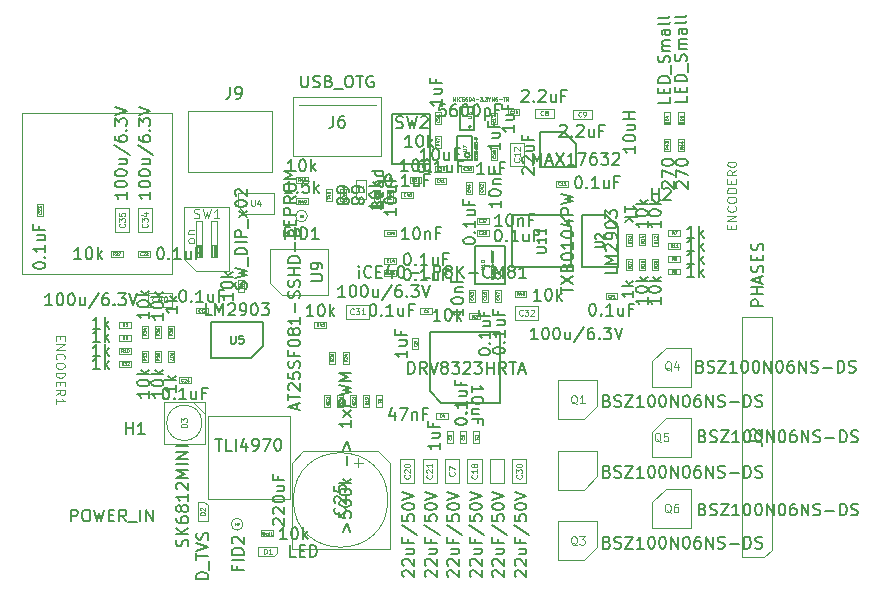
<source format=gbr>
G04 #@! TF.GenerationSoftware,KiCad,Pcbnew,5.1.5-52549c5~84~ubuntu18.04.1*
G04 #@! TF.CreationDate,2020-04-15T19:59:59+02:00*
G04 #@! TF.ProjectId,board,626f6172-642e-46b6-9963-61645f706362,rev?*
G04 #@! TF.SameCoordinates,Original*
G04 #@! TF.FileFunction,Other,Fab,Top*
%FSLAX46Y46*%
G04 Gerber Fmt 4.6, Leading zero omitted, Abs format (unit mm)*
G04 Created by KiCad (PCBNEW 5.1.5-52549c5~84~ubuntu18.04.1) date 2020-04-15 19:59:59*
%MOMM*%
%LPD*%
G04 APERTURE LIST*
%ADD10C,0.150000*%
%ADD11C,0.100000*%
%ADD12C,0.120000*%
%ADD13C,0.075000*%
%ADD14C,0.080000*%
%ADD15C,0.061772*%
%ADD16C,0.040000*%
%ADD17C,0.060000*%
%ADD18C,0.031750*%
G04 APERTURE END LIST*
D10*
X132100000Y-102250000D02*
X130900000Y-102250000D01*
X132100000Y-100250000D02*
X132100000Y-102250000D01*
X130900000Y-100250000D02*
X132100000Y-100250000D01*
X130900000Y-102250000D02*
X130900000Y-100250000D01*
X131800000Y-101950000D02*
G75*
G03X131800000Y-101950000I-100000J0D01*
G01*
X132100000Y-102250000D02*
X130900000Y-102250000D01*
X132100000Y-100250000D02*
X132100000Y-102250000D01*
X130900000Y-100250000D02*
X132100000Y-100250000D01*
X130900000Y-102250000D02*
X130900000Y-100250000D01*
X131800000Y-101950000D02*
G75*
G03X131800000Y-101950000I-100000J0D01*
G01*
X132100000Y-102250000D02*
X130900000Y-102250000D01*
X132100000Y-100250000D02*
X132100000Y-102250000D01*
X130900000Y-100250000D02*
X132100000Y-100250000D01*
X130900000Y-102250000D02*
X130900000Y-100250000D01*
X131800000Y-101950000D02*
G75*
G03X131800000Y-101950000I-100000J0D01*
G01*
D11*
X102887000Y-108840000D02*
X102887000Y-110840000D01*
X101687000Y-108840000D02*
X102887000Y-108840000D01*
X101687000Y-110840000D02*
X101687000Y-108840000D01*
X102887000Y-110840000D02*
X101687000Y-110840000D01*
D10*
X140300000Y-110400000D02*
X140300000Y-113800000D01*
X140300000Y-113800000D02*
X135300000Y-113800000D01*
X135300000Y-113800000D02*
X135300000Y-109400000D01*
X135300000Y-109400000D02*
X139300000Y-109400000D01*
X139300000Y-109400000D02*
X140300000Y-110400000D01*
D11*
X93750000Y-100770000D02*
X93750000Y-114430000D01*
X93750000Y-114430000D02*
X106450000Y-114430000D01*
X106450000Y-114430000D02*
X106450000Y-100770000D01*
X106450000Y-100770000D02*
X93750000Y-100770000D01*
X104792000Y-108840000D02*
X104792000Y-110840000D01*
X103592000Y-108840000D02*
X104792000Y-108840000D01*
X103592000Y-110840000D02*
X103592000Y-108840000D01*
X104792000Y-110840000D02*
X103592000Y-110840000D01*
X137500000Y-118300000D02*
X135500000Y-118300000D01*
X137500000Y-117100000D02*
X137500000Y-118300000D01*
X135500000Y-117100000D02*
X137500000Y-117100000D01*
X135500000Y-118300000D02*
X135500000Y-117100000D01*
D10*
X129300000Y-125300000D02*
X128300000Y-124300000D01*
X134300000Y-125300000D02*
X129300000Y-125300000D01*
X134300000Y-119300000D02*
X134300000Y-125300000D01*
X128300000Y-119300000D02*
X134300000Y-119300000D01*
X128300000Y-124300000D02*
X128300000Y-119300000D01*
D11*
X121200000Y-117000000D02*
X123200000Y-117000000D01*
X121200000Y-118200000D02*
X121200000Y-117000000D01*
X123200000Y-118200000D02*
X121200000Y-118200000D01*
X123200000Y-117000000D02*
X123200000Y-118200000D01*
D10*
X144220000Y-110390000D02*
X144220000Y-113790000D01*
X144220000Y-113790000D02*
X141220000Y-113790000D01*
X141220000Y-113790000D02*
X141220000Y-109390000D01*
X141220000Y-109390000D02*
X143220000Y-109390000D01*
X143220000Y-109390000D02*
X144220000Y-110390000D01*
D11*
X142500000Y-131550000D02*
X141350000Y-132700000D01*
X142500000Y-129400000D02*
X142500000Y-131550000D01*
X139200000Y-129400000D02*
X142500000Y-129400000D01*
X139200000Y-132700000D02*
X139200000Y-129400000D01*
X141350000Y-132700000D02*
X139200000Y-132700000D01*
X120250000Y-121000000D02*
X120250000Y-122000000D01*
X119750000Y-121000000D02*
X120250000Y-121000000D01*
X119750000Y-122000000D02*
X119750000Y-121000000D01*
X120250000Y-122000000D02*
X119750000Y-122000000D01*
X102300000Y-112950000D02*
X101300000Y-112950000D01*
X102300000Y-112450000D02*
X102300000Y-112950000D01*
X101300000Y-112450000D02*
X102300000Y-112450000D01*
X101300000Y-112950000D02*
X101300000Y-112450000D01*
X95050000Y-109500000D02*
X95050000Y-108500000D01*
X95550000Y-109500000D02*
X95050000Y-109500000D01*
X95550000Y-108500000D02*
X95550000Y-109500000D01*
X95050000Y-108500000D02*
X95550000Y-108500000D01*
X127700000Y-130100000D02*
X128900000Y-130100000D01*
X128900000Y-130100000D02*
X128900000Y-132100000D01*
X128900000Y-132100000D02*
X127700000Y-132100000D01*
X127700000Y-132100000D02*
X127700000Y-130100000D01*
X104600000Y-112950000D02*
X103600000Y-112950000D01*
X104600000Y-112450000D02*
X104600000Y-112950000D01*
X103600000Y-112450000D02*
X104600000Y-112450000D01*
X103600000Y-112950000D02*
X103600000Y-112450000D01*
X133400000Y-132100000D02*
X133400000Y-130100000D01*
X134600000Y-132100000D02*
X133400000Y-132100000D01*
X134600000Y-130100000D02*
X134600000Y-132100000D01*
X133400000Y-130100000D02*
X134600000Y-130100000D01*
X131500000Y-130100000D02*
X132700000Y-130100000D01*
X132700000Y-130100000D02*
X132700000Y-132100000D01*
X132700000Y-132100000D02*
X131500000Y-132100000D01*
X131500000Y-132100000D02*
X131500000Y-130100000D01*
X121450000Y-122000000D02*
X120950000Y-122000000D01*
X120950000Y-122000000D02*
X120950000Y-121000000D01*
X120950000Y-121000000D02*
X121450000Y-121000000D01*
X121450000Y-121000000D02*
X121450000Y-122000000D01*
X140000000Y-106500000D02*
X140000000Y-107000000D01*
X140000000Y-107000000D02*
X139000000Y-107000000D01*
X139000000Y-107000000D02*
X139000000Y-106500000D01*
X139000000Y-106500000D02*
X140000000Y-106500000D01*
X135100000Y-103300000D02*
X136300000Y-103300000D01*
X136300000Y-103300000D02*
X136300000Y-105300000D01*
X136300000Y-105300000D02*
X135100000Y-105300000D01*
X135100000Y-105300000D02*
X135100000Y-103300000D01*
D10*
X140674999Y-103375001D02*
X140674999Y-105375001D01*
X140674999Y-105375001D02*
X137674999Y-105375001D01*
X137674999Y-105375001D02*
X137674999Y-102375001D01*
X137674999Y-102375001D02*
X139674999Y-102375001D01*
X139674999Y-102375001D02*
X140674999Y-103375001D01*
D11*
X134900000Y-100450000D02*
X135900000Y-100450000D01*
X134900000Y-100950000D02*
X134900000Y-100450000D01*
X135900000Y-100950000D02*
X134900000Y-100950000D01*
X135900000Y-100450000D02*
X135900000Y-100950000D01*
X145450000Y-113100000D02*
X145450000Y-114100000D01*
X144950000Y-113100000D02*
X145450000Y-113100000D01*
X144950000Y-114100000D02*
X144950000Y-113100000D01*
X145450000Y-114100000D02*
X144950000Y-114100000D01*
X145450000Y-111000000D02*
X145450000Y-112000000D01*
X144950000Y-111000000D02*
X145450000Y-111000000D01*
X144950000Y-112000000D02*
X144950000Y-111000000D01*
X145450000Y-112000000D02*
X144950000Y-112000000D01*
X146050000Y-114100000D02*
X146050000Y-113100000D01*
X146550000Y-114100000D02*
X146050000Y-114100000D01*
X146550000Y-113100000D02*
X146550000Y-114100000D01*
X146050000Y-113100000D02*
X146550000Y-113100000D01*
X146050000Y-111984015D02*
X146050000Y-110984015D01*
X146550000Y-111984015D02*
X146050000Y-111984015D01*
X146550000Y-110984015D02*
X146550000Y-111984015D01*
X146050000Y-110984015D02*
X146550000Y-110984015D01*
X147150000Y-114100000D02*
X147150000Y-113100000D01*
X147650000Y-114100000D02*
X147150000Y-114100000D01*
X147650000Y-113100000D02*
X147650000Y-114100000D01*
X147150000Y-113100000D02*
X147650000Y-113100000D01*
X147150000Y-112000000D02*
X147150000Y-111000000D01*
X147650000Y-112000000D02*
X147150000Y-112000000D01*
X147650000Y-111000000D02*
X147650000Y-112000000D01*
X147150000Y-111000000D02*
X147650000Y-111000000D01*
X148500000Y-111750000D02*
X149500000Y-111750000D01*
X148500000Y-112250000D02*
X148500000Y-111750000D01*
X149500000Y-112250000D02*
X148500000Y-112250000D01*
X149500000Y-111750000D02*
X149500000Y-112250000D01*
X103010000Y-121150000D02*
X102010000Y-121150000D01*
X103010000Y-120650000D02*
X103010000Y-121150000D01*
X102010000Y-120650000D02*
X103010000Y-120650000D01*
X102010000Y-121150000D02*
X102010000Y-120650000D01*
X148500000Y-113950000D02*
X149500000Y-113950000D01*
X148500000Y-114450000D02*
X148500000Y-113950000D01*
X149500000Y-114450000D02*
X148500000Y-114450000D01*
X149500000Y-113950000D02*
X149500000Y-114450000D01*
X148500000Y-112850000D02*
X149500000Y-112850000D01*
X148500000Y-113350000D02*
X148500000Y-112850000D01*
X149500000Y-113350000D02*
X148500000Y-113350000D01*
X149500000Y-112850000D02*
X149500000Y-113350000D01*
X148500000Y-110650000D02*
X149500000Y-110650000D01*
X148500000Y-111150000D02*
X148500000Y-110650000D01*
X149500000Y-111150000D02*
X148500000Y-111150000D01*
X149500000Y-110650000D02*
X149500000Y-111150000D01*
X103000000Y-120040000D02*
X102000000Y-120040000D01*
X103000000Y-119540000D02*
X103000000Y-120040000D01*
X102000000Y-119540000D02*
X103000000Y-119540000D01*
X102000000Y-120040000D02*
X102000000Y-119540000D01*
X103000000Y-118940000D02*
X102000000Y-118940000D01*
X103000000Y-118440000D02*
X103000000Y-118940000D01*
X102000000Y-118440000D02*
X103000000Y-118440000D01*
X102000000Y-118940000D02*
X102000000Y-118440000D01*
X112100000Y-115910000D02*
X112100000Y-114910000D01*
X112600000Y-115910000D02*
X112100000Y-115910000D01*
X112600000Y-114910000D02*
X112600000Y-115910000D01*
X112100000Y-114910000D02*
X112600000Y-114910000D01*
X143200000Y-116550000D02*
X143200000Y-116050000D01*
X143200000Y-116050000D02*
X144200000Y-116050000D01*
X144200000Y-116050000D02*
X144200000Y-116550000D01*
X144200000Y-116550000D02*
X143200000Y-116550000D01*
X108700000Y-135300000D02*
X109500000Y-135300000D01*
X108700000Y-133700000D02*
X108700000Y-135300000D01*
X109200000Y-133700000D02*
X108700000Y-133700000D01*
X109500000Y-134000000D02*
X109200000Y-133700000D01*
X109500000Y-135300000D02*
X109500000Y-134000000D01*
X157270000Y-137744200D02*
X156635000Y-138379200D01*
X157270000Y-118059200D02*
X157270000Y-137744200D01*
X154730000Y-118059200D02*
X157270000Y-118059200D01*
X154730000Y-138379200D02*
X154730000Y-118059200D01*
X156635000Y-138379200D02*
X154730000Y-138379200D01*
X114000000Y-136120000D02*
X115000000Y-136120000D01*
X114000000Y-136620000D02*
X114000000Y-136120000D01*
X115000000Y-136620000D02*
X114000000Y-136620000D01*
X115000000Y-136120000D02*
X115000000Y-136620000D01*
X142500000Y-125555000D02*
X141350000Y-126705000D01*
X142500000Y-123405000D02*
X142500000Y-125555000D01*
X139200000Y-123405000D02*
X142500000Y-123405000D01*
X139200000Y-126705000D02*
X139200000Y-123405000D01*
X141350000Y-126705000D02*
X139200000Y-126705000D01*
X147150000Y-121800000D02*
X148300000Y-120650000D01*
X147150000Y-123950000D02*
X147150000Y-121800000D01*
X150450000Y-123950000D02*
X147150000Y-123950000D01*
X150450000Y-120650000D02*
X150450000Y-123950000D01*
X148300000Y-120650000D02*
X150450000Y-120650000D01*
X147150000Y-127750000D02*
X148300000Y-126600000D01*
X147150000Y-129900000D02*
X147150000Y-127750000D01*
X150450000Y-129900000D02*
X147150000Y-129900000D01*
X150450000Y-126600000D02*
X150450000Y-129900000D01*
X148300000Y-126600000D02*
X150450000Y-126600000D01*
X142500000Y-137500000D02*
X141350000Y-138650000D01*
X142500000Y-135350000D02*
X142500000Y-137500000D01*
X139200000Y-135350000D02*
X142500000Y-135350000D01*
X139200000Y-138650000D02*
X139200000Y-135350000D01*
X141350000Y-138650000D02*
X139200000Y-138650000D01*
X147150000Y-133750000D02*
X148300000Y-132600000D01*
X147150000Y-135900000D02*
X147150000Y-133750000D01*
X150450000Y-135900000D02*
X147150000Y-135900000D01*
X150450000Y-132600000D02*
X150450000Y-135900000D01*
X148300000Y-132600000D02*
X150450000Y-132600000D01*
X132600000Y-118250000D02*
X131600000Y-118250000D01*
X132600000Y-117750000D02*
X132600000Y-118250000D01*
X131600000Y-117750000D02*
X132600000Y-117750000D01*
X131600000Y-118250000D02*
X131600000Y-117750000D01*
X124296564Y-124647939D02*
X124296564Y-125647939D01*
X123796564Y-124647939D02*
X124296564Y-124647939D01*
X123796564Y-125647939D02*
X123796564Y-124647939D01*
X124296564Y-125647939D02*
X123796564Y-125647939D01*
X125800000Y-132100000D02*
X125800000Y-130100000D01*
X127000000Y-132100000D02*
X125800000Y-132100000D01*
X127000000Y-130100000D02*
X127000000Y-132100000D01*
X125800000Y-130100000D02*
X127000000Y-130100000D01*
X129600000Y-132100000D02*
X129600000Y-130100000D01*
X130800000Y-132100000D02*
X129600000Y-132100000D01*
X130800000Y-130100000D02*
X130800000Y-132100000D01*
X129600000Y-130100000D02*
X130800000Y-130100000D01*
X128502000Y-117794000D02*
X127502000Y-117794000D01*
X128502000Y-117294000D02*
X128502000Y-117794000D01*
X127502000Y-117294000D02*
X128502000Y-117294000D01*
X127502000Y-117794000D02*
X127502000Y-117294000D01*
X126850000Y-120800000D02*
X126850000Y-119800000D01*
X127350000Y-120800000D02*
X126850000Y-120800000D01*
X127350000Y-119800000D02*
X127350000Y-120800000D01*
X126850000Y-119800000D02*
X127350000Y-119800000D01*
X129837019Y-126645541D02*
X128837019Y-126645541D01*
X129837019Y-126145541D02*
X129837019Y-126645541D01*
X128837019Y-126145541D02*
X129837019Y-126145541D01*
X128837019Y-126645541D02*
X128837019Y-126145541D01*
X129780000Y-128730000D02*
X129780000Y-127730000D01*
X130280000Y-128730000D02*
X129780000Y-128730000D01*
X130280000Y-127730000D02*
X130280000Y-128730000D01*
X129780000Y-127730000D02*
X130280000Y-127730000D01*
X131380000Y-127730000D02*
X131380000Y-128730000D01*
X130880000Y-127730000D02*
X131380000Y-127730000D01*
X130880000Y-128730000D02*
X130880000Y-127730000D01*
X131380000Y-128730000D02*
X130880000Y-128730000D01*
X132480000Y-127730000D02*
X132480000Y-128730000D01*
X131980000Y-127730000D02*
X132480000Y-127730000D01*
X131980000Y-128730000D02*
X131980000Y-127730000D01*
X132480000Y-128730000D02*
X131980000Y-128730000D01*
X108280000Y-125260000D02*
X109280000Y-126260000D01*
X105780000Y-128760000D02*
X109280000Y-128760000D01*
X109280000Y-128760000D02*
X109280000Y-125260000D01*
X109280000Y-125260000D02*
X105780000Y-125260000D01*
X105780000Y-125260000D02*
X105780000Y-128760000D01*
X109030000Y-127010000D02*
G75*
G03X109030000Y-127010000I-1500000J0D01*
G01*
X123196564Y-124647939D02*
X123196564Y-125647939D01*
X122696564Y-124647939D02*
X123196564Y-124647939D01*
X122696564Y-125647939D02*
X122696564Y-124647939D01*
X123196564Y-125647939D02*
X122696564Y-125647939D01*
X122096564Y-125647939D02*
X121596564Y-125647939D01*
X121596564Y-125647939D02*
X121596564Y-124647939D01*
X121596564Y-124647939D02*
X122096564Y-124647939D01*
X122096564Y-124647939D02*
X122096564Y-125647939D01*
X120996564Y-124647939D02*
X120996564Y-125647939D01*
X120496564Y-124647939D02*
X120996564Y-124647939D01*
X120496564Y-125647939D02*
X120496564Y-124647939D01*
X120996564Y-125647939D02*
X120496564Y-125647939D01*
X119896564Y-125647939D02*
X119396564Y-125647939D01*
X119396564Y-125647939D02*
X119396564Y-124647939D01*
X119396564Y-124647939D02*
X119896564Y-124647939D01*
X119896564Y-124647939D02*
X119896564Y-125647939D01*
X133500000Y-100750000D02*
X134000000Y-100750000D01*
X134000000Y-100750000D02*
X134000000Y-101750000D01*
X134000000Y-101750000D02*
X133500000Y-101750000D01*
X133500000Y-101750000D02*
X133500000Y-100750000D01*
D12*
X116500000Y-126500000D02*
X116500000Y-133500000D01*
X116500000Y-133500000D02*
X109500000Y-133500000D01*
X109500000Y-133500000D02*
X109500000Y-126400000D01*
X109500000Y-126400000D02*
X116500000Y-126400000D01*
X116500000Y-126400000D02*
X116500000Y-126500000D01*
D11*
X114970000Y-100600000D02*
X107870000Y-100600000D01*
X107870000Y-100600000D02*
X107870000Y-105800000D01*
X114970000Y-105800000D02*
X107870000Y-105800000D01*
X114970000Y-100600000D02*
X114970000Y-105800000D01*
X107070000Y-123650000D02*
X107070000Y-123150000D01*
X107070000Y-123150000D02*
X108070000Y-123150000D01*
X108070000Y-123150000D02*
X108070000Y-123650000D01*
X108070000Y-123650000D02*
X107070000Y-123650000D01*
X129250000Y-100720000D02*
X129250000Y-101720000D01*
X128750000Y-100720000D02*
X129250000Y-100720000D01*
X128750000Y-101720000D02*
X128750000Y-100720000D01*
X129250000Y-101720000D02*
X128750000Y-101720000D01*
X134000000Y-104750000D02*
X133500000Y-104750000D01*
X133500000Y-104750000D02*
X133500000Y-103750000D01*
X133500000Y-103750000D02*
X134000000Y-103750000D01*
X134000000Y-103750000D02*
X134000000Y-104750000D01*
X135300000Y-130100000D02*
X136500000Y-130100000D01*
X136500000Y-130100000D02*
X136500000Y-132100000D01*
X136500000Y-132100000D02*
X135300000Y-132100000D01*
X135300000Y-132100000D02*
X135300000Y-130100000D01*
X109500000Y-117250000D02*
X109500000Y-117750000D01*
X109500000Y-117750000D02*
X108500000Y-117750000D01*
X108500000Y-117750000D02*
X108500000Y-117250000D01*
X108500000Y-117250000D02*
X109500000Y-117250000D01*
X102020000Y-122250000D02*
X102020000Y-121750000D01*
X102020000Y-121750000D02*
X103020000Y-121750000D01*
X103020000Y-121750000D02*
X103020000Y-122250000D01*
X103020000Y-122250000D02*
X102020000Y-122250000D01*
X103950000Y-121900000D02*
X103950000Y-120900000D01*
X104450000Y-121900000D02*
X103950000Y-121900000D01*
X104450000Y-120900000D02*
X104450000Y-121900000D01*
X103950000Y-120900000D02*
X104450000Y-120900000D01*
X103920000Y-118800000D02*
X104420000Y-118800000D01*
X104420000Y-118800000D02*
X104420000Y-119800000D01*
X104420000Y-119800000D02*
X103920000Y-119800000D01*
X103920000Y-119800000D02*
X103920000Y-118800000D01*
X105050000Y-121900000D02*
X105050000Y-120900000D01*
X105550000Y-121900000D02*
X105050000Y-121900000D01*
X105550000Y-120900000D02*
X105550000Y-121900000D01*
X105050000Y-120900000D02*
X105550000Y-120900000D01*
X105050000Y-118800000D02*
X105550000Y-118800000D01*
X105550000Y-118800000D02*
X105550000Y-119800000D01*
X105550000Y-119800000D02*
X105050000Y-119800000D01*
X105050000Y-119800000D02*
X105050000Y-118800000D01*
X106650000Y-121900000D02*
X106150000Y-121900000D01*
X106150000Y-121900000D02*
X106150000Y-120900000D01*
X106150000Y-120900000D02*
X106650000Y-120900000D01*
X106650000Y-120900000D02*
X106650000Y-121900000D01*
X106650000Y-118800000D02*
X106650000Y-119800000D01*
X106150000Y-118800000D02*
X106650000Y-118800000D01*
X106150000Y-119800000D02*
X106150000Y-118800000D01*
X106650000Y-119800000D02*
X106150000Y-119800000D01*
X127610000Y-106180000D02*
X127610000Y-106680000D01*
X127610000Y-106680000D02*
X126610000Y-106680000D01*
X126610000Y-106680000D02*
X126610000Y-106180000D01*
X126610000Y-106180000D02*
X127610000Y-106180000D01*
X117000000Y-108000000D02*
X118000000Y-108000000D01*
X117000000Y-108500000D02*
X117000000Y-108000000D01*
X118000000Y-108500000D02*
X117000000Y-108500000D01*
X118000000Y-108000000D02*
X118000000Y-108500000D01*
X120000000Y-108250000D02*
X119500000Y-108250000D01*
X119500000Y-108250000D02*
X119500000Y-107250000D01*
X119500000Y-107250000D02*
X120000000Y-107250000D01*
X120000000Y-107250000D02*
X120000000Y-108250000D01*
X121250000Y-107240000D02*
X121250000Y-108240000D01*
X120750000Y-107240000D02*
X121250000Y-107240000D01*
X120750000Y-108240000D02*
X120750000Y-107240000D01*
X121250000Y-108240000D02*
X120750000Y-108240000D01*
X148150000Y-103000000D02*
X148650000Y-103000000D01*
X148650000Y-103000000D02*
X148650000Y-104000000D01*
X148650000Y-104000000D02*
X148150000Y-104000000D01*
X148150000Y-104000000D02*
X148150000Y-103000000D01*
X118550000Y-118450000D02*
X119550000Y-118450000D01*
X118550000Y-118950000D02*
X118550000Y-118450000D01*
X119550000Y-118950000D02*
X118550000Y-118950000D01*
X119550000Y-118450000D02*
X119550000Y-118950000D01*
X117980000Y-106180000D02*
X117980000Y-106680000D01*
X117980000Y-106680000D02*
X116980000Y-106680000D01*
X116980000Y-106680000D02*
X116980000Y-106180000D01*
X116980000Y-106180000D02*
X117980000Y-106180000D01*
X124670000Y-108270000D02*
X124670000Y-107270000D01*
X125170000Y-108270000D02*
X124670000Y-108270000D01*
X125170000Y-107270000D02*
X125170000Y-108270000D01*
X124670000Y-107270000D02*
X125170000Y-107270000D01*
X112700000Y-109320000D02*
X112050000Y-108670000D01*
X112050000Y-107520000D02*
X112050000Y-108670000D01*
X112700000Y-109320000D02*
X115150000Y-109320000D01*
X115150000Y-107520000D02*
X115150000Y-109320000D01*
X112050000Y-107520000D02*
X115150000Y-107520000D01*
D10*
X114200000Y-120500000D02*
X113200000Y-121500000D01*
X114200000Y-118500000D02*
X114200000Y-120500000D01*
X109800000Y-118500000D02*
X114200000Y-118500000D01*
X109800000Y-121500000D02*
X109800000Y-118500000D01*
X113200000Y-121500000D02*
X109800000Y-121500000D01*
D11*
X117950000Y-109500000D02*
G75*
G03X117950000Y-109500000I-500000J0D01*
G01*
X112500000Y-135600000D02*
G75*
G03X112500000Y-135600000I-500000J0D01*
G01*
X125470000Y-114070000D02*
X125470000Y-114570000D01*
X125470000Y-114570000D02*
X124470000Y-114570000D01*
X124470000Y-114570000D02*
X124470000Y-114070000D01*
X124470000Y-114070000D02*
X125470000Y-114070000D01*
X116720000Y-99410000D02*
X124220000Y-99410000D01*
X116720000Y-104410000D02*
X116720000Y-99410000D01*
X124220000Y-104410000D02*
X116720000Y-104410000D01*
X124220000Y-99410000D02*
X124220000Y-104410000D01*
X123720000Y-100110000D02*
X117220000Y-100110000D01*
X114820000Y-115200000D02*
X114820000Y-112300000D01*
X114820000Y-112300000D02*
X119720000Y-112300000D01*
X119720000Y-112300000D02*
X119720000Y-116200000D01*
X119720000Y-116200000D02*
X115820000Y-116200000D01*
X115820000Y-116200000D02*
X114820000Y-115200000D01*
D10*
X125150000Y-100900000D02*
X125150000Y-105100000D01*
X128350000Y-100900000D02*
X125150000Y-100900000D01*
X128350000Y-105100000D02*
X128350000Y-100900000D01*
X127950000Y-105100000D02*
X128350000Y-105100000D01*
X125150000Y-105100000D02*
X127950000Y-105100000D01*
X131702200Y-104350000D02*
G75*
G03X131702200Y-104350000I-213600J0D01*
G01*
X131875000Y-104750000D02*
X130625000Y-104750000D01*
X131875000Y-102750000D02*
X130625000Y-102750000D01*
X130625000Y-104750000D02*
X130625000Y-102750000D01*
X131875000Y-104750000D02*
X131875000Y-102750000D01*
X134325000Y-114570000D02*
G75*
G03X134325000Y-114570000I-250000J0D01*
G01*
X134641754Y-112016386D02*
X134641754Y-115216386D01*
X132141754Y-112016386D02*
X134641754Y-112016386D01*
X132141754Y-115216386D02*
X132141754Y-112016386D01*
X134641754Y-115216386D02*
X132141754Y-115216386D01*
D11*
X125476380Y-113045408D02*
X125476380Y-113545408D01*
X125476380Y-113545408D02*
X124476380Y-113545408D01*
X124476380Y-113545408D02*
X124476380Y-113045408D01*
X124476380Y-113045408D02*
X125476380Y-113045408D01*
X124100000Y-108275000D02*
X123600000Y-108275000D01*
X123600000Y-108275000D02*
X123600000Y-107275000D01*
X123600000Y-107275000D02*
X124100000Y-107275000D01*
X124100000Y-107275000D02*
X124100000Y-108275000D01*
X132710000Y-116765408D02*
X132710000Y-115765408D01*
X133210000Y-116765408D02*
X132710000Y-116765408D01*
X133210000Y-115765408D02*
X133210000Y-116765408D01*
X132710000Y-115765408D02*
X133210000Y-115765408D01*
X132286380Y-111155408D02*
X132286380Y-110655408D01*
X132286380Y-110655408D02*
X133286380Y-110655408D01*
X133286380Y-110655408D02*
X133286380Y-111155408D01*
X133286380Y-111155408D02*
X132286380Y-111155408D01*
X131980000Y-105750000D02*
X130980000Y-105750000D01*
X131980000Y-105250000D02*
X131980000Y-105750000D01*
X130980000Y-105250000D02*
X131980000Y-105250000D01*
X130980000Y-105750000D02*
X130980000Y-105250000D01*
X133286380Y-110155408D02*
X132286380Y-110155408D01*
X133286380Y-109655408D02*
X133286380Y-110155408D01*
X132286380Y-109655408D02*
X133286380Y-109655408D01*
X132286380Y-110155408D02*
X132286380Y-109655408D01*
X129720000Y-105250000D02*
X129720000Y-105750000D01*
X129720000Y-105750000D02*
X128720000Y-105750000D01*
X128720000Y-105750000D02*
X128720000Y-105250000D01*
X128720000Y-105250000D02*
X129720000Y-105250000D01*
X125480000Y-110700000D02*
X125480000Y-111200000D01*
X125480000Y-111200000D02*
X124480000Y-111200000D01*
X124480000Y-111200000D02*
X124480000Y-110700000D01*
X124480000Y-110700000D02*
X125480000Y-110700000D01*
X129715000Y-106280000D02*
X129715000Y-106780000D01*
X129715000Y-106780000D02*
X128715000Y-106780000D01*
X128715000Y-106780000D02*
X128715000Y-106280000D01*
X128715000Y-106280000D02*
X129715000Y-106280000D01*
X132950000Y-106630000D02*
X132950000Y-107630000D01*
X132450000Y-106630000D02*
X132950000Y-106630000D01*
X132450000Y-107630000D02*
X132450000Y-106630000D01*
X132950000Y-107630000D02*
X132450000Y-107630000D01*
X131616380Y-115765408D02*
X132116380Y-115765408D01*
X132116380Y-115765408D02*
X132116380Y-116765408D01*
X132116380Y-116765408D02*
X131616380Y-116765408D01*
X131616380Y-116765408D02*
X131616380Y-115765408D01*
X131886380Y-106625408D02*
X131886380Y-107625408D01*
X131386380Y-106625408D02*
X131886380Y-106625408D01*
X131386380Y-107625408D02*
X131386380Y-106625408D01*
X131886380Y-107625408D02*
X131386380Y-107625408D01*
X125910000Y-107450000D02*
X126910000Y-107450000D01*
X125910000Y-107950000D02*
X125910000Y-107450000D01*
X126910000Y-107950000D02*
X125910000Y-107950000D01*
X126910000Y-107450000D02*
X126910000Y-107950000D01*
X133820000Y-116770000D02*
X133820000Y-115770000D01*
X134320000Y-116770000D02*
X133820000Y-116770000D01*
X134320000Y-115770000D02*
X134320000Y-116770000D01*
X133820000Y-115770000D02*
X134320000Y-115770000D01*
X113800000Y-137500000D02*
X113800000Y-138300000D01*
X115400000Y-137500000D02*
X113800000Y-137500000D01*
X115400000Y-138000000D02*
X115400000Y-137500000D01*
X115100000Y-138300000D02*
X115400000Y-138000000D01*
X113800000Y-138300000D02*
X115100000Y-138300000D01*
X122900000Y-108050000D02*
X122100000Y-108050000D01*
X122100000Y-108050000D02*
X122100000Y-106450000D01*
X122100000Y-106450000D02*
X122900000Y-106450000D01*
X122900000Y-106450000D02*
X122900000Y-108050000D01*
X149350000Y-103000000D02*
X149850000Y-103000000D01*
X149850000Y-103000000D02*
X149850000Y-104000000D01*
X149850000Y-104000000D02*
X149350000Y-104000000D01*
X149350000Y-104000000D02*
X149350000Y-103000000D01*
X135500000Y-116350000D02*
X135500000Y-115850000D01*
X135500000Y-115850000D02*
X136500000Y-115850000D01*
X136500000Y-115850000D02*
X136500000Y-116350000D01*
X136500000Y-116350000D02*
X135500000Y-116350000D01*
X106460000Y-115980000D02*
X106460000Y-117180000D01*
X106460000Y-117180000D02*
X104460000Y-117180000D01*
X104460000Y-117180000D02*
X104460000Y-115980000D01*
X104460000Y-115980000D02*
X106460000Y-115980000D01*
X148650000Y-101500000D02*
X148150000Y-101500000D01*
X148650000Y-101600000D02*
X148150000Y-101600000D01*
X148650000Y-100700000D02*
X148650000Y-101700000D01*
X148150000Y-100700000D02*
X148650000Y-100700000D01*
X148150000Y-101700000D02*
X148150000Y-100700000D01*
X148650000Y-101700000D02*
X148150000Y-101700000D01*
X149850000Y-101700000D02*
X149350000Y-101700000D01*
X149350000Y-101700000D02*
X149350000Y-100700000D01*
X149350000Y-100700000D02*
X149850000Y-100700000D01*
X149850000Y-100700000D02*
X149850000Y-101700000D01*
X149850000Y-101600000D02*
X149350000Y-101600000D01*
X149850000Y-101500000D02*
X149350000Y-101500000D01*
X128750000Y-102700000D02*
X129250000Y-102700000D01*
X129250000Y-102700000D02*
X129250000Y-103700000D01*
X129250000Y-103700000D02*
X128750000Y-103700000D01*
X128750000Y-103700000D02*
X128750000Y-102700000D01*
X138800000Y-100400000D02*
X138800000Y-101200000D01*
X138800000Y-101200000D02*
X137200000Y-101200000D01*
X137200000Y-101200000D02*
X137200000Y-100400000D01*
X137200000Y-100400000D02*
X138800000Y-100400000D01*
X142012500Y-101300000D02*
X140412500Y-101300000D01*
X142012500Y-100500000D02*
X142012500Y-101300000D01*
X140412500Y-100500000D02*
X142012500Y-100500000D01*
X140412500Y-101300000D02*
X140412500Y-100500000D01*
X124760000Y-133540000D02*
G75*
G03X124760000Y-133540000I-4000000J0D01*
G01*
X124910000Y-137690000D02*
X116610000Y-137690000D01*
X124910000Y-130390000D02*
X124910000Y-137690000D01*
X116610000Y-130390000D02*
X116610000Y-137690000D01*
X123910000Y-129390000D02*
X117610000Y-129390000D01*
X123910000Y-129390000D02*
X124910000Y-130390000D01*
X117610000Y-129390000D02*
X116610000Y-130390000D01*
X122260000Y-129977722D02*
X122260000Y-130777722D01*
X122660000Y-130377722D02*
X121860000Y-130377722D01*
X107515000Y-113130000D02*
X107515000Y-108730000D01*
X107515000Y-108730000D02*
X111325000Y-108730000D01*
X111325000Y-108730000D02*
X111325000Y-114130000D01*
X111325000Y-114130000D02*
X108515000Y-114130000D01*
X108515000Y-114130000D02*
X107515000Y-113130000D01*
X108535000Y-112930000D02*
X109035000Y-112930000D01*
X109035000Y-112930000D02*
X109035000Y-109930000D01*
X109035000Y-109930000D02*
X108535000Y-109930000D01*
X108535000Y-109930000D02*
X108535000Y-112930000D01*
X108635000Y-112930000D02*
X108635000Y-111930000D01*
X108735000Y-112930000D02*
X108735000Y-111930000D01*
X108835000Y-112930000D02*
X108835000Y-111930000D01*
X108935000Y-112930000D02*
X108935000Y-111930000D01*
X108535000Y-111930000D02*
X109035000Y-111930000D01*
X109805000Y-112930000D02*
X110305000Y-112930000D01*
X110305000Y-112930000D02*
X110305000Y-109930000D01*
X110305000Y-109930000D02*
X109805000Y-109930000D01*
X109805000Y-109930000D02*
X109805000Y-112930000D01*
X109905000Y-112930000D02*
X109905000Y-111930000D01*
X110005000Y-112930000D02*
X110005000Y-111930000D01*
X110105000Y-112930000D02*
X110105000Y-111930000D01*
X110205000Y-112930000D02*
X110205000Y-111930000D01*
X109805000Y-111930000D02*
X110305000Y-111930000D01*
D13*
X131535714Y-101178571D02*
X131778571Y-101178571D01*
X131807142Y-101164285D01*
X131821428Y-101150000D01*
X131835714Y-101121428D01*
X131835714Y-101064285D01*
X131821428Y-101035714D01*
X131807142Y-101021428D01*
X131778571Y-101007142D01*
X131535714Y-101007142D01*
X131535714Y-100735714D02*
X131535714Y-100792857D01*
X131550000Y-100821428D01*
X131564285Y-100835714D01*
X131607142Y-100864285D01*
X131664285Y-100878571D01*
X131778571Y-100878571D01*
X131807142Y-100864285D01*
X131821428Y-100850000D01*
X131835714Y-100821428D01*
X131835714Y-100764285D01*
X131821428Y-100735714D01*
X131807142Y-100721428D01*
X131778571Y-100707142D01*
X131707142Y-100707142D01*
X131678571Y-100721428D01*
X131664285Y-100735714D01*
X131650000Y-100764285D01*
X131650000Y-100821428D01*
X131664285Y-100850000D01*
X131678571Y-100864285D01*
X131707142Y-100878571D01*
X130271428Y-99735714D02*
X130271428Y-99435714D01*
X130371428Y-99650000D01*
X130471428Y-99435714D01*
X130471428Y-99735714D01*
X130614285Y-99735714D02*
X130614285Y-99435714D01*
X130928571Y-99707142D02*
X130914285Y-99721428D01*
X130871428Y-99735714D01*
X130842857Y-99735714D01*
X130800000Y-99721428D01*
X130771428Y-99692857D01*
X130757142Y-99664285D01*
X130742857Y-99607142D01*
X130742857Y-99564285D01*
X130757142Y-99507142D01*
X130771428Y-99478571D01*
X130800000Y-99450000D01*
X130842857Y-99435714D01*
X130871428Y-99435714D01*
X130914285Y-99450000D01*
X130928571Y-99464285D01*
X131200000Y-99435714D02*
X131057142Y-99435714D01*
X131042857Y-99578571D01*
X131057142Y-99564285D01*
X131085714Y-99550000D01*
X131157142Y-99550000D01*
X131185714Y-99564285D01*
X131200000Y-99578571D01*
X131214285Y-99607142D01*
X131214285Y-99678571D01*
X131200000Y-99707142D01*
X131185714Y-99721428D01*
X131157142Y-99735714D01*
X131085714Y-99735714D01*
X131057142Y-99721428D01*
X131042857Y-99707142D01*
X131485714Y-99435714D02*
X131342857Y-99435714D01*
X131328571Y-99578571D01*
X131342857Y-99564285D01*
X131371428Y-99550000D01*
X131442857Y-99550000D01*
X131471428Y-99564285D01*
X131485714Y-99578571D01*
X131500000Y-99607142D01*
X131500000Y-99678571D01*
X131485714Y-99707142D01*
X131471428Y-99721428D01*
X131442857Y-99735714D01*
X131371428Y-99735714D01*
X131342857Y-99721428D01*
X131328571Y-99707142D01*
X131685714Y-99435714D02*
X131714285Y-99435714D01*
X131742857Y-99450000D01*
X131757142Y-99464285D01*
X131771428Y-99492857D01*
X131785714Y-99550000D01*
X131785714Y-99621428D01*
X131771428Y-99678571D01*
X131757142Y-99707142D01*
X131742857Y-99721428D01*
X131714285Y-99735714D01*
X131685714Y-99735714D01*
X131657142Y-99721428D01*
X131642857Y-99707142D01*
X131628571Y-99678571D01*
X131614285Y-99621428D01*
X131614285Y-99550000D01*
X131628571Y-99492857D01*
X131642857Y-99464285D01*
X131657142Y-99450000D01*
X131685714Y-99435714D01*
X132042857Y-99535714D02*
X132042857Y-99735714D01*
X131971428Y-99421428D02*
X131900000Y-99635714D01*
X132085714Y-99635714D01*
X132200000Y-99621428D02*
X132428571Y-99621428D01*
X132542857Y-99435714D02*
X132728571Y-99435714D01*
X132628571Y-99550000D01*
X132671428Y-99550000D01*
X132700000Y-99564285D01*
X132714285Y-99578571D01*
X132728571Y-99607142D01*
X132728571Y-99678571D01*
X132714285Y-99707142D01*
X132700000Y-99721428D01*
X132671428Y-99735714D01*
X132585714Y-99735714D01*
X132557142Y-99721428D01*
X132542857Y-99707142D01*
X132857142Y-99707142D02*
X132871428Y-99721428D01*
X132857142Y-99735714D01*
X132842857Y-99721428D01*
X132857142Y-99707142D01*
X132857142Y-99735714D01*
X132971428Y-99435714D02*
X133157142Y-99435714D01*
X133057142Y-99550000D01*
X133100000Y-99550000D01*
X133128571Y-99564285D01*
X133142857Y-99578571D01*
X133157142Y-99607142D01*
X133157142Y-99678571D01*
X133142857Y-99707142D01*
X133128571Y-99721428D01*
X133100000Y-99735714D01*
X133014285Y-99735714D01*
X132985714Y-99721428D01*
X132971428Y-99707142D01*
X133342857Y-99592857D02*
X133342857Y-99735714D01*
X133242857Y-99435714D02*
X133342857Y-99592857D01*
X133442857Y-99435714D01*
X133542857Y-99735714D02*
X133542857Y-99435714D01*
X133642857Y-99650000D01*
X133742857Y-99435714D01*
X133742857Y-99735714D01*
X134028571Y-99435714D02*
X133885714Y-99435714D01*
X133871428Y-99578571D01*
X133885714Y-99564285D01*
X133914285Y-99550000D01*
X133985714Y-99550000D01*
X134014285Y-99564285D01*
X134028571Y-99578571D01*
X134042857Y-99607142D01*
X134042857Y-99678571D01*
X134028571Y-99707142D01*
X134014285Y-99721428D01*
X133985714Y-99735714D01*
X133914285Y-99735714D01*
X133885714Y-99721428D01*
X133871428Y-99707142D01*
X134171428Y-99621428D02*
X134400000Y-99621428D01*
X134500000Y-99435714D02*
X134671428Y-99435714D01*
X134585714Y-99735714D02*
X134585714Y-99435714D01*
X134942857Y-99735714D02*
X134842857Y-99592857D01*
X134771428Y-99735714D02*
X134771428Y-99435714D01*
X134885714Y-99435714D01*
X134914285Y-99450000D01*
X134928571Y-99464285D01*
X134942857Y-99492857D01*
X134942857Y-99535714D01*
X134928571Y-99564285D01*
X134914285Y-99578571D01*
X134885714Y-99592857D01*
X134771428Y-99592857D01*
X131535714Y-101178571D02*
X131778571Y-101178571D01*
X131807142Y-101164285D01*
X131821428Y-101150000D01*
X131835714Y-101121428D01*
X131835714Y-101064285D01*
X131821428Y-101035714D01*
X131807142Y-101021428D01*
X131778571Y-101007142D01*
X131535714Y-101007142D01*
X131535714Y-100735714D02*
X131535714Y-100792857D01*
X131550000Y-100821428D01*
X131564285Y-100835714D01*
X131607142Y-100864285D01*
X131664285Y-100878571D01*
X131778571Y-100878571D01*
X131807142Y-100864285D01*
X131821428Y-100850000D01*
X131835714Y-100821428D01*
X131835714Y-100764285D01*
X131821428Y-100735714D01*
X131807142Y-100721428D01*
X131778571Y-100707142D01*
X131707142Y-100707142D01*
X131678571Y-100721428D01*
X131664285Y-100735714D01*
X131650000Y-100764285D01*
X131650000Y-100821428D01*
X131664285Y-100850000D01*
X131678571Y-100864285D01*
X131707142Y-100878571D01*
X130271428Y-99735714D02*
X130271428Y-99435714D01*
X130371428Y-99650000D01*
X130471428Y-99435714D01*
X130471428Y-99735714D01*
X130614285Y-99735714D02*
X130614285Y-99435714D01*
X130928571Y-99707142D02*
X130914285Y-99721428D01*
X130871428Y-99735714D01*
X130842857Y-99735714D01*
X130800000Y-99721428D01*
X130771428Y-99692857D01*
X130757142Y-99664285D01*
X130742857Y-99607142D01*
X130742857Y-99564285D01*
X130757142Y-99507142D01*
X130771428Y-99478571D01*
X130800000Y-99450000D01*
X130842857Y-99435714D01*
X130871428Y-99435714D01*
X130914285Y-99450000D01*
X130928571Y-99464285D01*
X131200000Y-99435714D02*
X131057142Y-99435714D01*
X131042857Y-99578571D01*
X131057142Y-99564285D01*
X131085714Y-99550000D01*
X131157142Y-99550000D01*
X131185714Y-99564285D01*
X131200000Y-99578571D01*
X131214285Y-99607142D01*
X131214285Y-99678571D01*
X131200000Y-99707142D01*
X131185714Y-99721428D01*
X131157142Y-99735714D01*
X131085714Y-99735714D01*
X131057142Y-99721428D01*
X131042857Y-99707142D01*
X131485714Y-99435714D02*
X131342857Y-99435714D01*
X131328571Y-99578571D01*
X131342857Y-99564285D01*
X131371428Y-99550000D01*
X131442857Y-99550000D01*
X131471428Y-99564285D01*
X131485714Y-99578571D01*
X131500000Y-99607142D01*
X131500000Y-99678571D01*
X131485714Y-99707142D01*
X131471428Y-99721428D01*
X131442857Y-99735714D01*
X131371428Y-99735714D01*
X131342857Y-99721428D01*
X131328571Y-99707142D01*
X131685714Y-99435714D02*
X131714285Y-99435714D01*
X131742857Y-99450000D01*
X131757142Y-99464285D01*
X131771428Y-99492857D01*
X131785714Y-99550000D01*
X131785714Y-99621428D01*
X131771428Y-99678571D01*
X131757142Y-99707142D01*
X131742857Y-99721428D01*
X131714285Y-99735714D01*
X131685714Y-99735714D01*
X131657142Y-99721428D01*
X131642857Y-99707142D01*
X131628571Y-99678571D01*
X131614285Y-99621428D01*
X131614285Y-99550000D01*
X131628571Y-99492857D01*
X131642857Y-99464285D01*
X131657142Y-99450000D01*
X131685714Y-99435714D01*
X132042857Y-99535714D02*
X132042857Y-99735714D01*
X131971428Y-99421428D02*
X131900000Y-99635714D01*
X132085714Y-99635714D01*
X132200000Y-99621428D02*
X132428571Y-99621428D01*
X132542857Y-99435714D02*
X132728571Y-99435714D01*
X132628571Y-99550000D01*
X132671428Y-99550000D01*
X132700000Y-99564285D01*
X132714285Y-99578571D01*
X132728571Y-99607142D01*
X132728571Y-99678571D01*
X132714285Y-99707142D01*
X132700000Y-99721428D01*
X132671428Y-99735714D01*
X132585714Y-99735714D01*
X132557142Y-99721428D01*
X132542857Y-99707142D01*
X132857142Y-99707142D02*
X132871428Y-99721428D01*
X132857142Y-99735714D01*
X132842857Y-99721428D01*
X132857142Y-99707142D01*
X132857142Y-99735714D01*
X132971428Y-99435714D02*
X133157142Y-99435714D01*
X133057142Y-99550000D01*
X133100000Y-99550000D01*
X133128571Y-99564285D01*
X133142857Y-99578571D01*
X133157142Y-99607142D01*
X133157142Y-99678571D01*
X133142857Y-99707142D01*
X133128571Y-99721428D01*
X133100000Y-99735714D01*
X133014285Y-99735714D01*
X132985714Y-99721428D01*
X132971428Y-99707142D01*
X133342857Y-99592857D02*
X133342857Y-99735714D01*
X133242857Y-99435714D02*
X133342857Y-99592857D01*
X133442857Y-99435714D01*
X133542857Y-99735714D02*
X133542857Y-99435714D01*
X133642857Y-99650000D01*
X133742857Y-99435714D01*
X133742857Y-99735714D01*
X134028571Y-99435714D02*
X133885714Y-99435714D01*
X133871428Y-99578571D01*
X133885714Y-99564285D01*
X133914285Y-99550000D01*
X133985714Y-99550000D01*
X134014285Y-99564285D01*
X134028571Y-99578571D01*
X134042857Y-99607142D01*
X134042857Y-99678571D01*
X134028571Y-99707142D01*
X134014285Y-99721428D01*
X133985714Y-99735714D01*
X133914285Y-99735714D01*
X133885714Y-99721428D01*
X133871428Y-99707142D01*
X134171428Y-99621428D02*
X134400000Y-99621428D01*
X134500000Y-99435714D02*
X134671428Y-99435714D01*
X134585714Y-99735714D02*
X134585714Y-99435714D01*
X134942857Y-99735714D02*
X134842857Y-99592857D01*
X134771428Y-99735714D02*
X134771428Y-99435714D01*
X134885714Y-99435714D01*
X134914285Y-99450000D01*
X134928571Y-99464285D01*
X134942857Y-99492857D01*
X134942857Y-99535714D01*
X134928571Y-99564285D01*
X134914285Y-99578571D01*
X134885714Y-99592857D01*
X134771428Y-99592857D01*
X131535714Y-101178571D02*
X131778571Y-101178571D01*
X131807142Y-101164285D01*
X131821428Y-101150000D01*
X131835714Y-101121428D01*
X131835714Y-101064285D01*
X131821428Y-101035714D01*
X131807142Y-101021428D01*
X131778571Y-101007142D01*
X131535714Y-101007142D01*
X131535714Y-100735714D02*
X131535714Y-100792857D01*
X131550000Y-100821428D01*
X131564285Y-100835714D01*
X131607142Y-100864285D01*
X131664285Y-100878571D01*
X131778571Y-100878571D01*
X131807142Y-100864285D01*
X131821428Y-100850000D01*
X131835714Y-100821428D01*
X131835714Y-100764285D01*
X131821428Y-100735714D01*
X131807142Y-100721428D01*
X131778571Y-100707142D01*
X131707142Y-100707142D01*
X131678571Y-100721428D01*
X131664285Y-100735714D01*
X131650000Y-100764285D01*
X131650000Y-100821428D01*
X131664285Y-100850000D01*
X131678571Y-100864285D01*
X131707142Y-100878571D01*
X130271428Y-99735714D02*
X130271428Y-99435714D01*
X130371428Y-99650000D01*
X130471428Y-99435714D01*
X130471428Y-99735714D01*
X130614285Y-99735714D02*
X130614285Y-99435714D01*
X130928571Y-99707142D02*
X130914285Y-99721428D01*
X130871428Y-99735714D01*
X130842857Y-99735714D01*
X130800000Y-99721428D01*
X130771428Y-99692857D01*
X130757142Y-99664285D01*
X130742857Y-99607142D01*
X130742857Y-99564285D01*
X130757142Y-99507142D01*
X130771428Y-99478571D01*
X130800000Y-99450000D01*
X130842857Y-99435714D01*
X130871428Y-99435714D01*
X130914285Y-99450000D01*
X130928571Y-99464285D01*
X131200000Y-99435714D02*
X131057142Y-99435714D01*
X131042857Y-99578571D01*
X131057142Y-99564285D01*
X131085714Y-99550000D01*
X131157142Y-99550000D01*
X131185714Y-99564285D01*
X131200000Y-99578571D01*
X131214285Y-99607142D01*
X131214285Y-99678571D01*
X131200000Y-99707142D01*
X131185714Y-99721428D01*
X131157142Y-99735714D01*
X131085714Y-99735714D01*
X131057142Y-99721428D01*
X131042857Y-99707142D01*
X131485714Y-99435714D02*
X131342857Y-99435714D01*
X131328571Y-99578571D01*
X131342857Y-99564285D01*
X131371428Y-99550000D01*
X131442857Y-99550000D01*
X131471428Y-99564285D01*
X131485714Y-99578571D01*
X131500000Y-99607142D01*
X131500000Y-99678571D01*
X131485714Y-99707142D01*
X131471428Y-99721428D01*
X131442857Y-99735714D01*
X131371428Y-99735714D01*
X131342857Y-99721428D01*
X131328571Y-99707142D01*
X131685714Y-99435714D02*
X131714285Y-99435714D01*
X131742857Y-99450000D01*
X131757142Y-99464285D01*
X131771428Y-99492857D01*
X131785714Y-99550000D01*
X131785714Y-99621428D01*
X131771428Y-99678571D01*
X131757142Y-99707142D01*
X131742857Y-99721428D01*
X131714285Y-99735714D01*
X131685714Y-99735714D01*
X131657142Y-99721428D01*
X131642857Y-99707142D01*
X131628571Y-99678571D01*
X131614285Y-99621428D01*
X131614285Y-99550000D01*
X131628571Y-99492857D01*
X131642857Y-99464285D01*
X131657142Y-99450000D01*
X131685714Y-99435714D01*
X132042857Y-99535714D02*
X132042857Y-99735714D01*
X131971428Y-99421428D02*
X131900000Y-99635714D01*
X132085714Y-99635714D01*
X132200000Y-99621428D02*
X132428571Y-99621428D01*
X132542857Y-99435714D02*
X132728571Y-99435714D01*
X132628571Y-99550000D01*
X132671428Y-99550000D01*
X132700000Y-99564285D01*
X132714285Y-99578571D01*
X132728571Y-99607142D01*
X132728571Y-99678571D01*
X132714285Y-99707142D01*
X132700000Y-99721428D01*
X132671428Y-99735714D01*
X132585714Y-99735714D01*
X132557142Y-99721428D01*
X132542857Y-99707142D01*
X132857142Y-99707142D02*
X132871428Y-99721428D01*
X132857142Y-99735714D01*
X132842857Y-99721428D01*
X132857142Y-99707142D01*
X132857142Y-99735714D01*
X132971428Y-99435714D02*
X133157142Y-99435714D01*
X133057142Y-99550000D01*
X133100000Y-99550000D01*
X133128571Y-99564285D01*
X133142857Y-99578571D01*
X133157142Y-99607142D01*
X133157142Y-99678571D01*
X133142857Y-99707142D01*
X133128571Y-99721428D01*
X133100000Y-99735714D01*
X133014285Y-99735714D01*
X132985714Y-99721428D01*
X132971428Y-99707142D01*
X133342857Y-99592857D02*
X133342857Y-99735714D01*
X133242857Y-99435714D02*
X133342857Y-99592857D01*
X133442857Y-99435714D01*
X133542857Y-99735714D02*
X133542857Y-99435714D01*
X133642857Y-99650000D01*
X133742857Y-99435714D01*
X133742857Y-99735714D01*
X134028571Y-99435714D02*
X133885714Y-99435714D01*
X133871428Y-99578571D01*
X133885714Y-99564285D01*
X133914285Y-99550000D01*
X133985714Y-99550000D01*
X134014285Y-99564285D01*
X134028571Y-99578571D01*
X134042857Y-99607142D01*
X134042857Y-99678571D01*
X134028571Y-99707142D01*
X134014285Y-99721428D01*
X133985714Y-99735714D01*
X133914285Y-99735714D01*
X133885714Y-99721428D01*
X133871428Y-99707142D01*
X134171428Y-99621428D02*
X134400000Y-99621428D01*
X134500000Y-99435714D02*
X134671428Y-99435714D01*
X134585714Y-99735714D02*
X134585714Y-99435714D01*
X134942857Y-99735714D02*
X134842857Y-99592857D01*
X134771428Y-99735714D02*
X134771428Y-99435714D01*
X134885714Y-99435714D01*
X134914285Y-99450000D01*
X134928571Y-99464285D01*
X134942857Y-99492857D01*
X134942857Y-99535714D01*
X134928571Y-99564285D01*
X134914285Y-99578571D01*
X134885714Y-99592857D01*
X134771428Y-99592857D01*
D10*
X102652380Y-107461904D02*
X102652380Y-108033333D01*
X102652380Y-107747619D02*
X101652380Y-107747619D01*
X101795238Y-107842857D01*
X101890476Y-107938095D01*
X101938095Y-108033333D01*
X101652380Y-106842857D02*
X101652380Y-106747619D01*
X101700000Y-106652380D01*
X101747619Y-106604761D01*
X101842857Y-106557142D01*
X102033333Y-106509523D01*
X102271428Y-106509523D01*
X102461904Y-106557142D01*
X102557142Y-106604761D01*
X102604761Y-106652380D01*
X102652380Y-106747619D01*
X102652380Y-106842857D01*
X102604761Y-106938095D01*
X102557142Y-106985714D01*
X102461904Y-107033333D01*
X102271428Y-107080952D01*
X102033333Y-107080952D01*
X101842857Y-107033333D01*
X101747619Y-106985714D01*
X101700000Y-106938095D01*
X101652380Y-106842857D01*
X101652380Y-105890476D02*
X101652380Y-105795238D01*
X101700000Y-105700000D01*
X101747619Y-105652380D01*
X101842857Y-105604761D01*
X102033333Y-105557142D01*
X102271428Y-105557142D01*
X102461904Y-105604761D01*
X102557142Y-105652380D01*
X102604761Y-105700000D01*
X102652380Y-105795238D01*
X102652380Y-105890476D01*
X102604761Y-105985714D01*
X102557142Y-106033333D01*
X102461904Y-106080952D01*
X102271428Y-106128571D01*
X102033333Y-106128571D01*
X101842857Y-106080952D01*
X101747619Y-106033333D01*
X101700000Y-105985714D01*
X101652380Y-105890476D01*
X101985714Y-104700000D02*
X102652380Y-104700000D01*
X101985714Y-105128571D02*
X102509523Y-105128571D01*
X102604761Y-105080952D01*
X102652380Y-104985714D01*
X102652380Y-104842857D01*
X102604761Y-104747619D01*
X102557142Y-104700000D01*
X101604761Y-103509523D02*
X102890476Y-104366666D01*
X101652380Y-102747619D02*
X101652380Y-102938095D01*
X101700000Y-103033333D01*
X101747619Y-103080952D01*
X101890476Y-103176190D01*
X102080952Y-103223809D01*
X102461904Y-103223809D01*
X102557142Y-103176190D01*
X102604761Y-103128571D01*
X102652380Y-103033333D01*
X102652380Y-102842857D01*
X102604761Y-102747619D01*
X102557142Y-102700000D01*
X102461904Y-102652380D01*
X102223809Y-102652380D01*
X102128571Y-102700000D01*
X102080952Y-102747619D01*
X102033333Y-102842857D01*
X102033333Y-103033333D01*
X102080952Y-103128571D01*
X102128571Y-103176190D01*
X102223809Y-103223809D01*
X102557142Y-102223809D02*
X102604761Y-102176190D01*
X102652380Y-102223809D01*
X102604761Y-102271428D01*
X102557142Y-102223809D01*
X102652380Y-102223809D01*
X101652380Y-101842857D02*
X101652380Y-101223809D01*
X102033333Y-101557142D01*
X102033333Y-101414285D01*
X102080952Y-101319047D01*
X102128571Y-101271428D01*
X102223809Y-101223809D01*
X102461904Y-101223809D01*
X102557142Y-101271428D01*
X102604761Y-101319047D01*
X102652380Y-101414285D01*
X102652380Y-101700000D01*
X102604761Y-101795238D01*
X102557142Y-101842857D01*
X101652380Y-100938095D02*
X102652380Y-100604761D01*
X101652380Y-100271428D01*
D14*
X102465571Y-110161428D02*
X102489380Y-110185238D01*
X102513190Y-110256666D01*
X102513190Y-110304285D01*
X102489380Y-110375714D01*
X102441761Y-110423333D01*
X102394142Y-110447142D01*
X102298904Y-110470952D01*
X102227476Y-110470952D01*
X102132238Y-110447142D01*
X102084619Y-110423333D01*
X102037000Y-110375714D01*
X102013190Y-110304285D01*
X102013190Y-110256666D01*
X102037000Y-110185238D01*
X102060809Y-110161428D01*
X102013190Y-109994761D02*
X102013190Y-109685238D01*
X102203666Y-109851904D01*
X102203666Y-109780476D01*
X102227476Y-109732857D01*
X102251285Y-109709047D01*
X102298904Y-109685238D01*
X102417952Y-109685238D01*
X102465571Y-109709047D01*
X102489380Y-109732857D01*
X102513190Y-109780476D01*
X102513190Y-109923333D01*
X102489380Y-109970952D01*
X102465571Y-109994761D01*
X102013190Y-109232857D02*
X102013190Y-109470952D01*
X102251285Y-109494761D01*
X102227476Y-109470952D01*
X102203666Y-109423333D01*
X102203666Y-109304285D01*
X102227476Y-109256666D01*
X102251285Y-109232857D01*
X102298904Y-109209047D01*
X102417952Y-109209047D01*
X102465571Y-109232857D01*
X102489380Y-109256666D01*
X102513190Y-109304285D01*
X102513190Y-109423333D01*
X102489380Y-109470952D01*
X102465571Y-109494761D01*
D10*
X139452380Y-116038095D02*
X139452380Y-115466666D01*
X140452380Y-115752380D02*
X139452380Y-115752380D01*
X139452380Y-115228571D02*
X140452380Y-114561904D01*
X139452380Y-114561904D02*
X140452380Y-115228571D01*
X139928571Y-113847619D02*
X139976190Y-113704761D01*
X140023809Y-113657142D01*
X140119047Y-113609523D01*
X140261904Y-113609523D01*
X140357142Y-113657142D01*
X140404761Y-113704761D01*
X140452380Y-113800000D01*
X140452380Y-114180952D01*
X139452380Y-114180952D01*
X139452380Y-113847619D01*
X139500000Y-113752380D01*
X139547619Y-113704761D01*
X139642857Y-113657142D01*
X139738095Y-113657142D01*
X139833333Y-113704761D01*
X139880952Y-113752380D01*
X139928571Y-113847619D01*
X139928571Y-114180952D01*
X139452380Y-112990476D02*
X139452380Y-112895238D01*
X139500000Y-112800000D01*
X139547619Y-112752380D01*
X139642857Y-112704761D01*
X139833333Y-112657142D01*
X140071428Y-112657142D01*
X140261904Y-112704761D01*
X140357142Y-112752380D01*
X140404761Y-112800000D01*
X140452380Y-112895238D01*
X140452380Y-112990476D01*
X140404761Y-113085714D01*
X140357142Y-113133333D01*
X140261904Y-113180952D01*
X140071428Y-113228571D01*
X139833333Y-113228571D01*
X139642857Y-113180952D01*
X139547619Y-113133333D01*
X139500000Y-113085714D01*
X139452380Y-112990476D01*
X140452380Y-111704761D02*
X140452380Y-112276190D01*
X140452380Y-111990476D02*
X139452380Y-111990476D01*
X139595238Y-112085714D01*
X139690476Y-112180952D01*
X139738095Y-112276190D01*
X139452380Y-111085714D02*
X139452380Y-110990476D01*
X139500000Y-110895238D01*
X139547619Y-110847619D01*
X139642857Y-110800000D01*
X139833333Y-110752380D01*
X140071428Y-110752380D01*
X140261904Y-110800000D01*
X140357142Y-110847619D01*
X140404761Y-110895238D01*
X140452380Y-110990476D01*
X140452380Y-111085714D01*
X140404761Y-111180952D01*
X140357142Y-111228571D01*
X140261904Y-111276190D01*
X140071428Y-111323809D01*
X139833333Y-111323809D01*
X139642857Y-111276190D01*
X139547619Y-111228571D01*
X139500000Y-111180952D01*
X139452380Y-111085714D01*
X139785714Y-109895238D02*
X140452380Y-109895238D01*
X139404761Y-110133333D02*
X140119047Y-110371428D01*
X140119047Y-109752380D01*
X140452380Y-109371428D02*
X139452380Y-109371428D01*
X139452380Y-108990476D01*
X139500000Y-108895238D01*
X139547619Y-108847619D01*
X139642857Y-108800000D01*
X139785714Y-108800000D01*
X139880952Y-108847619D01*
X139928571Y-108895238D01*
X139976190Y-108990476D01*
X139976190Y-109371428D01*
X139452380Y-108466666D02*
X140452380Y-108228571D01*
X139738095Y-108038095D01*
X140452380Y-107847619D01*
X139452380Y-107609523D01*
X137361904Y-112590476D02*
X138009523Y-112590476D01*
X138085714Y-112552380D01*
X138123809Y-112514285D01*
X138161904Y-112438095D01*
X138161904Y-112285714D01*
X138123809Y-112209523D01*
X138085714Y-112171428D01*
X138009523Y-112133333D01*
X137361904Y-112133333D01*
X138161904Y-111333333D02*
X138161904Y-111790476D01*
X138161904Y-111561904D02*
X137361904Y-111561904D01*
X137476190Y-111638095D01*
X137552380Y-111714285D01*
X137590476Y-111790476D01*
X138161904Y-110571428D02*
X138161904Y-111028571D01*
X138161904Y-110800000D02*
X137361904Y-110800000D01*
X137476190Y-110876190D01*
X137552380Y-110952380D01*
X137590476Y-111028571D01*
X145697380Y-103566666D02*
X145697380Y-104138095D01*
X145697380Y-103852380D02*
X144697380Y-103852380D01*
X144840238Y-103947619D01*
X144935476Y-104042857D01*
X144983095Y-104138095D01*
X144697380Y-102947619D02*
X144697380Y-102852380D01*
X144745000Y-102757142D01*
X144792619Y-102709523D01*
X144887857Y-102661904D01*
X145078333Y-102614285D01*
X145316428Y-102614285D01*
X145506904Y-102661904D01*
X145602142Y-102709523D01*
X145649761Y-102757142D01*
X145697380Y-102852380D01*
X145697380Y-102947619D01*
X145649761Y-103042857D01*
X145602142Y-103090476D01*
X145506904Y-103138095D01*
X145316428Y-103185714D01*
X145078333Y-103185714D01*
X144887857Y-103138095D01*
X144792619Y-103090476D01*
X144745000Y-103042857D01*
X144697380Y-102947619D01*
X145030714Y-101757142D02*
X145697380Y-101757142D01*
X145030714Y-102185714D02*
X145554523Y-102185714D01*
X145649761Y-102138095D01*
X145697380Y-102042857D01*
X145697380Y-101900000D01*
X145649761Y-101804761D01*
X145602142Y-101757142D01*
X145697380Y-101280952D02*
X144697380Y-101280952D01*
X145173571Y-101280952D02*
X145173571Y-100709523D01*
X145697380Y-100709523D02*
X144697380Y-100709523D01*
D15*
X97041234Y-119676724D02*
X97041234Y-119934111D01*
X96636769Y-120044419D02*
X96636769Y-119676724D01*
X97408929Y-119676724D01*
X97408929Y-120044419D01*
X96636769Y-120375345D02*
X97408929Y-120375345D01*
X96636769Y-120816579D01*
X97408929Y-120816579D01*
X96710308Y-121625509D02*
X96673539Y-121588739D01*
X96636769Y-121478431D01*
X96636769Y-121404892D01*
X96673539Y-121294583D01*
X96747078Y-121221044D01*
X96820617Y-121184274D01*
X96967695Y-121147505D01*
X97078003Y-121147505D01*
X97225081Y-121184274D01*
X97298620Y-121221044D01*
X97372160Y-121294583D01*
X97408929Y-121404892D01*
X97408929Y-121478431D01*
X97372160Y-121588739D01*
X97335390Y-121625509D01*
X97408929Y-122103512D02*
X97408929Y-122250591D01*
X97372160Y-122324130D01*
X97298620Y-122397669D01*
X97151542Y-122434438D01*
X96894156Y-122434438D01*
X96747078Y-122397669D01*
X96673539Y-122324130D01*
X96636769Y-122250591D01*
X96636769Y-122103512D01*
X96673539Y-122029973D01*
X96747078Y-121956434D01*
X96894156Y-121919665D01*
X97151542Y-121919665D01*
X97298620Y-121956434D01*
X97372160Y-122029973D01*
X97408929Y-122103512D01*
X96636769Y-122765364D02*
X97408929Y-122765364D01*
X97408929Y-122949212D01*
X97372160Y-123059520D01*
X97298620Y-123133059D01*
X97225081Y-123169829D01*
X97078003Y-123206598D01*
X96967695Y-123206598D01*
X96820617Y-123169829D01*
X96747078Y-123133059D01*
X96673539Y-123059520D01*
X96636769Y-122949212D01*
X96636769Y-122765364D01*
X97041234Y-123537524D02*
X97041234Y-123794911D01*
X96636769Y-123905219D02*
X96636769Y-123537524D01*
X97408929Y-123537524D01*
X97408929Y-123905219D01*
X96636769Y-124677379D02*
X97004464Y-124419992D01*
X96636769Y-124236145D02*
X97408929Y-124236145D01*
X97408929Y-124530301D01*
X97372160Y-124603840D01*
X97335390Y-124640610D01*
X97261851Y-124677379D01*
X97151542Y-124677379D01*
X97078003Y-124640610D01*
X97041234Y-124603840D01*
X97004464Y-124530301D01*
X97004464Y-124236145D01*
X96636769Y-125412770D02*
X96636769Y-124971535D01*
X96636769Y-125192152D02*
X97408929Y-125192152D01*
X97298620Y-125118613D01*
X97225081Y-125045074D01*
X97188312Y-124971535D01*
D10*
X104652380Y-107461904D02*
X104652380Y-108033333D01*
X104652380Y-107747619D02*
X103652380Y-107747619D01*
X103795238Y-107842857D01*
X103890476Y-107938095D01*
X103938095Y-108033333D01*
X103652380Y-106842857D02*
X103652380Y-106747619D01*
X103700000Y-106652380D01*
X103747619Y-106604761D01*
X103842857Y-106557142D01*
X104033333Y-106509523D01*
X104271428Y-106509523D01*
X104461904Y-106557142D01*
X104557142Y-106604761D01*
X104604761Y-106652380D01*
X104652380Y-106747619D01*
X104652380Y-106842857D01*
X104604761Y-106938095D01*
X104557142Y-106985714D01*
X104461904Y-107033333D01*
X104271428Y-107080952D01*
X104033333Y-107080952D01*
X103842857Y-107033333D01*
X103747619Y-106985714D01*
X103700000Y-106938095D01*
X103652380Y-106842857D01*
X103652380Y-105890476D02*
X103652380Y-105795238D01*
X103700000Y-105700000D01*
X103747619Y-105652380D01*
X103842857Y-105604761D01*
X104033333Y-105557142D01*
X104271428Y-105557142D01*
X104461904Y-105604761D01*
X104557142Y-105652380D01*
X104604761Y-105700000D01*
X104652380Y-105795238D01*
X104652380Y-105890476D01*
X104604761Y-105985714D01*
X104557142Y-106033333D01*
X104461904Y-106080952D01*
X104271428Y-106128571D01*
X104033333Y-106128571D01*
X103842857Y-106080952D01*
X103747619Y-106033333D01*
X103700000Y-105985714D01*
X103652380Y-105890476D01*
X103985714Y-104700000D02*
X104652380Y-104700000D01*
X103985714Y-105128571D02*
X104509523Y-105128571D01*
X104604761Y-105080952D01*
X104652380Y-104985714D01*
X104652380Y-104842857D01*
X104604761Y-104747619D01*
X104557142Y-104700000D01*
X103604761Y-103509523D02*
X104890476Y-104366666D01*
X103652380Y-102747619D02*
X103652380Y-102938095D01*
X103700000Y-103033333D01*
X103747619Y-103080952D01*
X103890476Y-103176190D01*
X104080952Y-103223809D01*
X104461904Y-103223809D01*
X104557142Y-103176190D01*
X104604761Y-103128571D01*
X104652380Y-103033333D01*
X104652380Y-102842857D01*
X104604761Y-102747619D01*
X104557142Y-102700000D01*
X104461904Y-102652380D01*
X104223809Y-102652380D01*
X104128571Y-102700000D01*
X104080952Y-102747619D01*
X104033333Y-102842857D01*
X104033333Y-103033333D01*
X104080952Y-103128571D01*
X104128571Y-103176190D01*
X104223809Y-103223809D01*
X104557142Y-102223809D02*
X104604761Y-102176190D01*
X104652380Y-102223809D01*
X104604761Y-102271428D01*
X104557142Y-102223809D01*
X104652380Y-102223809D01*
X103652380Y-101842857D02*
X103652380Y-101223809D01*
X104033333Y-101557142D01*
X104033333Y-101414285D01*
X104080952Y-101319047D01*
X104128571Y-101271428D01*
X104223809Y-101223809D01*
X104461904Y-101223809D01*
X104557142Y-101271428D01*
X104604761Y-101319047D01*
X104652380Y-101414285D01*
X104652380Y-101700000D01*
X104604761Y-101795238D01*
X104557142Y-101842857D01*
X103652380Y-100938095D02*
X104652380Y-100604761D01*
X103652380Y-100271428D01*
D14*
X104370571Y-110161428D02*
X104394380Y-110185238D01*
X104418190Y-110256666D01*
X104418190Y-110304285D01*
X104394380Y-110375714D01*
X104346761Y-110423333D01*
X104299142Y-110447142D01*
X104203904Y-110470952D01*
X104132476Y-110470952D01*
X104037238Y-110447142D01*
X103989619Y-110423333D01*
X103942000Y-110375714D01*
X103918190Y-110304285D01*
X103918190Y-110256666D01*
X103942000Y-110185238D01*
X103965809Y-110161428D01*
X103918190Y-109994761D02*
X103918190Y-109685238D01*
X104108666Y-109851904D01*
X104108666Y-109780476D01*
X104132476Y-109732857D01*
X104156285Y-109709047D01*
X104203904Y-109685238D01*
X104322952Y-109685238D01*
X104370571Y-109709047D01*
X104394380Y-109732857D01*
X104418190Y-109780476D01*
X104418190Y-109923333D01*
X104394380Y-109970952D01*
X104370571Y-109994761D01*
X104084857Y-109256666D02*
X104418190Y-109256666D01*
X103894380Y-109375714D02*
X104251523Y-109494761D01*
X104251523Y-109185238D01*
D10*
X137438095Y-119952380D02*
X136866666Y-119952380D01*
X137152380Y-119952380D02*
X137152380Y-118952380D01*
X137057142Y-119095238D01*
X136961904Y-119190476D01*
X136866666Y-119238095D01*
X138057142Y-118952380D02*
X138152380Y-118952380D01*
X138247619Y-119000000D01*
X138295238Y-119047619D01*
X138342857Y-119142857D01*
X138390476Y-119333333D01*
X138390476Y-119571428D01*
X138342857Y-119761904D01*
X138295238Y-119857142D01*
X138247619Y-119904761D01*
X138152380Y-119952380D01*
X138057142Y-119952380D01*
X137961904Y-119904761D01*
X137914285Y-119857142D01*
X137866666Y-119761904D01*
X137819047Y-119571428D01*
X137819047Y-119333333D01*
X137866666Y-119142857D01*
X137914285Y-119047619D01*
X137961904Y-119000000D01*
X138057142Y-118952380D01*
X139009523Y-118952380D02*
X139104761Y-118952380D01*
X139200000Y-119000000D01*
X139247619Y-119047619D01*
X139295238Y-119142857D01*
X139342857Y-119333333D01*
X139342857Y-119571428D01*
X139295238Y-119761904D01*
X139247619Y-119857142D01*
X139200000Y-119904761D01*
X139104761Y-119952380D01*
X139009523Y-119952380D01*
X138914285Y-119904761D01*
X138866666Y-119857142D01*
X138819047Y-119761904D01*
X138771428Y-119571428D01*
X138771428Y-119333333D01*
X138819047Y-119142857D01*
X138866666Y-119047619D01*
X138914285Y-119000000D01*
X139009523Y-118952380D01*
X140200000Y-119285714D02*
X140200000Y-119952380D01*
X139771428Y-119285714D02*
X139771428Y-119809523D01*
X139819047Y-119904761D01*
X139914285Y-119952380D01*
X140057142Y-119952380D01*
X140152380Y-119904761D01*
X140200000Y-119857142D01*
X141390476Y-118904761D02*
X140533333Y-120190476D01*
X142152380Y-118952380D02*
X141961904Y-118952380D01*
X141866666Y-119000000D01*
X141819047Y-119047619D01*
X141723809Y-119190476D01*
X141676190Y-119380952D01*
X141676190Y-119761904D01*
X141723809Y-119857142D01*
X141771428Y-119904761D01*
X141866666Y-119952380D01*
X142057142Y-119952380D01*
X142152380Y-119904761D01*
X142200000Y-119857142D01*
X142247619Y-119761904D01*
X142247619Y-119523809D01*
X142200000Y-119428571D01*
X142152380Y-119380952D01*
X142057142Y-119333333D01*
X141866666Y-119333333D01*
X141771428Y-119380952D01*
X141723809Y-119428571D01*
X141676190Y-119523809D01*
X142676190Y-119857142D02*
X142723809Y-119904761D01*
X142676190Y-119952380D01*
X142628571Y-119904761D01*
X142676190Y-119857142D01*
X142676190Y-119952380D01*
X143057142Y-118952380D02*
X143676190Y-118952380D01*
X143342857Y-119333333D01*
X143485714Y-119333333D01*
X143580952Y-119380952D01*
X143628571Y-119428571D01*
X143676190Y-119523809D01*
X143676190Y-119761904D01*
X143628571Y-119857142D01*
X143580952Y-119904761D01*
X143485714Y-119952380D01*
X143200000Y-119952380D01*
X143104761Y-119904761D01*
X143057142Y-119857142D01*
X143961904Y-118952380D02*
X144295238Y-119952380D01*
X144628571Y-118952380D01*
D14*
X136178571Y-117878571D02*
X136154761Y-117902380D01*
X136083333Y-117926190D01*
X136035714Y-117926190D01*
X135964285Y-117902380D01*
X135916666Y-117854761D01*
X135892857Y-117807142D01*
X135869047Y-117711904D01*
X135869047Y-117640476D01*
X135892857Y-117545238D01*
X135916666Y-117497619D01*
X135964285Y-117450000D01*
X136035714Y-117426190D01*
X136083333Y-117426190D01*
X136154761Y-117450000D01*
X136178571Y-117473809D01*
X136345238Y-117426190D02*
X136654761Y-117426190D01*
X136488095Y-117616666D01*
X136559523Y-117616666D01*
X136607142Y-117640476D01*
X136630952Y-117664285D01*
X136654761Y-117711904D01*
X136654761Y-117830952D01*
X136630952Y-117878571D01*
X136607142Y-117902380D01*
X136559523Y-117926190D01*
X136416666Y-117926190D01*
X136369047Y-117902380D01*
X136345238Y-117878571D01*
X136845238Y-117473809D02*
X136869047Y-117450000D01*
X136916666Y-117426190D01*
X137035714Y-117426190D01*
X137083333Y-117450000D01*
X137107142Y-117473809D01*
X137130952Y-117521428D01*
X137130952Y-117569047D01*
X137107142Y-117640476D01*
X136821428Y-117926190D01*
X137130952Y-117926190D01*
D10*
X126471428Y-122852380D02*
X126471428Y-121852380D01*
X126709523Y-121852380D01*
X126852380Y-121900000D01*
X126947619Y-121995238D01*
X126995238Y-122090476D01*
X127042857Y-122280952D01*
X127042857Y-122423809D01*
X126995238Y-122614285D01*
X126947619Y-122709523D01*
X126852380Y-122804761D01*
X126709523Y-122852380D01*
X126471428Y-122852380D01*
X128042857Y-122852380D02*
X127709523Y-122376190D01*
X127471428Y-122852380D02*
X127471428Y-121852380D01*
X127852380Y-121852380D01*
X127947619Y-121900000D01*
X127995238Y-121947619D01*
X128042857Y-122042857D01*
X128042857Y-122185714D01*
X127995238Y-122280952D01*
X127947619Y-122328571D01*
X127852380Y-122376190D01*
X127471428Y-122376190D01*
X128328571Y-121852380D02*
X128661904Y-122852380D01*
X128995238Y-121852380D01*
X129471428Y-122280952D02*
X129376190Y-122233333D01*
X129328571Y-122185714D01*
X129280952Y-122090476D01*
X129280952Y-122042857D01*
X129328571Y-121947619D01*
X129376190Y-121900000D01*
X129471428Y-121852380D01*
X129661904Y-121852380D01*
X129757142Y-121900000D01*
X129804761Y-121947619D01*
X129852380Y-122042857D01*
X129852380Y-122090476D01*
X129804761Y-122185714D01*
X129757142Y-122233333D01*
X129661904Y-122280952D01*
X129471428Y-122280952D01*
X129376190Y-122328571D01*
X129328571Y-122376190D01*
X129280952Y-122471428D01*
X129280952Y-122661904D01*
X129328571Y-122757142D01*
X129376190Y-122804761D01*
X129471428Y-122852380D01*
X129661904Y-122852380D01*
X129757142Y-122804761D01*
X129804761Y-122757142D01*
X129852380Y-122661904D01*
X129852380Y-122471428D01*
X129804761Y-122376190D01*
X129757142Y-122328571D01*
X129661904Y-122280952D01*
X130185714Y-121852380D02*
X130804761Y-121852380D01*
X130471428Y-122233333D01*
X130614285Y-122233333D01*
X130709523Y-122280952D01*
X130757142Y-122328571D01*
X130804761Y-122423809D01*
X130804761Y-122661904D01*
X130757142Y-122757142D01*
X130709523Y-122804761D01*
X130614285Y-122852380D01*
X130328571Y-122852380D01*
X130233333Y-122804761D01*
X130185714Y-122757142D01*
X131185714Y-121947619D02*
X131233333Y-121900000D01*
X131328571Y-121852380D01*
X131566666Y-121852380D01*
X131661904Y-121900000D01*
X131709523Y-121947619D01*
X131757142Y-122042857D01*
X131757142Y-122138095D01*
X131709523Y-122280952D01*
X131138095Y-122852380D01*
X131757142Y-122852380D01*
X132090476Y-121852380D02*
X132709523Y-121852380D01*
X132376190Y-122233333D01*
X132519047Y-122233333D01*
X132614285Y-122280952D01*
X132661904Y-122328571D01*
X132709523Y-122423809D01*
X132709523Y-122661904D01*
X132661904Y-122757142D01*
X132614285Y-122804761D01*
X132519047Y-122852380D01*
X132233333Y-122852380D01*
X132138095Y-122804761D01*
X132090476Y-122757142D01*
X133138095Y-122852380D02*
X133138095Y-121852380D01*
X133138095Y-122328571D02*
X133709523Y-122328571D01*
X133709523Y-122852380D02*
X133709523Y-121852380D01*
X134757142Y-122852380D02*
X134423809Y-122376190D01*
X134185714Y-122852380D02*
X134185714Y-121852380D01*
X134566666Y-121852380D01*
X134661904Y-121900000D01*
X134709523Y-121947619D01*
X134757142Y-122042857D01*
X134757142Y-122185714D01*
X134709523Y-122280952D01*
X134661904Y-122328571D01*
X134566666Y-122376190D01*
X134185714Y-122376190D01*
X135042857Y-121852380D02*
X135614285Y-121852380D01*
X135328571Y-122852380D02*
X135328571Y-121852380D01*
X135900000Y-122566666D02*
X136376190Y-122566666D01*
X135804761Y-122852380D02*
X136138095Y-121852380D01*
X136471428Y-122852380D01*
X121138095Y-116352380D02*
X120566666Y-116352380D01*
X120852380Y-116352380D02*
X120852380Y-115352380D01*
X120757142Y-115495238D01*
X120661904Y-115590476D01*
X120566666Y-115638095D01*
X121757142Y-115352380D02*
X121852380Y-115352380D01*
X121947619Y-115400000D01*
X121995238Y-115447619D01*
X122042857Y-115542857D01*
X122090476Y-115733333D01*
X122090476Y-115971428D01*
X122042857Y-116161904D01*
X121995238Y-116257142D01*
X121947619Y-116304761D01*
X121852380Y-116352380D01*
X121757142Y-116352380D01*
X121661904Y-116304761D01*
X121614285Y-116257142D01*
X121566666Y-116161904D01*
X121519047Y-115971428D01*
X121519047Y-115733333D01*
X121566666Y-115542857D01*
X121614285Y-115447619D01*
X121661904Y-115400000D01*
X121757142Y-115352380D01*
X122709523Y-115352380D02*
X122804761Y-115352380D01*
X122900000Y-115400000D01*
X122947619Y-115447619D01*
X122995238Y-115542857D01*
X123042857Y-115733333D01*
X123042857Y-115971428D01*
X122995238Y-116161904D01*
X122947619Y-116257142D01*
X122900000Y-116304761D01*
X122804761Y-116352380D01*
X122709523Y-116352380D01*
X122614285Y-116304761D01*
X122566666Y-116257142D01*
X122519047Y-116161904D01*
X122471428Y-115971428D01*
X122471428Y-115733333D01*
X122519047Y-115542857D01*
X122566666Y-115447619D01*
X122614285Y-115400000D01*
X122709523Y-115352380D01*
X123900000Y-115685714D02*
X123900000Y-116352380D01*
X123471428Y-115685714D02*
X123471428Y-116209523D01*
X123519047Y-116304761D01*
X123614285Y-116352380D01*
X123757142Y-116352380D01*
X123852380Y-116304761D01*
X123900000Y-116257142D01*
X125090476Y-115304761D02*
X124233333Y-116590476D01*
X125852380Y-115352380D02*
X125661904Y-115352380D01*
X125566666Y-115400000D01*
X125519047Y-115447619D01*
X125423809Y-115590476D01*
X125376190Y-115780952D01*
X125376190Y-116161904D01*
X125423809Y-116257142D01*
X125471428Y-116304761D01*
X125566666Y-116352380D01*
X125757142Y-116352380D01*
X125852380Y-116304761D01*
X125900000Y-116257142D01*
X125947619Y-116161904D01*
X125947619Y-115923809D01*
X125900000Y-115828571D01*
X125852380Y-115780952D01*
X125757142Y-115733333D01*
X125566666Y-115733333D01*
X125471428Y-115780952D01*
X125423809Y-115828571D01*
X125376190Y-115923809D01*
X126376190Y-116257142D02*
X126423809Y-116304761D01*
X126376190Y-116352380D01*
X126328571Y-116304761D01*
X126376190Y-116257142D01*
X126376190Y-116352380D01*
X126757142Y-115352380D02*
X127376190Y-115352380D01*
X127042857Y-115733333D01*
X127185714Y-115733333D01*
X127280952Y-115780952D01*
X127328571Y-115828571D01*
X127376190Y-115923809D01*
X127376190Y-116161904D01*
X127328571Y-116257142D01*
X127280952Y-116304761D01*
X127185714Y-116352380D01*
X126900000Y-116352380D01*
X126804761Y-116304761D01*
X126757142Y-116257142D01*
X127661904Y-115352380D02*
X127995238Y-116352380D01*
X128328571Y-115352380D01*
D14*
X121878571Y-117778571D02*
X121854761Y-117802380D01*
X121783333Y-117826190D01*
X121735714Y-117826190D01*
X121664285Y-117802380D01*
X121616666Y-117754761D01*
X121592857Y-117707142D01*
X121569047Y-117611904D01*
X121569047Y-117540476D01*
X121592857Y-117445238D01*
X121616666Y-117397619D01*
X121664285Y-117350000D01*
X121735714Y-117326190D01*
X121783333Y-117326190D01*
X121854761Y-117350000D01*
X121878571Y-117373809D01*
X122045238Y-117326190D02*
X122354761Y-117326190D01*
X122188095Y-117516666D01*
X122259523Y-117516666D01*
X122307142Y-117540476D01*
X122330952Y-117564285D01*
X122354761Y-117611904D01*
X122354761Y-117730952D01*
X122330952Y-117778571D01*
X122307142Y-117802380D01*
X122259523Y-117826190D01*
X122116666Y-117826190D01*
X122069047Y-117802380D01*
X122045238Y-117778571D01*
X122830952Y-117826190D02*
X122545238Y-117826190D01*
X122688095Y-117826190D02*
X122688095Y-117326190D01*
X122640476Y-117397619D01*
X122592857Y-117445238D01*
X122545238Y-117469047D01*
D10*
X144152380Y-113866666D02*
X144152380Y-114342857D01*
X143152380Y-114342857D01*
X144152380Y-113533333D02*
X143152380Y-113533333D01*
X143866666Y-113200000D01*
X143152380Y-112866666D01*
X144152380Y-112866666D01*
X143247619Y-112438095D02*
X143200000Y-112390476D01*
X143152380Y-112295238D01*
X143152380Y-112057142D01*
X143200000Y-111961904D01*
X143247619Y-111914285D01*
X143342857Y-111866666D01*
X143438095Y-111866666D01*
X143580952Y-111914285D01*
X144152380Y-112485714D01*
X144152380Y-111866666D01*
X144152380Y-111390476D02*
X144152380Y-111200000D01*
X144104761Y-111104761D01*
X144057142Y-111057142D01*
X143914285Y-110961904D01*
X143723809Y-110914285D01*
X143342857Y-110914285D01*
X143247619Y-110961904D01*
X143200000Y-111009523D01*
X143152380Y-111104761D01*
X143152380Y-111295238D01*
X143200000Y-111390476D01*
X143247619Y-111438095D01*
X143342857Y-111485714D01*
X143580952Y-111485714D01*
X143676190Y-111438095D01*
X143723809Y-111390476D01*
X143771428Y-111295238D01*
X143771428Y-111104761D01*
X143723809Y-111009523D01*
X143676190Y-110961904D01*
X143580952Y-110914285D01*
X143152380Y-110295238D02*
X143152380Y-110200000D01*
X143200000Y-110104761D01*
X143247619Y-110057142D01*
X143342857Y-110009523D01*
X143533333Y-109961904D01*
X143771428Y-109961904D01*
X143961904Y-110009523D01*
X144057142Y-110057142D01*
X144104761Y-110104761D01*
X144152380Y-110200000D01*
X144152380Y-110295238D01*
X144104761Y-110390476D01*
X144057142Y-110438095D01*
X143961904Y-110485714D01*
X143771428Y-110533333D01*
X143533333Y-110533333D01*
X143342857Y-110485714D01*
X143247619Y-110438095D01*
X143200000Y-110390476D01*
X143152380Y-110295238D01*
X143152380Y-109628571D02*
X143152380Y-109009523D01*
X143533333Y-109342857D01*
X143533333Y-109200000D01*
X143580952Y-109104761D01*
X143628571Y-109057142D01*
X143723809Y-109009523D01*
X143961904Y-109009523D01*
X144057142Y-109057142D01*
X144104761Y-109104761D01*
X144152380Y-109200000D01*
X144152380Y-109485714D01*
X144104761Y-109580952D01*
X144057142Y-109628571D01*
X142336666Y-112123333D02*
X142903333Y-112123333D01*
X142970000Y-112090000D01*
X143003333Y-112056666D01*
X143036666Y-111990000D01*
X143036666Y-111856666D01*
X143003333Y-111790000D01*
X142970000Y-111756666D01*
X142903333Y-111723333D01*
X142336666Y-111723333D01*
X142403333Y-111423333D02*
X142370000Y-111390000D01*
X142336666Y-111323333D01*
X142336666Y-111156666D01*
X142370000Y-111090000D01*
X142403333Y-111056666D01*
X142470000Y-111023333D01*
X142536666Y-111023333D01*
X142636666Y-111056666D01*
X143036666Y-111456666D01*
X143036666Y-111023333D01*
X143319047Y-131128571D02*
X143461904Y-131176190D01*
X143509523Y-131223809D01*
X143557142Y-131319047D01*
X143557142Y-131461904D01*
X143509523Y-131557142D01*
X143461904Y-131604761D01*
X143366666Y-131652380D01*
X142985714Y-131652380D01*
X142985714Y-130652380D01*
X143319047Y-130652380D01*
X143414285Y-130700000D01*
X143461904Y-130747619D01*
X143509523Y-130842857D01*
X143509523Y-130938095D01*
X143461904Y-131033333D01*
X143414285Y-131080952D01*
X143319047Y-131128571D01*
X142985714Y-131128571D01*
X143938095Y-131604761D02*
X144080952Y-131652380D01*
X144319047Y-131652380D01*
X144414285Y-131604761D01*
X144461904Y-131557142D01*
X144509523Y-131461904D01*
X144509523Y-131366666D01*
X144461904Y-131271428D01*
X144414285Y-131223809D01*
X144319047Y-131176190D01*
X144128571Y-131128571D01*
X144033333Y-131080952D01*
X143985714Y-131033333D01*
X143938095Y-130938095D01*
X143938095Y-130842857D01*
X143985714Y-130747619D01*
X144033333Y-130700000D01*
X144128571Y-130652380D01*
X144366666Y-130652380D01*
X144509523Y-130700000D01*
X144842857Y-130652380D02*
X145509523Y-130652380D01*
X144842857Y-131652380D01*
X145509523Y-131652380D01*
X146414285Y-131652380D02*
X145842857Y-131652380D01*
X146128571Y-131652380D02*
X146128571Y-130652380D01*
X146033333Y-130795238D01*
X145938095Y-130890476D01*
X145842857Y-130938095D01*
X147033333Y-130652380D02*
X147128571Y-130652380D01*
X147223809Y-130700000D01*
X147271428Y-130747619D01*
X147319047Y-130842857D01*
X147366666Y-131033333D01*
X147366666Y-131271428D01*
X147319047Y-131461904D01*
X147271428Y-131557142D01*
X147223809Y-131604761D01*
X147128571Y-131652380D01*
X147033333Y-131652380D01*
X146938095Y-131604761D01*
X146890476Y-131557142D01*
X146842857Y-131461904D01*
X146795238Y-131271428D01*
X146795238Y-131033333D01*
X146842857Y-130842857D01*
X146890476Y-130747619D01*
X146938095Y-130700000D01*
X147033333Y-130652380D01*
X147985714Y-130652380D02*
X148080952Y-130652380D01*
X148176190Y-130700000D01*
X148223809Y-130747619D01*
X148271428Y-130842857D01*
X148319047Y-131033333D01*
X148319047Y-131271428D01*
X148271428Y-131461904D01*
X148223809Y-131557142D01*
X148176190Y-131604761D01*
X148080952Y-131652380D01*
X147985714Y-131652380D01*
X147890476Y-131604761D01*
X147842857Y-131557142D01*
X147795238Y-131461904D01*
X147747619Y-131271428D01*
X147747619Y-131033333D01*
X147795238Y-130842857D01*
X147842857Y-130747619D01*
X147890476Y-130700000D01*
X147985714Y-130652380D01*
X148747619Y-131652380D02*
X148747619Y-130652380D01*
X149319047Y-131652380D01*
X149319047Y-130652380D01*
X149985714Y-130652380D02*
X150080952Y-130652380D01*
X150176190Y-130700000D01*
X150223809Y-130747619D01*
X150271428Y-130842857D01*
X150319047Y-131033333D01*
X150319047Y-131271428D01*
X150271428Y-131461904D01*
X150223809Y-131557142D01*
X150176190Y-131604761D01*
X150080952Y-131652380D01*
X149985714Y-131652380D01*
X149890476Y-131604761D01*
X149842857Y-131557142D01*
X149795238Y-131461904D01*
X149747619Y-131271428D01*
X149747619Y-131033333D01*
X149795238Y-130842857D01*
X149842857Y-130747619D01*
X149890476Y-130700000D01*
X149985714Y-130652380D01*
X151176190Y-130652380D02*
X150985714Y-130652380D01*
X150890476Y-130700000D01*
X150842857Y-130747619D01*
X150747619Y-130890476D01*
X150700000Y-131080952D01*
X150700000Y-131461904D01*
X150747619Y-131557142D01*
X150795238Y-131604761D01*
X150890476Y-131652380D01*
X151080952Y-131652380D01*
X151176190Y-131604761D01*
X151223809Y-131557142D01*
X151271428Y-131461904D01*
X151271428Y-131223809D01*
X151223809Y-131128571D01*
X151176190Y-131080952D01*
X151080952Y-131033333D01*
X150890476Y-131033333D01*
X150795238Y-131080952D01*
X150747619Y-131128571D01*
X150700000Y-131223809D01*
X151700000Y-131652380D02*
X151700000Y-130652380D01*
X152271428Y-131652380D01*
X152271428Y-130652380D01*
X152700000Y-131604761D02*
X152842857Y-131652380D01*
X153080952Y-131652380D01*
X153176190Y-131604761D01*
X153223809Y-131557142D01*
X153271428Y-131461904D01*
X153271428Y-131366666D01*
X153223809Y-131271428D01*
X153176190Y-131223809D01*
X153080952Y-131176190D01*
X152890476Y-131128571D01*
X152795238Y-131080952D01*
X152747619Y-131033333D01*
X152700000Y-130938095D01*
X152700000Y-130842857D01*
X152747619Y-130747619D01*
X152795238Y-130700000D01*
X152890476Y-130652380D01*
X153128571Y-130652380D01*
X153271428Y-130700000D01*
X153700000Y-131271428D02*
X154461904Y-131271428D01*
X154938095Y-131652380D02*
X154938095Y-130652380D01*
X155176190Y-130652380D01*
X155319047Y-130700000D01*
X155414285Y-130795238D01*
X155461904Y-130890476D01*
X155509523Y-131080952D01*
X155509523Y-131223809D01*
X155461904Y-131414285D01*
X155414285Y-131509523D01*
X155319047Y-131604761D01*
X155176190Y-131652380D01*
X154938095Y-131652380D01*
X155890476Y-131604761D02*
X156033333Y-131652380D01*
X156271428Y-131652380D01*
X156366666Y-131604761D01*
X156414285Y-131557142D01*
X156461904Y-131461904D01*
X156461904Y-131366666D01*
X156414285Y-131271428D01*
X156366666Y-131223809D01*
X156271428Y-131176190D01*
X156080952Y-131128571D01*
X155985714Y-131080952D01*
X155938095Y-131033333D01*
X155890476Y-130938095D01*
X155890476Y-130842857D01*
X155938095Y-130747619D01*
X155985714Y-130700000D01*
X156080952Y-130652380D01*
X156319047Y-130652380D01*
X156461904Y-130700000D01*
D16*
X119886904Y-121339285D02*
X120005952Y-121255952D01*
X119886904Y-121196428D02*
X120136904Y-121196428D01*
X120136904Y-121291666D01*
X120125000Y-121315476D01*
X120113095Y-121327380D01*
X120089285Y-121339285D01*
X120053571Y-121339285D01*
X120029761Y-121327380D01*
X120017857Y-121315476D01*
X120005952Y-121291666D01*
X120005952Y-121196428D01*
X120113095Y-121434523D02*
X120125000Y-121446428D01*
X120136904Y-121470238D01*
X120136904Y-121529761D01*
X120125000Y-121553571D01*
X120113095Y-121565476D01*
X120089285Y-121577380D01*
X120065476Y-121577380D01*
X120029761Y-121565476D01*
X119886904Y-121422619D01*
X119886904Y-121577380D01*
X120136904Y-121803571D02*
X120136904Y-121684523D01*
X120017857Y-121672619D01*
X120029761Y-121684523D01*
X120041666Y-121708333D01*
X120041666Y-121767857D01*
X120029761Y-121791666D01*
X120017857Y-121803571D01*
X119994047Y-121815476D01*
X119934523Y-121815476D01*
X119910714Y-121803571D01*
X119898809Y-121791666D01*
X119886904Y-121767857D01*
X119886904Y-121708333D01*
X119898809Y-121684523D01*
X119910714Y-121672619D01*
D10*
X98804761Y-113152380D02*
X98233333Y-113152380D01*
X98519047Y-113152380D02*
X98519047Y-112152380D01*
X98423809Y-112295238D01*
X98328571Y-112390476D01*
X98233333Y-112438095D01*
X99423809Y-112152380D02*
X99519047Y-112152380D01*
X99614285Y-112200000D01*
X99661904Y-112247619D01*
X99709523Y-112342857D01*
X99757142Y-112533333D01*
X99757142Y-112771428D01*
X99709523Y-112961904D01*
X99661904Y-113057142D01*
X99614285Y-113104761D01*
X99519047Y-113152380D01*
X99423809Y-113152380D01*
X99328571Y-113104761D01*
X99280952Y-113057142D01*
X99233333Y-112961904D01*
X99185714Y-112771428D01*
X99185714Y-112533333D01*
X99233333Y-112342857D01*
X99280952Y-112247619D01*
X99328571Y-112200000D01*
X99423809Y-112152380D01*
X100185714Y-113152380D02*
X100185714Y-112152380D01*
X100280952Y-112771428D02*
X100566666Y-113152380D01*
X100566666Y-112485714D02*
X100185714Y-112866666D01*
D16*
X101639285Y-112813095D02*
X101555952Y-112694047D01*
X101496428Y-112813095D02*
X101496428Y-112563095D01*
X101591666Y-112563095D01*
X101615476Y-112575000D01*
X101627380Y-112586904D01*
X101639285Y-112610714D01*
X101639285Y-112646428D01*
X101627380Y-112670238D01*
X101615476Y-112682142D01*
X101591666Y-112694047D01*
X101496428Y-112694047D01*
X101734523Y-112586904D02*
X101746428Y-112575000D01*
X101770238Y-112563095D01*
X101829761Y-112563095D01*
X101853571Y-112575000D01*
X101865476Y-112586904D01*
X101877380Y-112610714D01*
X101877380Y-112634523D01*
X101865476Y-112670238D01*
X101722619Y-112813095D01*
X101877380Y-112813095D01*
X101960714Y-112563095D02*
X102127380Y-112563095D01*
X102020238Y-112813095D01*
D10*
X94752380Y-113742857D02*
X94752380Y-113647619D01*
X94800000Y-113552380D01*
X94847619Y-113504761D01*
X94942857Y-113457142D01*
X95133333Y-113409523D01*
X95371428Y-113409523D01*
X95561904Y-113457142D01*
X95657142Y-113504761D01*
X95704761Y-113552380D01*
X95752380Y-113647619D01*
X95752380Y-113742857D01*
X95704761Y-113838095D01*
X95657142Y-113885714D01*
X95561904Y-113933333D01*
X95371428Y-113980952D01*
X95133333Y-113980952D01*
X94942857Y-113933333D01*
X94847619Y-113885714D01*
X94800000Y-113838095D01*
X94752380Y-113742857D01*
X95657142Y-112980952D02*
X95704761Y-112933333D01*
X95752380Y-112980952D01*
X95704761Y-113028571D01*
X95657142Y-112980952D01*
X95752380Y-112980952D01*
X95752380Y-111980952D02*
X95752380Y-112552380D01*
X95752380Y-112266666D02*
X94752380Y-112266666D01*
X94895238Y-112361904D01*
X94990476Y-112457142D01*
X95038095Y-112552380D01*
X95085714Y-111123809D02*
X95752380Y-111123809D01*
X95085714Y-111552380D02*
X95609523Y-111552380D01*
X95704761Y-111504761D01*
X95752380Y-111409523D01*
X95752380Y-111266666D01*
X95704761Y-111171428D01*
X95657142Y-111123809D01*
X95228571Y-110314285D02*
X95228571Y-110647619D01*
X95752380Y-110647619D02*
X94752380Y-110647619D01*
X94752380Y-110171428D01*
D16*
X95389285Y-109160714D02*
X95401190Y-109172619D01*
X95413095Y-109208333D01*
X95413095Y-109232142D01*
X95401190Y-109267857D01*
X95377380Y-109291666D01*
X95353571Y-109303571D01*
X95305952Y-109315476D01*
X95270238Y-109315476D01*
X95222619Y-109303571D01*
X95198809Y-109291666D01*
X95175000Y-109267857D01*
X95163095Y-109232142D01*
X95163095Y-109208333D01*
X95175000Y-109172619D01*
X95186904Y-109160714D01*
X95186904Y-109065476D02*
X95175000Y-109053571D01*
X95163095Y-109029761D01*
X95163095Y-108970238D01*
X95175000Y-108946428D01*
X95186904Y-108934523D01*
X95210714Y-108922619D01*
X95234523Y-108922619D01*
X95270238Y-108934523D01*
X95413095Y-109077380D01*
X95413095Y-108922619D01*
X95163095Y-108839285D02*
X95163095Y-108684523D01*
X95258333Y-108767857D01*
X95258333Y-108732142D01*
X95270238Y-108708333D01*
X95282142Y-108696428D01*
X95305952Y-108684523D01*
X95365476Y-108684523D01*
X95389285Y-108696428D01*
X95401190Y-108708333D01*
X95413095Y-108732142D01*
X95413095Y-108803571D01*
X95401190Y-108827380D01*
X95389285Y-108839285D01*
D10*
X127997619Y-140047619D02*
X127950000Y-140000000D01*
X127902380Y-139904761D01*
X127902380Y-139666666D01*
X127950000Y-139571428D01*
X127997619Y-139523809D01*
X128092857Y-139476190D01*
X128188095Y-139476190D01*
X128330952Y-139523809D01*
X128902380Y-140095238D01*
X128902380Y-139476190D01*
X127997619Y-139095238D02*
X127950000Y-139047619D01*
X127902380Y-138952380D01*
X127902380Y-138714285D01*
X127950000Y-138619047D01*
X127997619Y-138571428D01*
X128092857Y-138523809D01*
X128188095Y-138523809D01*
X128330952Y-138571428D01*
X128902380Y-139142857D01*
X128902380Y-138523809D01*
X128235714Y-137666666D02*
X128902380Y-137666666D01*
X128235714Y-138095238D02*
X128759523Y-138095238D01*
X128854761Y-138047619D01*
X128902380Y-137952380D01*
X128902380Y-137809523D01*
X128854761Y-137714285D01*
X128807142Y-137666666D01*
X128378571Y-136857142D02*
X128378571Y-137190476D01*
X128902380Y-137190476D02*
X127902380Y-137190476D01*
X127902380Y-136714285D01*
X127854761Y-135619047D02*
X129140476Y-136476190D01*
X127902380Y-134809523D02*
X127902380Y-135285714D01*
X128378571Y-135333333D01*
X128330952Y-135285714D01*
X128283333Y-135190476D01*
X128283333Y-134952380D01*
X128330952Y-134857142D01*
X128378571Y-134809523D01*
X128473809Y-134761904D01*
X128711904Y-134761904D01*
X128807142Y-134809523D01*
X128854761Y-134857142D01*
X128902380Y-134952380D01*
X128902380Y-135190476D01*
X128854761Y-135285714D01*
X128807142Y-135333333D01*
X127902380Y-134142857D02*
X127902380Y-134047619D01*
X127950000Y-133952380D01*
X127997619Y-133904761D01*
X128092857Y-133857142D01*
X128283333Y-133809523D01*
X128521428Y-133809523D01*
X128711904Y-133857142D01*
X128807142Y-133904761D01*
X128854761Y-133952380D01*
X128902380Y-134047619D01*
X128902380Y-134142857D01*
X128854761Y-134238095D01*
X128807142Y-134285714D01*
X128711904Y-134333333D01*
X128521428Y-134380952D01*
X128283333Y-134380952D01*
X128092857Y-134333333D01*
X127997619Y-134285714D01*
X127950000Y-134238095D01*
X127902380Y-134142857D01*
X127902380Y-133523809D02*
X128902380Y-133190476D01*
X127902380Y-132857142D01*
D14*
X128478571Y-131421428D02*
X128502380Y-131445238D01*
X128526190Y-131516666D01*
X128526190Y-131564285D01*
X128502380Y-131635714D01*
X128454761Y-131683333D01*
X128407142Y-131707142D01*
X128311904Y-131730952D01*
X128240476Y-131730952D01*
X128145238Y-131707142D01*
X128097619Y-131683333D01*
X128050000Y-131635714D01*
X128026190Y-131564285D01*
X128026190Y-131516666D01*
X128050000Y-131445238D01*
X128073809Y-131421428D01*
X128073809Y-131230952D02*
X128050000Y-131207142D01*
X128026190Y-131159523D01*
X128026190Y-131040476D01*
X128050000Y-130992857D01*
X128073809Y-130969047D01*
X128121428Y-130945238D01*
X128169047Y-130945238D01*
X128240476Y-130969047D01*
X128526190Y-131254761D01*
X128526190Y-130945238D01*
X128526190Y-130469047D02*
X128526190Y-130754761D01*
X128526190Y-130611904D02*
X128026190Y-130611904D01*
X128097619Y-130659523D01*
X128145238Y-130707142D01*
X128169047Y-130754761D01*
D10*
X105457142Y-112152380D02*
X105552380Y-112152380D01*
X105647619Y-112200000D01*
X105695238Y-112247619D01*
X105742857Y-112342857D01*
X105790476Y-112533333D01*
X105790476Y-112771428D01*
X105742857Y-112961904D01*
X105695238Y-113057142D01*
X105647619Y-113104761D01*
X105552380Y-113152380D01*
X105457142Y-113152380D01*
X105361904Y-113104761D01*
X105314285Y-113057142D01*
X105266666Y-112961904D01*
X105219047Y-112771428D01*
X105219047Y-112533333D01*
X105266666Y-112342857D01*
X105314285Y-112247619D01*
X105361904Y-112200000D01*
X105457142Y-112152380D01*
X106219047Y-113057142D02*
X106266666Y-113104761D01*
X106219047Y-113152380D01*
X106171428Y-113104761D01*
X106219047Y-113057142D01*
X106219047Y-113152380D01*
X107219047Y-113152380D02*
X106647619Y-113152380D01*
X106933333Y-113152380D02*
X106933333Y-112152380D01*
X106838095Y-112295238D01*
X106742857Y-112390476D01*
X106647619Y-112438095D01*
X108076190Y-112485714D02*
X108076190Y-113152380D01*
X107647619Y-112485714D02*
X107647619Y-113009523D01*
X107695238Y-113104761D01*
X107790476Y-113152380D01*
X107933333Y-113152380D01*
X108028571Y-113104761D01*
X108076190Y-113057142D01*
X108885714Y-112628571D02*
X108552380Y-112628571D01*
X108552380Y-113152380D02*
X108552380Y-112152380D01*
X109028571Y-112152380D01*
D16*
X103939285Y-112789285D02*
X103927380Y-112801190D01*
X103891666Y-112813095D01*
X103867857Y-112813095D01*
X103832142Y-112801190D01*
X103808333Y-112777380D01*
X103796428Y-112753571D01*
X103784523Y-112705952D01*
X103784523Y-112670238D01*
X103796428Y-112622619D01*
X103808333Y-112598809D01*
X103832142Y-112575000D01*
X103867857Y-112563095D01*
X103891666Y-112563095D01*
X103927380Y-112575000D01*
X103939285Y-112586904D01*
X104034523Y-112586904D02*
X104046428Y-112575000D01*
X104070238Y-112563095D01*
X104129761Y-112563095D01*
X104153571Y-112575000D01*
X104165476Y-112586904D01*
X104177380Y-112610714D01*
X104177380Y-112634523D01*
X104165476Y-112670238D01*
X104022619Y-112813095D01*
X104177380Y-112813095D01*
X104272619Y-112586904D02*
X104284523Y-112575000D01*
X104308333Y-112563095D01*
X104367857Y-112563095D01*
X104391666Y-112575000D01*
X104403571Y-112586904D01*
X104415476Y-112610714D01*
X104415476Y-112634523D01*
X104403571Y-112670238D01*
X104260714Y-112813095D01*
X104415476Y-112813095D01*
D10*
X133697619Y-140047619D02*
X133650000Y-140000000D01*
X133602380Y-139904761D01*
X133602380Y-139666666D01*
X133650000Y-139571428D01*
X133697619Y-139523809D01*
X133792857Y-139476190D01*
X133888095Y-139476190D01*
X134030952Y-139523809D01*
X134602380Y-140095238D01*
X134602380Y-139476190D01*
X133697619Y-139095238D02*
X133650000Y-139047619D01*
X133602380Y-138952380D01*
X133602380Y-138714285D01*
X133650000Y-138619047D01*
X133697619Y-138571428D01*
X133792857Y-138523809D01*
X133888095Y-138523809D01*
X134030952Y-138571428D01*
X134602380Y-139142857D01*
X134602380Y-138523809D01*
X133935714Y-137666666D02*
X134602380Y-137666666D01*
X133935714Y-138095238D02*
X134459523Y-138095238D01*
X134554761Y-138047619D01*
X134602380Y-137952380D01*
X134602380Y-137809523D01*
X134554761Y-137714285D01*
X134507142Y-137666666D01*
X134078571Y-136857142D02*
X134078571Y-137190476D01*
X134602380Y-137190476D02*
X133602380Y-137190476D01*
X133602380Y-136714285D01*
X133554761Y-135619047D02*
X134840476Y-136476190D01*
X133602380Y-134809523D02*
X133602380Y-135285714D01*
X134078571Y-135333333D01*
X134030952Y-135285714D01*
X133983333Y-135190476D01*
X133983333Y-134952380D01*
X134030952Y-134857142D01*
X134078571Y-134809523D01*
X134173809Y-134761904D01*
X134411904Y-134761904D01*
X134507142Y-134809523D01*
X134554761Y-134857142D01*
X134602380Y-134952380D01*
X134602380Y-135190476D01*
X134554761Y-135285714D01*
X134507142Y-135333333D01*
X133602380Y-134142857D02*
X133602380Y-134047619D01*
X133650000Y-133952380D01*
X133697619Y-133904761D01*
X133792857Y-133857142D01*
X133983333Y-133809523D01*
X134221428Y-133809523D01*
X134411904Y-133857142D01*
X134507142Y-133904761D01*
X134554761Y-133952380D01*
X134602380Y-134047619D01*
X134602380Y-134142857D01*
X134554761Y-134238095D01*
X134507142Y-134285714D01*
X134411904Y-134333333D01*
X134221428Y-134380952D01*
X133983333Y-134380952D01*
X133792857Y-134333333D01*
X133697619Y-134285714D01*
X133650000Y-134238095D01*
X133602380Y-134142857D01*
X133602380Y-133523809D02*
X134602380Y-133190476D01*
X133602380Y-132857142D01*
X131797619Y-140047619D02*
X131750000Y-140000000D01*
X131702380Y-139904761D01*
X131702380Y-139666666D01*
X131750000Y-139571428D01*
X131797619Y-139523809D01*
X131892857Y-139476190D01*
X131988095Y-139476190D01*
X132130952Y-139523809D01*
X132702380Y-140095238D01*
X132702380Y-139476190D01*
X131797619Y-139095238D02*
X131750000Y-139047619D01*
X131702380Y-138952380D01*
X131702380Y-138714285D01*
X131750000Y-138619047D01*
X131797619Y-138571428D01*
X131892857Y-138523809D01*
X131988095Y-138523809D01*
X132130952Y-138571428D01*
X132702380Y-139142857D01*
X132702380Y-138523809D01*
X132035714Y-137666666D02*
X132702380Y-137666666D01*
X132035714Y-138095238D02*
X132559523Y-138095238D01*
X132654761Y-138047619D01*
X132702380Y-137952380D01*
X132702380Y-137809523D01*
X132654761Y-137714285D01*
X132607142Y-137666666D01*
X132178571Y-136857142D02*
X132178571Y-137190476D01*
X132702380Y-137190476D02*
X131702380Y-137190476D01*
X131702380Y-136714285D01*
X131654761Y-135619047D02*
X132940476Y-136476190D01*
X131702380Y-134809523D02*
X131702380Y-135285714D01*
X132178571Y-135333333D01*
X132130952Y-135285714D01*
X132083333Y-135190476D01*
X132083333Y-134952380D01*
X132130952Y-134857142D01*
X132178571Y-134809523D01*
X132273809Y-134761904D01*
X132511904Y-134761904D01*
X132607142Y-134809523D01*
X132654761Y-134857142D01*
X132702380Y-134952380D01*
X132702380Y-135190476D01*
X132654761Y-135285714D01*
X132607142Y-135333333D01*
X131702380Y-134142857D02*
X131702380Y-134047619D01*
X131750000Y-133952380D01*
X131797619Y-133904761D01*
X131892857Y-133857142D01*
X132083333Y-133809523D01*
X132321428Y-133809523D01*
X132511904Y-133857142D01*
X132607142Y-133904761D01*
X132654761Y-133952380D01*
X132702380Y-134047619D01*
X132702380Y-134142857D01*
X132654761Y-134238095D01*
X132607142Y-134285714D01*
X132511904Y-134333333D01*
X132321428Y-134380952D01*
X132083333Y-134380952D01*
X131892857Y-134333333D01*
X131797619Y-134285714D01*
X131750000Y-134238095D01*
X131702380Y-134142857D01*
X131702380Y-133523809D02*
X132702380Y-133190476D01*
X131702380Y-132857142D01*
D14*
X132278571Y-131421428D02*
X132302380Y-131445238D01*
X132326190Y-131516666D01*
X132326190Y-131564285D01*
X132302380Y-131635714D01*
X132254761Y-131683333D01*
X132207142Y-131707142D01*
X132111904Y-131730952D01*
X132040476Y-131730952D01*
X131945238Y-131707142D01*
X131897619Y-131683333D01*
X131850000Y-131635714D01*
X131826190Y-131564285D01*
X131826190Y-131516666D01*
X131850000Y-131445238D01*
X131873809Y-131421428D01*
X132326190Y-130945238D02*
X132326190Y-131230952D01*
X132326190Y-131088095D02*
X131826190Y-131088095D01*
X131897619Y-131135714D01*
X131945238Y-131183333D01*
X131969047Y-131230952D01*
X132040476Y-130659523D02*
X132016666Y-130707142D01*
X131992857Y-130730952D01*
X131945238Y-130754761D01*
X131921428Y-130754761D01*
X131873809Y-130730952D01*
X131850000Y-130707142D01*
X131826190Y-130659523D01*
X131826190Y-130564285D01*
X131850000Y-130516666D01*
X131873809Y-130492857D01*
X131921428Y-130469047D01*
X131945238Y-130469047D01*
X131992857Y-130492857D01*
X132016666Y-130516666D01*
X132040476Y-130564285D01*
X132040476Y-130659523D01*
X132064285Y-130707142D01*
X132088095Y-130730952D01*
X132135714Y-130754761D01*
X132230952Y-130754761D01*
X132278571Y-130730952D01*
X132302380Y-130707142D01*
X132326190Y-130659523D01*
X132326190Y-130564285D01*
X132302380Y-130516666D01*
X132278571Y-130492857D01*
X132230952Y-130469047D01*
X132135714Y-130469047D01*
X132088095Y-130492857D01*
X132064285Y-130516666D01*
X132040476Y-130564285D01*
D10*
X120985714Y-136238095D02*
X121271428Y-135476190D01*
X121557142Y-136238095D01*
X120652380Y-134523809D02*
X120652380Y-135000000D01*
X121128571Y-135047619D01*
X121080952Y-135000000D01*
X121033333Y-134904761D01*
X121033333Y-134666666D01*
X121080952Y-134571428D01*
X121128571Y-134523809D01*
X121223809Y-134476190D01*
X121461904Y-134476190D01*
X121557142Y-134523809D01*
X121604761Y-134571428D01*
X121652380Y-134666666D01*
X121652380Y-134904761D01*
X121604761Y-135000000D01*
X121557142Y-135047619D01*
X120652380Y-133857142D02*
X120652380Y-133761904D01*
X120700000Y-133666666D01*
X120747619Y-133619047D01*
X120842857Y-133571428D01*
X121033333Y-133523809D01*
X121271428Y-133523809D01*
X121461904Y-133571428D01*
X121557142Y-133619047D01*
X121604761Y-133666666D01*
X121652380Y-133761904D01*
X121652380Y-133857142D01*
X121604761Y-133952380D01*
X121557142Y-134000000D01*
X121461904Y-134047619D01*
X121271428Y-134095238D01*
X121033333Y-134095238D01*
X120842857Y-134047619D01*
X120747619Y-134000000D01*
X120700000Y-133952380D01*
X120652380Y-133857142D01*
X120652380Y-132904761D02*
X120652380Y-132809523D01*
X120700000Y-132714285D01*
X120747619Y-132666666D01*
X120842857Y-132619047D01*
X121033333Y-132571428D01*
X121271428Y-132571428D01*
X121461904Y-132619047D01*
X121557142Y-132666666D01*
X121604761Y-132714285D01*
X121652380Y-132809523D01*
X121652380Y-132904761D01*
X121604761Y-133000000D01*
X121557142Y-133047619D01*
X121461904Y-133095238D01*
X121271428Y-133142857D01*
X121033333Y-133142857D01*
X120842857Y-133095238D01*
X120747619Y-133047619D01*
X120700000Y-133000000D01*
X120652380Y-132904761D01*
X121652380Y-132142857D02*
X120652380Y-132142857D01*
X121271428Y-132047619D02*
X121652380Y-131761904D01*
X120985714Y-131761904D02*
X121366666Y-132142857D01*
X121271428Y-130571428D02*
X121271428Y-129809523D01*
X120985714Y-129333333D02*
X121271428Y-128571428D01*
X121557142Y-129333333D01*
X121652380Y-126809523D02*
X121652380Y-127380952D01*
X121652380Y-127095238D02*
X120652380Y-127095238D01*
X120795238Y-127190476D01*
X120890476Y-127285714D01*
X120938095Y-127380952D01*
X121652380Y-126476190D02*
X120985714Y-125952380D01*
X120985714Y-126476190D02*
X121652380Y-125952380D01*
X121652380Y-125571428D02*
X120652380Y-125571428D01*
X120652380Y-125190476D01*
X120700000Y-125095238D01*
X120747619Y-125047619D01*
X120842857Y-125000000D01*
X120985714Y-125000000D01*
X121080952Y-125047619D01*
X121128571Y-125095238D01*
X121176190Y-125190476D01*
X121176190Y-125571428D01*
X120652380Y-124666666D02*
X121652380Y-124428571D01*
X120938095Y-124238095D01*
X121652380Y-124047619D01*
X120652380Y-123809523D01*
X121652380Y-123428571D02*
X120652380Y-123428571D01*
X121366666Y-123095238D01*
X120652380Y-122761904D01*
X121652380Y-122761904D01*
D16*
X121313095Y-121660714D02*
X121194047Y-121744047D01*
X121313095Y-121803571D02*
X121063095Y-121803571D01*
X121063095Y-121708333D01*
X121075000Y-121684523D01*
X121086904Y-121672619D01*
X121110714Y-121660714D01*
X121146428Y-121660714D01*
X121170238Y-121672619D01*
X121182142Y-121684523D01*
X121194047Y-121708333D01*
X121194047Y-121803571D01*
X121086904Y-121565476D02*
X121075000Y-121553571D01*
X121063095Y-121529761D01*
X121063095Y-121470238D01*
X121075000Y-121446428D01*
X121086904Y-121434523D01*
X121110714Y-121422619D01*
X121134523Y-121422619D01*
X121170238Y-121434523D01*
X121313095Y-121577380D01*
X121313095Y-121422619D01*
X121146428Y-121208333D02*
X121313095Y-121208333D01*
X121051190Y-121267857D02*
X121229761Y-121327380D01*
X121229761Y-121172619D01*
D10*
X140857142Y-106152380D02*
X140952380Y-106152380D01*
X141047619Y-106200000D01*
X141095238Y-106247619D01*
X141142857Y-106342857D01*
X141190476Y-106533333D01*
X141190476Y-106771428D01*
X141142857Y-106961904D01*
X141095238Y-107057142D01*
X141047619Y-107104761D01*
X140952380Y-107152380D01*
X140857142Y-107152380D01*
X140761904Y-107104761D01*
X140714285Y-107057142D01*
X140666666Y-106961904D01*
X140619047Y-106771428D01*
X140619047Y-106533333D01*
X140666666Y-106342857D01*
X140714285Y-106247619D01*
X140761904Y-106200000D01*
X140857142Y-106152380D01*
X141619047Y-107057142D02*
X141666666Y-107104761D01*
X141619047Y-107152380D01*
X141571428Y-107104761D01*
X141619047Y-107057142D01*
X141619047Y-107152380D01*
X142619047Y-107152380D02*
X142047619Y-107152380D01*
X142333333Y-107152380D02*
X142333333Y-106152380D01*
X142238095Y-106295238D01*
X142142857Y-106390476D01*
X142047619Y-106438095D01*
X143476190Y-106485714D02*
X143476190Y-107152380D01*
X143047619Y-106485714D02*
X143047619Y-107009523D01*
X143095238Y-107104761D01*
X143190476Y-107152380D01*
X143333333Y-107152380D01*
X143428571Y-107104761D01*
X143476190Y-107057142D01*
X144285714Y-106628571D02*
X143952380Y-106628571D01*
X143952380Y-107152380D02*
X143952380Y-106152380D01*
X144428571Y-106152380D01*
D16*
X139339285Y-106839285D02*
X139327380Y-106851190D01*
X139291666Y-106863095D01*
X139267857Y-106863095D01*
X139232142Y-106851190D01*
X139208333Y-106827380D01*
X139196428Y-106803571D01*
X139184523Y-106755952D01*
X139184523Y-106720238D01*
X139196428Y-106672619D01*
X139208333Y-106648809D01*
X139232142Y-106625000D01*
X139267857Y-106613095D01*
X139291666Y-106613095D01*
X139327380Y-106625000D01*
X139339285Y-106636904D01*
X139577380Y-106863095D02*
X139434523Y-106863095D01*
X139505952Y-106863095D02*
X139505952Y-106613095D01*
X139482142Y-106648809D01*
X139458333Y-106672619D01*
X139434523Y-106684523D01*
X139815476Y-106863095D02*
X139672619Y-106863095D01*
X139744047Y-106863095D02*
X139744047Y-106613095D01*
X139720238Y-106648809D01*
X139696428Y-106672619D01*
X139672619Y-106684523D01*
D10*
X136247619Y-105942857D02*
X136200000Y-105895238D01*
X136152380Y-105800000D01*
X136152380Y-105561904D01*
X136200000Y-105466666D01*
X136247619Y-105419047D01*
X136342857Y-105371428D01*
X136438095Y-105371428D01*
X136580952Y-105419047D01*
X137152380Y-105990476D01*
X137152380Y-105371428D01*
X136247619Y-104990476D02*
X136200000Y-104942857D01*
X136152380Y-104847619D01*
X136152380Y-104609523D01*
X136200000Y-104514285D01*
X136247619Y-104466666D01*
X136342857Y-104419047D01*
X136438095Y-104419047D01*
X136580952Y-104466666D01*
X137152380Y-105038095D01*
X137152380Y-104419047D01*
X136485714Y-103561904D02*
X137152380Y-103561904D01*
X136485714Y-103990476D02*
X137009523Y-103990476D01*
X137104761Y-103942857D01*
X137152380Y-103847619D01*
X137152380Y-103704761D01*
X137104761Y-103609523D01*
X137057142Y-103561904D01*
X136628571Y-102752380D02*
X136628571Y-103085714D01*
X137152380Y-103085714D02*
X136152380Y-103085714D01*
X136152380Y-102609523D01*
D14*
X135878571Y-104621428D02*
X135902380Y-104645238D01*
X135926190Y-104716666D01*
X135926190Y-104764285D01*
X135902380Y-104835714D01*
X135854761Y-104883333D01*
X135807142Y-104907142D01*
X135711904Y-104930952D01*
X135640476Y-104930952D01*
X135545238Y-104907142D01*
X135497619Y-104883333D01*
X135450000Y-104835714D01*
X135426190Y-104764285D01*
X135426190Y-104716666D01*
X135450000Y-104645238D01*
X135473809Y-104621428D01*
X135926190Y-104145238D02*
X135926190Y-104430952D01*
X135926190Y-104288095D02*
X135426190Y-104288095D01*
X135497619Y-104335714D01*
X135545238Y-104383333D01*
X135569047Y-104430952D01*
X135473809Y-103954761D02*
X135450000Y-103930952D01*
X135426190Y-103883333D01*
X135426190Y-103764285D01*
X135450000Y-103716666D01*
X135473809Y-103692857D01*
X135521428Y-103669047D01*
X135569047Y-103669047D01*
X135640476Y-103692857D01*
X135926190Y-103978571D01*
X135926190Y-103669047D01*
D10*
X137080952Y-105152380D02*
X137080952Y-104152380D01*
X137414285Y-104866666D01*
X137747619Y-104152380D01*
X137747619Y-105152380D01*
X138176190Y-104866666D02*
X138652380Y-104866666D01*
X138080952Y-105152380D02*
X138414285Y-104152380D01*
X138747619Y-105152380D01*
X138985714Y-104152380D02*
X139652380Y-105152380D01*
X139652380Y-104152380D02*
X138985714Y-105152380D01*
X140557142Y-105152380D02*
X139985714Y-105152380D01*
X140271428Y-105152380D02*
X140271428Y-104152380D01*
X140176190Y-104295238D01*
X140080952Y-104390476D01*
X139985714Y-104438095D01*
X140890476Y-104152380D02*
X141557142Y-104152380D01*
X141128571Y-105152380D01*
X142366666Y-104152380D02*
X142176190Y-104152380D01*
X142080952Y-104200000D01*
X142033333Y-104247619D01*
X141938095Y-104390476D01*
X141890476Y-104580952D01*
X141890476Y-104961904D01*
X141938095Y-105057142D01*
X141985714Y-105104761D01*
X142080952Y-105152380D01*
X142271428Y-105152380D01*
X142366666Y-105104761D01*
X142414285Y-105057142D01*
X142461904Y-104961904D01*
X142461904Y-104723809D01*
X142414285Y-104628571D01*
X142366666Y-104580952D01*
X142271428Y-104533333D01*
X142080952Y-104533333D01*
X141985714Y-104580952D01*
X141938095Y-104628571D01*
X141890476Y-104723809D01*
X142795238Y-104152380D02*
X143414285Y-104152380D01*
X143080952Y-104533333D01*
X143223809Y-104533333D01*
X143319047Y-104580952D01*
X143366666Y-104628571D01*
X143414285Y-104723809D01*
X143414285Y-104961904D01*
X143366666Y-105057142D01*
X143319047Y-105104761D01*
X143223809Y-105152380D01*
X142938095Y-105152380D01*
X142842857Y-105104761D01*
X142795238Y-105057142D01*
X143795238Y-104247619D02*
X143842857Y-104200000D01*
X143938095Y-104152380D01*
X144176190Y-104152380D01*
X144271428Y-104200000D01*
X144319047Y-104247619D01*
X144366666Y-104342857D01*
X144366666Y-104438095D01*
X144319047Y-104580952D01*
X143747619Y-105152380D01*
X144366666Y-105152380D01*
X129628571Y-100052380D02*
X129152380Y-100052380D01*
X129104761Y-100528571D01*
X129152380Y-100480952D01*
X129247619Y-100433333D01*
X129485714Y-100433333D01*
X129580952Y-100480952D01*
X129628571Y-100528571D01*
X129676190Y-100623809D01*
X129676190Y-100861904D01*
X129628571Y-100957142D01*
X129580952Y-101004761D01*
X129485714Y-101052380D01*
X129247619Y-101052380D01*
X129152380Y-101004761D01*
X129104761Y-100957142D01*
X130533333Y-100052380D02*
X130342857Y-100052380D01*
X130247619Y-100100000D01*
X130200000Y-100147619D01*
X130104761Y-100290476D01*
X130057142Y-100480952D01*
X130057142Y-100861904D01*
X130104761Y-100957142D01*
X130152380Y-101004761D01*
X130247619Y-101052380D01*
X130438095Y-101052380D01*
X130533333Y-101004761D01*
X130580952Y-100957142D01*
X130628571Y-100861904D01*
X130628571Y-100623809D01*
X130580952Y-100528571D01*
X130533333Y-100480952D01*
X130438095Y-100433333D01*
X130247619Y-100433333D01*
X130152380Y-100480952D01*
X130104761Y-100528571D01*
X130057142Y-100623809D01*
X131247619Y-100052380D02*
X131342857Y-100052380D01*
X131438095Y-100100000D01*
X131485714Y-100147619D01*
X131533333Y-100242857D01*
X131580952Y-100433333D01*
X131580952Y-100671428D01*
X131533333Y-100861904D01*
X131485714Y-100957142D01*
X131438095Y-101004761D01*
X131342857Y-101052380D01*
X131247619Y-101052380D01*
X131152380Y-101004761D01*
X131104761Y-100957142D01*
X131057142Y-100861904D01*
X131009523Y-100671428D01*
X131009523Y-100433333D01*
X131057142Y-100242857D01*
X131104761Y-100147619D01*
X131152380Y-100100000D01*
X131247619Y-100052380D01*
X132200000Y-100052380D02*
X132295238Y-100052380D01*
X132390476Y-100100000D01*
X132438095Y-100147619D01*
X132485714Y-100242857D01*
X132533333Y-100433333D01*
X132533333Y-100671428D01*
X132485714Y-100861904D01*
X132438095Y-100957142D01*
X132390476Y-101004761D01*
X132295238Y-101052380D01*
X132200000Y-101052380D01*
X132104761Y-101004761D01*
X132057142Y-100957142D01*
X132009523Y-100861904D01*
X131961904Y-100671428D01*
X131961904Y-100433333D01*
X132009523Y-100242857D01*
X132057142Y-100147619D01*
X132104761Y-100100000D01*
X132200000Y-100052380D01*
X132961904Y-100385714D02*
X132961904Y-101385714D01*
X132961904Y-100433333D02*
X133057142Y-100385714D01*
X133247619Y-100385714D01*
X133342857Y-100433333D01*
X133390476Y-100480952D01*
X133438095Y-100576190D01*
X133438095Y-100861904D01*
X133390476Y-100957142D01*
X133342857Y-101004761D01*
X133247619Y-101052380D01*
X133057142Y-101052380D01*
X132961904Y-101004761D01*
X134200000Y-100528571D02*
X133866666Y-100528571D01*
X133866666Y-101052380D02*
X133866666Y-100052380D01*
X134342857Y-100052380D01*
D16*
X135239285Y-100789285D02*
X135227380Y-100801190D01*
X135191666Y-100813095D01*
X135167857Y-100813095D01*
X135132142Y-100801190D01*
X135108333Y-100777380D01*
X135096428Y-100753571D01*
X135084523Y-100705952D01*
X135084523Y-100670238D01*
X135096428Y-100622619D01*
X135108333Y-100598809D01*
X135132142Y-100575000D01*
X135167857Y-100563095D01*
X135191666Y-100563095D01*
X135227380Y-100575000D01*
X135239285Y-100586904D01*
X135477380Y-100813095D02*
X135334523Y-100813095D01*
X135405952Y-100813095D02*
X135405952Y-100563095D01*
X135382142Y-100598809D01*
X135358333Y-100622619D01*
X135334523Y-100634523D01*
X135632142Y-100563095D02*
X135655952Y-100563095D01*
X135679761Y-100575000D01*
X135691666Y-100586904D01*
X135703571Y-100610714D01*
X135715476Y-100658333D01*
X135715476Y-100717857D01*
X135703571Y-100765476D01*
X135691666Y-100789285D01*
X135679761Y-100801190D01*
X135655952Y-100813095D01*
X135632142Y-100813095D01*
X135608333Y-100801190D01*
X135596428Y-100789285D01*
X135584523Y-100765476D01*
X135572619Y-100717857D01*
X135572619Y-100658333D01*
X135584523Y-100610714D01*
X135596428Y-100586904D01*
X135608333Y-100575000D01*
X135632142Y-100563095D01*
D10*
X145552380Y-115819047D02*
X145552380Y-116390476D01*
X145552380Y-116104761D02*
X144552380Y-116104761D01*
X144695238Y-116200000D01*
X144790476Y-116295238D01*
X144838095Y-116390476D01*
X145552380Y-115390476D02*
X144552380Y-115390476D01*
X145171428Y-115295238D02*
X145552380Y-115009523D01*
X144885714Y-115009523D02*
X145266666Y-115390476D01*
D16*
X145313095Y-113760714D02*
X145194047Y-113844047D01*
X145313095Y-113903571D02*
X145063095Y-113903571D01*
X145063095Y-113808333D01*
X145075000Y-113784523D01*
X145086904Y-113772619D01*
X145110714Y-113760714D01*
X145146428Y-113760714D01*
X145170238Y-113772619D01*
X145182142Y-113784523D01*
X145194047Y-113808333D01*
X145194047Y-113903571D01*
X145313095Y-113522619D02*
X145313095Y-113665476D01*
X145313095Y-113594047D02*
X145063095Y-113594047D01*
X145098809Y-113617857D01*
X145122619Y-113641666D01*
X145134523Y-113665476D01*
X145063095Y-113439285D02*
X145063095Y-113272619D01*
X145313095Y-113379761D01*
D10*
X144847619Y-109180952D02*
X144847619Y-108609523D01*
X144847619Y-108895238D02*
X145847619Y-108895238D01*
X145704761Y-108800000D01*
X145609523Y-108704761D01*
X145561904Y-108609523D01*
X144847619Y-109609523D02*
X145847619Y-109609523D01*
X145228571Y-109704761D02*
X144847619Y-109990476D01*
X145514285Y-109990476D02*
X145133333Y-109609523D01*
D16*
X145086904Y-111339285D02*
X145205952Y-111255952D01*
X145086904Y-111196428D02*
X145336904Y-111196428D01*
X145336904Y-111291666D01*
X145325000Y-111315476D01*
X145313095Y-111327380D01*
X145289285Y-111339285D01*
X145253571Y-111339285D01*
X145229761Y-111327380D01*
X145217857Y-111315476D01*
X145205952Y-111291666D01*
X145205952Y-111196428D01*
X145086904Y-111577380D02*
X145086904Y-111434523D01*
X145086904Y-111505952D02*
X145336904Y-111505952D01*
X145301190Y-111482142D01*
X145277380Y-111458333D01*
X145265476Y-111434523D01*
X145336904Y-111791666D02*
X145336904Y-111744047D01*
X145325000Y-111720238D01*
X145313095Y-111708333D01*
X145277380Y-111684523D01*
X145229761Y-111672619D01*
X145134523Y-111672619D01*
X145110714Y-111684523D01*
X145098809Y-111696428D01*
X145086904Y-111720238D01*
X145086904Y-111767857D01*
X145098809Y-111791666D01*
X145110714Y-111803571D01*
X145134523Y-111815476D01*
X145194047Y-111815476D01*
X145217857Y-111803571D01*
X145229761Y-111791666D01*
X145241666Y-111767857D01*
X145241666Y-111720238D01*
X145229761Y-111696428D01*
X145217857Y-111684523D01*
X145194047Y-111672619D01*
D10*
X146752380Y-116395238D02*
X146752380Y-116966666D01*
X146752380Y-116680952D02*
X145752380Y-116680952D01*
X145895238Y-116776190D01*
X145990476Y-116871428D01*
X146038095Y-116966666D01*
X145752380Y-115776190D02*
X145752380Y-115680952D01*
X145800000Y-115585714D01*
X145847619Y-115538095D01*
X145942857Y-115490476D01*
X146133333Y-115442857D01*
X146371428Y-115442857D01*
X146561904Y-115490476D01*
X146657142Y-115538095D01*
X146704761Y-115585714D01*
X146752380Y-115680952D01*
X146752380Y-115776190D01*
X146704761Y-115871428D01*
X146657142Y-115919047D01*
X146561904Y-115966666D01*
X146371428Y-116014285D01*
X146133333Y-116014285D01*
X145942857Y-115966666D01*
X145847619Y-115919047D01*
X145800000Y-115871428D01*
X145752380Y-115776190D01*
X146752380Y-115014285D02*
X145752380Y-115014285D01*
X146371428Y-114919047D02*
X146752380Y-114633333D01*
X146085714Y-114633333D02*
X146466666Y-115014285D01*
D16*
X146413095Y-113760714D02*
X146294047Y-113844047D01*
X146413095Y-113903571D02*
X146163095Y-113903571D01*
X146163095Y-113808333D01*
X146175000Y-113784523D01*
X146186904Y-113772619D01*
X146210714Y-113760714D01*
X146246428Y-113760714D01*
X146270238Y-113772619D01*
X146282142Y-113784523D01*
X146294047Y-113808333D01*
X146294047Y-113903571D01*
X146413095Y-113522619D02*
X146413095Y-113665476D01*
X146413095Y-113594047D02*
X146163095Y-113594047D01*
X146198809Y-113617857D01*
X146222619Y-113641666D01*
X146234523Y-113665476D01*
X146163095Y-113296428D02*
X146163095Y-113415476D01*
X146282142Y-113427380D01*
X146270238Y-113415476D01*
X146258333Y-113391666D01*
X146258333Y-113332142D01*
X146270238Y-113308333D01*
X146282142Y-113296428D01*
X146305952Y-113284523D01*
X146365476Y-113284523D01*
X146389285Y-113296428D01*
X146401190Y-113308333D01*
X146413095Y-113332142D01*
X146413095Y-113391666D01*
X146401190Y-113415476D01*
X146389285Y-113427380D01*
D10*
X146752380Y-109895238D02*
X146752380Y-110466666D01*
X146752380Y-110180952D02*
X145752380Y-110180952D01*
X145895238Y-110276190D01*
X145990476Y-110371428D01*
X146038095Y-110466666D01*
X145752380Y-109276190D02*
X145752380Y-109180952D01*
X145800000Y-109085714D01*
X145847619Y-109038095D01*
X145942857Y-108990476D01*
X146133333Y-108942857D01*
X146371428Y-108942857D01*
X146561904Y-108990476D01*
X146657142Y-109038095D01*
X146704761Y-109085714D01*
X146752380Y-109180952D01*
X146752380Y-109276190D01*
X146704761Y-109371428D01*
X146657142Y-109419047D01*
X146561904Y-109466666D01*
X146371428Y-109514285D01*
X146133333Y-109514285D01*
X145942857Y-109466666D01*
X145847619Y-109419047D01*
X145800000Y-109371428D01*
X145752380Y-109276190D01*
X146752380Y-108514285D02*
X145752380Y-108514285D01*
X146371428Y-108419047D02*
X146752380Y-108133333D01*
X146085714Y-108133333D02*
X146466666Y-108514285D01*
D16*
X146413095Y-111644729D02*
X146294047Y-111728062D01*
X146413095Y-111787586D02*
X146163095Y-111787586D01*
X146163095Y-111692348D01*
X146175000Y-111668538D01*
X146186904Y-111656634D01*
X146210714Y-111644729D01*
X146246428Y-111644729D01*
X146270238Y-111656634D01*
X146282142Y-111668538D01*
X146294047Y-111692348D01*
X146294047Y-111787586D01*
X146413095Y-111406634D02*
X146413095Y-111549491D01*
X146413095Y-111478062D02*
X146163095Y-111478062D01*
X146198809Y-111501872D01*
X146222619Y-111525681D01*
X146234523Y-111549491D01*
X146246428Y-111192348D02*
X146413095Y-111192348D01*
X146151190Y-111251872D02*
X146329761Y-111311395D01*
X146329761Y-111156634D01*
D10*
X147852380Y-116395238D02*
X147852380Y-116966666D01*
X147852380Y-116680952D02*
X146852380Y-116680952D01*
X146995238Y-116776190D01*
X147090476Y-116871428D01*
X147138095Y-116966666D01*
X146852380Y-115776190D02*
X146852380Y-115680952D01*
X146900000Y-115585714D01*
X146947619Y-115538095D01*
X147042857Y-115490476D01*
X147233333Y-115442857D01*
X147471428Y-115442857D01*
X147661904Y-115490476D01*
X147757142Y-115538095D01*
X147804761Y-115585714D01*
X147852380Y-115680952D01*
X147852380Y-115776190D01*
X147804761Y-115871428D01*
X147757142Y-115919047D01*
X147661904Y-115966666D01*
X147471428Y-116014285D01*
X147233333Y-116014285D01*
X147042857Y-115966666D01*
X146947619Y-115919047D01*
X146900000Y-115871428D01*
X146852380Y-115776190D01*
X147852380Y-115014285D02*
X146852380Y-115014285D01*
X147471428Y-114919047D02*
X147852380Y-114633333D01*
X147185714Y-114633333D02*
X147566666Y-115014285D01*
D16*
X147513095Y-113760714D02*
X147394047Y-113844047D01*
X147513095Y-113903571D02*
X147263095Y-113903571D01*
X147263095Y-113808333D01*
X147275000Y-113784523D01*
X147286904Y-113772619D01*
X147310714Y-113760714D01*
X147346428Y-113760714D01*
X147370238Y-113772619D01*
X147382142Y-113784523D01*
X147394047Y-113808333D01*
X147394047Y-113903571D01*
X147513095Y-113522619D02*
X147513095Y-113665476D01*
X147513095Y-113594047D02*
X147263095Y-113594047D01*
X147298809Y-113617857D01*
X147322619Y-113641666D01*
X147334523Y-113665476D01*
X147263095Y-113439285D02*
X147263095Y-113284523D01*
X147358333Y-113367857D01*
X147358333Y-113332142D01*
X147370238Y-113308333D01*
X147382142Y-113296428D01*
X147405952Y-113284523D01*
X147465476Y-113284523D01*
X147489285Y-113296428D01*
X147501190Y-113308333D01*
X147513095Y-113332142D01*
X147513095Y-113403571D01*
X147501190Y-113427380D01*
X147489285Y-113439285D01*
D10*
X147852380Y-109895238D02*
X147852380Y-110466666D01*
X147852380Y-110180952D02*
X146852380Y-110180952D01*
X146995238Y-110276190D01*
X147090476Y-110371428D01*
X147138095Y-110466666D01*
X146852380Y-109276190D02*
X146852380Y-109180952D01*
X146900000Y-109085714D01*
X146947619Y-109038095D01*
X147042857Y-108990476D01*
X147233333Y-108942857D01*
X147471428Y-108942857D01*
X147661904Y-108990476D01*
X147757142Y-109038095D01*
X147804761Y-109085714D01*
X147852380Y-109180952D01*
X147852380Y-109276190D01*
X147804761Y-109371428D01*
X147757142Y-109419047D01*
X147661904Y-109466666D01*
X147471428Y-109514285D01*
X147233333Y-109514285D01*
X147042857Y-109466666D01*
X146947619Y-109419047D01*
X146900000Y-109371428D01*
X146852380Y-109276190D01*
X147852380Y-108514285D02*
X146852380Y-108514285D01*
X147471428Y-108419047D02*
X147852380Y-108133333D01*
X147185714Y-108133333D02*
X147566666Y-108514285D01*
D16*
X147513095Y-111660714D02*
X147394047Y-111744047D01*
X147513095Y-111803571D02*
X147263095Y-111803571D01*
X147263095Y-111708333D01*
X147275000Y-111684523D01*
X147286904Y-111672619D01*
X147310714Y-111660714D01*
X147346428Y-111660714D01*
X147370238Y-111672619D01*
X147382142Y-111684523D01*
X147394047Y-111708333D01*
X147394047Y-111803571D01*
X147513095Y-111422619D02*
X147513095Y-111565476D01*
X147513095Y-111494047D02*
X147263095Y-111494047D01*
X147298809Y-111517857D01*
X147322619Y-111541666D01*
X147334523Y-111565476D01*
X147286904Y-111327380D02*
X147275000Y-111315476D01*
X147263095Y-111291666D01*
X147263095Y-111232142D01*
X147275000Y-111208333D01*
X147286904Y-111196428D01*
X147310714Y-111184523D01*
X147334523Y-111184523D01*
X147370238Y-111196428D01*
X147513095Y-111339285D01*
X147513095Y-111184523D01*
D10*
X150680952Y-112452380D02*
X150109523Y-112452380D01*
X150395238Y-112452380D02*
X150395238Y-111452380D01*
X150300000Y-111595238D01*
X150204761Y-111690476D01*
X150109523Y-111738095D01*
X151109523Y-112452380D02*
X151109523Y-111452380D01*
X151204761Y-112071428D02*
X151490476Y-112452380D01*
X151490476Y-111785714D02*
X151109523Y-112166666D01*
D16*
X148839285Y-112113095D02*
X148755952Y-111994047D01*
X148696428Y-112113095D02*
X148696428Y-111863095D01*
X148791666Y-111863095D01*
X148815476Y-111875000D01*
X148827380Y-111886904D01*
X148839285Y-111910714D01*
X148839285Y-111946428D01*
X148827380Y-111970238D01*
X148815476Y-111982142D01*
X148791666Y-111994047D01*
X148696428Y-111994047D01*
X149077380Y-112113095D02*
X148934523Y-112113095D01*
X149005952Y-112113095D02*
X149005952Y-111863095D01*
X148982142Y-111898809D01*
X148958333Y-111922619D01*
X148934523Y-111934523D01*
X149315476Y-112113095D02*
X149172619Y-112113095D01*
X149244047Y-112113095D02*
X149244047Y-111863095D01*
X149220238Y-111898809D01*
X149196428Y-111922619D01*
X149172619Y-111934523D01*
D10*
X100380952Y-121352380D02*
X99809523Y-121352380D01*
X100095238Y-121352380D02*
X100095238Y-120352380D01*
X100000000Y-120495238D01*
X99904761Y-120590476D01*
X99809523Y-120638095D01*
X100809523Y-121352380D02*
X100809523Y-120352380D01*
X100904761Y-120971428D02*
X101190476Y-121352380D01*
X101190476Y-120685714D02*
X100809523Y-121066666D01*
D16*
X102349285Y-121013095D02*
X102265952Y-120894047D01*
X102206428Y-121013095D02*
X102206428Y-120763095D01*
X102301666Y-120763095D01*
X102325476Y-120775000D01*
X102337380Y-120786904D01*
X102349285Y-120810714D01*
X102349285Y-120846428D01*
X102337380Y-120870238D01*
X102325476Y-120882142D01*
X102301666Y-120894047D01*
X102206428Y-120894047D01*
X102587380Y-121013095D02*
X102444523Y-121013095D01*
X102515952Y-121013095D02*
X102515952Y-120763095D01*
X102492142Y-120798809D01*
X102468333Y-120822619D01*
X102444523Y-120834523D01*
X102742142Y-120763095D02*
X102765952Y-120763095D01*
X102789761Y-120775000D01*
X102801666Y-120786904D01*
X102813571Y-120810714D01*
X102825476Y-120858333D01*
X102825476Y-120917857D01*
X102813571Y-120965476D01*
X102801666Y-120989285D01*
X102789761Y-121001190D01*
X102765952Y-121013095D01*
X102742142Y-121013095D01*
X102718333Y-121001190D01*
X102706428Y-120989285D01*
X102694523Y-120965476D01*
X102682619Y-120917857D01*
X102682619Y-120858333D01*
X102694523Y-120810714D01*
X102706428Y-120786904D01*
X102718333Y-120775000D01*
X102742142Y-120763095D01*
D10*
X150680952Y-114652380D02*
X150109523Y-114652380D01*
X150395238Y-114652380D02*
X150395238Y-113652380D01*
X150300000Y-113795238D01*
X150204761Y-113890476D01*
X150109523Y-113938095D01*
X151109523Y-114652380D02*
X151109523Y-113652380D01*
X151204761Y-114271428D02*
X151490476Y-114652380D01*
X151490476Y-113985714D02*
X151109523Y-114366666D01*
D16*
X148958333Y-114313095D02*
X148875000Y-114194047D01*
X148815476Y-114313095D02*
X148815476Y-114063095D01*
X148910714Y-114063095D01*
X148934523Y-114075000D01*
X148946428Y-114086904D01*
X148958333Y-114110714D01*
X148958333Y-114146428D01*
X148946428Y-114170238D01*
X148934523Y-114182142D01*
X148910714Y-114194047D01*
X148815476Y-114194047D01*
X149077380Y-114313095D02*
X149125000Y-114313095D01*
X149148809Y-114301190D01*
X149160714Y-114289285D01*
X149184523Y-114253571D01*
X149196428Y-114205952D01*
X149196428Y-114110714D01*
X149184523Y-114086904D01*
X149172619Y-114075000D01*
X149148809Y-114063095D01*
X149101190Y-114063095D01*
X149077380Y-114075000D01*
X149065476Y-114086904D01*
X149053571Y-114110714D01*
X149053571Y-114170238D01*
X149065476Y-114194047D01*
X149077380Y-114205952D01*
X149101190Y-114217857D01*
X149148809Y-114217857D01*
X149172619Y-114205952D01*
X149184523Y-114194047D01*
X149196428Y-114170238D01*
D10*
X150680952Y-113552380D02*
X150109523Y-113552380D01*
X150395238Y-113552380D02*
X150395238Y-112552380D01*
X150300000Y-112695238D01*
X150204761Y-112790476D01*
X150109523Y-112838095D01*
X151109523Y-113552380D02*
X151109523Y-112552380D01*
X151204761Y-113171428D02*
X151490476Y-113552380D01*
X151490476Y-112885714D02*
X151109523Y-113266666D01*
D16*
X148958333Y-113213095D02*
X148875000Y-113094047D01*
X148815476Y-113213095D02*
X148815476Y-112963095D01*
X148910714Y-112963095D01*
X148934523Y-112975000D01*
X148946428Y-112986904D01*
X148958333Y-113010714D01*
X148958333Y-113046428D01*
X148946428Y-113070238D01*
X148934523Y-113082142D01*
X148910714Y-113094047D01*
X148815476Y-113094047D01*
X149101190Y-113070238D02*
X149077380Y-113058333D01*
X149065476Y-113046428D01*
X149053571Y-113022619D01*
X149053571Y-113010714D01*
X149065476Y-112986904D01*
X149077380Y-112975000D01*
X149101190Y-112963095D01*
X149148809Y-112963095D01*
X149172619Y-112975000D01*
X149184523Y-112986904D01*
X149196428Y-113010714D01*
X149196428Y-113022619D01*
X149184523Y-113046428D01*
X149172619Y-113058333D01*
X149148809Y-113070238D01*
X149101190Y-113070238D01*
X149077380Y-113082142D01*
X149065476Y-113094047D01*
X149053571Y-113117857D01*
X149053571Y-113165476D01*
X149065476Y-113189285D01*
X149077380Y-113201190D01*
X149101190Y-113213095D01*
X149148809Y-113213095D01*
X149172619Y-113201190D01*
X149184523Y-113189285D01*
X149196428Y-113165476D01*
X149196428Y-113117857D01*
X149184523Y-113094047D01*
X149172619Y-113082142D01*
X149148809Y-113070238D01*
D10*
X150680952Y-111352380D02*
X150109523Y-111352380D01*
X150395238Y-111352380D02*
X150395238Y-110352380D01*
X150300000Y-110495238D01*
X150204761Y-110590476D01*
X150109523Y-110638095D01*
X151109523Y-111352380D02*
X151109523Y-110352380D01*
X151204761Y-110971428D02*
X151490476Y-111352380D01*
X151490476Y-110685714D02*
X151109523Y-111066666D01*
D16*
X148958333Y-111013095D02*
X148875000Y-110894047D01*
X148815476Y-111013095D02*
X148815476Y-110763095D01*
X148910714Y-110763095D01*
X148934523Y-110775000D01*
X148946428Y-110786904D01*
X148958333Y-110810714D01*
X148958333Y-110846428D01*
X148946428Y-110870238D01*
X148934523Y-110882142D01*
X148910714Y-110894047D01*
X148815476Y-110894047D01*
X149041666Y-110763095D02*
X149208333Y-110763095D01*
X149101190Y-111013095D01*
D10*
X100380952Y-120152380D02*
X99809523Y-120152380D01*
X100095238Y-120152380D02*
X100095238Y-119152380D01*
X100000000Y-119295238D01*
X99904761Y-119390476D01*
X99809523Y-119438095D01*
X100809523Y-120152380D02*
X100809523Y-119152380D01*
X100904761Y-119771428D02*
X101190476Y-120152380D01*
X101190476Y-119485714D02*
X100809523Y-119866666D01*
D16*
X102458333Y-119903095D02*
X102375000Y-119784047D01*
X102315476Y-119903095D02*
X102315476Y-119653095D01*
X102410714Y-119653095D01*
X102434523Y-119665000D01*
X102446428Y-119676904D01*
X102458333Y-119700714D01*
X102458333Y-119736428D01*
X102446428Y-119760238D01*
X102434523Y-119772142D01*
X102410714Y-119784047D01*
X102315476Y-119784047D01*
X102672619Y-119653095D02*
X102625000Y-119653095D01*
X102601190Y-119665000D01*
X102589285Y-119676904D01*
X102565476Y-119712619D01*
X102553571Y-119760238D01*
X102553571Y-119855476D01*
X102565476Y-119879285D01*
X102577380Y-119891190D01*
X102601190Y-119903095D01*
X102648809Y-119903095D01*
X102672619Y-119891190D01*
X102684523Y-119879285D01*
X102696428Y-119855476D01*
X102696428Y-119795952D01*
X102684523Y-119772142D01*
X102672619Y-119760238D01*
X102648809Y-119748333D01*
X102601190Y-119748333D01*
X102577380Y-119760238D01*
X102565476Y-119772142D01*
X102553571Y-119795952D01*
D10*
X100380952Y-119052380D02*
X99809523Y-119052380D01*
X100095238Y-119052380D02*
X100095238Y-118052380D01*
X100000000Y-118195238D01*
X99904761Y-118290476D01*
X99809523Y-118338095D01*
X100809523Y-119052380D02*
X100809523Y-118052380D01*
X100904761Y-118671428D02*
X101190476Y-119052380D01*
X101190476Y-118385714D02*
X100809523Y-118766666D01*
D16*
X102458333Y-118803095D02*
X102375000Y-118684047D01*
X102315476Y-118803095D02*
X102315476Y-118553095D01*
X102410714Y-118553095D01*
X102434523Y-118565000D01*
X102446428Y-118576904D01*
X102458333Y-118600714D01*
X102458333Y-118636428D01*
X102446428Y-118660238D01*
X102434523Y-118672142D01*
X102410714Y-118684047D01*
X102315476Y-118684047D01*
X102684523Y-118553095D02*
X102565476Y-118553095D01*
X102553571Y-118672142D01*
X102565476Y-118660238D01*
X102589285Y-118648333D01*
X102648809Y-118648333D01*
X102672619Y-118660238D01*
X102684523Y-118672142D01*
X102696428Y-118695952D01*
X102696428Y-118755476D01*
X102684523Y-118779285D01*
X102672619Y-118791190D01*
X102648809Y-118803095D01*
X102589285Y-118803095D01*
X102565476Y-118791190D01*
X102553571Y-118779285D01*
D10*
X111632380Y-116005238D02*
X111632380Y-116576666D01*
X111632380Y-116290952D02*
X110632380Y-116290952D01*
X110775238Y-116386190D01*
X110870476Y-116481428D01*
X110918095Y-116576666D01*
X110632380Y-115386190D02*
X110632380Y-115290952D01*
X110680000Y-115195714D01*
X110727619Y-115148095D01*
X110822857Y-115100476D01*
X111013333Y-115052857D01*
X111251428Y-115052857D01*
X111441904Y-115100476D01*
X111537142Y-115148095D01*
X111584761Y-115195714D01*
X111632380Y-115290952D01*
X111632380Y-115386190D01*
X111584761Y-115481428D01*
X111537142Y-115529047D01*
X111441904Y-115576666D01*
X111251428Y-115624285D01*
X111013333Y-115624285D01*
X110822857Y-115576666D01*
X110727619Y-115529047D01*
X110680000Y-115481428D01*
X110632380Y-115386190D01*
X111632380Y-114624285D02*
X110632380Y-114624285D01*
X111251428Y-114529047D02*
X111632380Y-114243333D01*
X110965714Y-114243333D02*
X111346666Y-114624285D01*
D16*
X112463095Y-115451666D02*
X112344047Y-115535000D01*
X112463095Y-115594523D02*
X112213095Y-115594523D01*
X112213095Y-115499285D01*
X112225000Y-115475476D01*
X112236904Y-115463571D01*
X112260714Y-115451666D01*
X112296428Y-115451666D01*
X112320238Y-115463571D01*
X112332142Y-115475476D01*
X112344047Y-115499285D01*
X112344047Y-115594523D01*
X112296428Y-115237380D02*
X112463095Y-115237380D01*
X112201190Y-115296904D02*
X112379761Y-115356428D01*
X112379761Y-115201666D01*
D10*
X142057142Y-116922380D02*
X142152380Y-116922380D01*
X142247619Y-116970000D01*
X142295238Y-117017619D01*
X142342857Y-117112857D01*
X142390476Y-117303333D01*
X142390476Y-117541428D01*
X142342857Y-117731904D01*
X142295238Y-117827142D01*
X142247619Y-117874761D01*
X142152380Y-117922380D01*
X142057142Y-117922380D01*
X141961904Y-117874761D01*
X141914285Y-117827142D01*
X141866666Y-117731904D01*
X141819047Y-117541428D01*
X141819047Y-117303333D01*
X141866666Y-117112857D01*
X141914285Y-117017619D01*
X141961904Y-116970000D01*
X142057142Y-116922380D01*
X142819047Y-117827142D02*
X142866666Y-117874761D01*
X142819047Y-117922380D01*
X142771428Y-117874761D01*
X142819047Y-117827142D01*
X142819047Y-117922380D01*
X143819047Y-117922380D02*
X143247619Y-117922380D01*
X143533333Y-117922380D02*
X143533333Y-116922380D01*
X143438095Y-117065238D01*
X143342857Y-117160476D01*
X143247619Y-117208095D01*
X144676190Y-117255714D02*
X144676190Y-117922380D01*
X144247619Y-117255714D02*
X144247619Y-117779523D01*
X144295238Y-117874761D01*
X144390476Y-117922380D01*
X144533333Y-117922380D01*
X144628571Y-117874761D01*
X144676190Y-117827142D01*
X145485714Y-117398571D02*
X145152380Y-117398571D01*
X145152380Y-117922380D02*
X145152380Y-116922380D01*
X145628571Y-116922380D01*
D16*
X143586904Y-116389285D02*
X143575000Y-116401190D01*
X143539285Y-116413095D01*
X143515476Y-116413095D01*
X143479761Y-116401190D01*
X143455952Y-116377380D01*
X143444047Y-116353571D01*
X143432142Y-116305952D01*
X143432142Y-116270238D01*
X143444047Y-116222619D01*
X143455952Y-116198809D01*
X143479761Y-116175000D01*
X143515476Y-116163095D01*
X143539285Y-116163095D01*
X143575000Y-116175000D01*
X143586904Y-116186904D01*
X143658333Y-116246428D02*
X143753571Y-116246428D01*
X143694047Y-116413095D02*
X143694047Y-116198809D01*
X143705952Y-116175000D01*
X143729761Y-116163095D01*
X143753571Y-116163095D01*
X143967857Y-116413095D02*
X143825000Y-116413095D01*
X143896428Y-116413095D02*
X143896428Y-116163095D01*
X143872619Y-116198809D01*
X143848809Y-116222619D01*
X143825000Y-116234523D01*
D10*
X109552380Y-140228571D02*
X108552380Y-140228571D01*
X108552380Y-139990476D01*
X108600000Y-139847619D01*
X108695238Y-139752380D01*
X108790476Y-139704761D01*
X108980952Y-139657142D01*
X109123809Y-139657142D01*
X109314285Y-139704761D01*
X109409523Y-139752380D01*
X109504761Y-139847619D01*
X109552380Y-139990476D01*
X109552380Y-140228571D01*
X109647619Y-139466666D02*
X109647619Y-138704761D01*
X108552380Y-138609523D02*
X108552380Y-138038095D01*
X109552380Y-138323809D02*
X108552380Y-138323809D01*
X108552380Y-137847619D02*
X109552380Y-137514285D01*
X108552380Y-137180952D01*
X109504761Y-136895238D02*
X109552380Y-136752380D01*
X109552380Y-136514285D01*
X109504761Y-136419047D01*
X109457142Y-136371428D01*
X109361904Y-136323809D01*
X109266666Y-136323809D01*
X109171428Y-136371428D01*
X109123809Y-136419047D01*
X109076190Y-136514285D01*
X109028571Y-136704761D01*
X108980952Y-136800000D01*
X108933333Y-136847619D01*
X108838095Y-136895238D01*
X108742857Y-136895238D01*
X108647619Y-136847619D01*
X108600000Y-136800000D01*
X108552380Y-136704761D01*
X108552380Y-136466666D01*
X108600000Y-136323809D01*
D17*
X109280952Y-134795238D02*
X108880952Y-134795238D01*
X108880952Y-134700000D01*
X108900000Y-134642857D01*
X108938095Y-134604761D01*
X108976190Y-134585714D01*
X109052380Y-134566666D01*
X109109523Y-134566666D01*
X109185714Y-134585714D01*
X109223809Y-134604761D01*
X109261904Y-134642857D01*
X109280952Y-134700000D01*
X109280952Y-134795238D01*
X108919047Y-134414285D02*
X108900000Y-134395238D01*
X108880952Y-134357142D01*
X108880952Y-134261904D01*
X108900000Y-134223809D01*
X108919047Y-134204761D01*
X108957142Y-134185714D01*
X108995238Y-134185714D01*
X109052380Y-134204761D01*
X109280952Y-134433333D01*
X109280952Y-134185714D01*
D10*
X156552380Y-117119047D02*
X155552380Y-117119047D01*
X155552380Y-116738095D01*
X155600000Y-116642857D01*
X155647619Y-116595238D01*
X155742857Y-116547619D01*
X155885714Y-116547619D01*
X155980952Y-116595238D01*
X156028571Y-116642857D01*
X156076190Y-116738095D01*
X156076190Y-117119047D01*
X156552380Y-116119047D02*
X155552380Y-116119047D01*
X156028571Y-116119047D02*
X156028571Y-115547619D01*
X156552380Y-115547619D02*
X155552380Y-115547619D01*
X156266666Y-115119047D02*
X156266666Y-114642857D01*
X156552380Y-115214285D02*
X155552380Y-114880952D01*
X156552380Y-114547619D01*
X156504761Y-114261904D02*
X156552380Y-114119047D01*
X156552380Y-113880952D01*
X156504761Y-113785714D01*
X156457142Y-113738095D01*
X156361904Y-113690476D01*
X156266666Y-113690476D01*
X156171428Y-113738095D01*
X156123809Y-113785714D01*
X156076190Y-113880952D01*
X156028571Y-114071428D01*
X155980952Y-114166666D01*
X155933333Y-114214285D01*
X155838095Y-114261904D01*
X155742857Y-114261904D01*
X155647619Y-114214285D01*
X155600000Y-114166666D01*
X155552380Y-114071428D01*
X155552380Y-113833333D01*
X155600000Y-113690476D01*
X156028571Y-113261904D02*
X156028571Y-112928571D01*
X156552380Y-112785714D02*
X156552380Y-113261904D01*
X155552380Y-113261904D01*
X155552380Y-112785714D01*
X156504761Y-112404761D02*
X156552380Y-112261904D01*
X156552380Y-112023809D01*
X156504761Y-111928571D01*
X156457142Y-111880952D01*
X156361904Y-111833333D01*
X156266666Y-111833333D01*
X156171428Y-111880952D01*
X156123809Y-111928571D01*
X156076190Y-112023809D01*
X156028571Y-112214285D01*
X155980952Y-112309523D01*
X155933333Y-112357142D01*
X155838095Y-112404761D01*
X155742857Y-112404761D01*
X155647619Y-112357142D01*
X155600000Y-112309523D01*
X155552380Y-112214285D01*
X155552380Y-111976190D01*
X155600000Y-111833333D01*
X155452380Y-128552533D02*
X156166666Y-128552533D01*
X156309523Y-128600152D01*
X156404761Y-128695390D01*
X156452380Y-128838247D01*
X156452380Y-128933485D01*
X155547619Y-128123961D02*
X155500000Y-128076342D01*
X155452380Y-127981104D01*
X155452380Y-127743009D01*
X155500000Y-127647771D01*
X155547619Y-127600152D01*
X155642857Y-127552533D01*
X155738095Y-127552533D01*
X155880952Y-127600152D01*
X156452380Y-128171580D01*
X156452380Y-127552533D01*
X116204761Y-136852380D02*
X115633333Y-136852380D01*
X115919047Y-136852380D02*
X115919047Y-135852380D01*
X115823809Y-135995238D01*
X115728571Y-136090476D01*
X115633333Y-136138095D01*
X116823809Y-135852380D02*
X116919047Y-135852380D01*
X117014285Y-135900000D01*
X117061904Y-135947619D01*
X117109523Y-136042857D01*
X117157142Y-136233333D01*
X117157142Y-136471428D01*
X117109523Y-136661904D01*
X117061904Y-136757142D01*
X117014285Y-136804761D01*
X116919047Y-136852380D01*
X116823809Y-136852380D01*
X116728571Y-136804761D01*
X116680952Y-136757142D01*
X116633333Y-136661904D01*
X116585714Y-136471428D01*
X116585714Y-136233333D01*
X116633333Y-136042857D01*
X116680952Y-135947619D01*
X116728571Y-135900000D01*
X116823809Y-135852380D01*
X117585714Y-136852380D02*
X117585714Y-135852380D01*
X117680952Y-136471428D02*
X117966666Y-136852380D01*
X117966666Y-136185714D02*
X117585714Y-136566666D01*
D16*
X114172619Y-136483095D02*
X114089285Y-136364047D01*
X114029761Y-136483095D02*
X114029761Y-136233095D01*
X114125000Y-136233095D01*
X114148809Y-136245000D01*
X114160714Y-136256904D01*
X114172619Y-136280714D01*
X114172619Y-136316428D01*
X114160714Y-136340238D01*
X114148809Y-136352142D01*
X114125000Y-136364047D01*
X114029761Y-136364047D01*
X114315476Y-136483095D02*
X114291666Y-136471190D01*
X114279761Y-136447380D01*
X114279761Y-136233095D01*
X114505952Y-136471190D02*
X114482142Y-136483095D01*
X114434523Y-136483095D01*
X114410714Y-136471190D01*
X114398809Y-136447380D01*
X114398809Y-136352142D01*
X114410714Y-136328333D01*
X114434523Y-136316428D01*
X114482142Y-136316428D01*
X114505952Y-136328333D01*
X114517857Y-136352142D01*
X114517857Y-136375952D01*
X114398809Y-136399761D01*
X114732142Y-136483095D02*
X114732142Y-136233095D01*
X114732142Y-136471190D02*
X114708333Y-136483095D01*
X114660714Y-136483095D01*
X114636904Y-136471190D01*
X114625000Y-136459285D01*
X114613095Y-136435476D01*
X114613095Y-136364047D01*
X114625000Y-136340238D01*
X114636904Y-136328333D01*
X114660714Y-136316428D01*
X114708333Y-136316428D01*
X114732142Y-136328333D01*
X114982142Y-136483095D02*
X114839285Y-136483095D01*
X114910714Y-136483095D02*
X114910714Y-136233095D01*
X114886904Y-136268809D01*
X114863095Y-136292619D01*
X114839285Y-136304523D01*
D10*
X97947619Y-135352380D02*
X97947619Y-134352380D01*
X98328571Y-134352380D01*
X98423809Y-134400000D01*
X98471428Y-134447619D01*
X98519047Y-134542857D01*
X98519047Y-134685714D01*
X98471428Y-134780952D01*
X98423809Y-134828571D01*
X98328571Y-134876190D01*
X97947619Y-134876190D01*
X99138095Y-134352380D02*
X99328571Y-134352380D01*
X99423809Y-134400000D01*
X99519047Y-134495238D01*
X99566666Y-134685714D01*
X99566666Y-135019047D01*
X99519047Y-135209523D01*
X99423809Y-135304761D01*
X99328571Y-135352380D01*
X99138095Y-135352380D01*
X99042857Y-135304761D01*
X98947619Y-135209523D01*
X98900000Y-135019047D01*
X98900000Y-134685714D01*
X98947619Y-134495238D01*
X99042857Y-134400000D01*
X99138095Y-134352380D01*
X99900000Y-134352380D02*
X100138095Y-135352380D01*
X100328571Y-134638095D01*
X100519047Y-135352380D01*
X100757142Y-134352380D01*
X101138095Y-134828571D02*
X101471428Y-134828571D01*
X101614285Y-135352380D02*
X101138095Y-135352380D01*
X101138095Y-134352380D01*
X101614285Y-134352380D01*
X102614285Y-135352380D02*
X102280952Y-134876190D01*
X102042857Y-135352380D02*
X102042857Y-134352380D01*
X102423809Y-134352380D01*
X102519047Y-134400000D01*
X102566666Y-134447619D01*
X102614285Y-134542857D01*
X102614285Y-134685714D01*
X102566666Y-134780952D01*
X102519047Y-134828571D01*
X102423809Y-134876190D01*
X102042857Y-134876190D01*
X102804761Y-135447619D02*
X103566666Y-135447619D01*
X103804761Y-135352380D02*
X103804761Y-134352380D01*
X104280952Y-135352380D02*
X104280952Y-134352380D01*
X104852380Y-135352380D01*
X104852380Y-134352380D01*
X143319047Y-125128571D02*
X143461904Y-125176190D01*
X143509523Y-125223809D01*
X143557142Y-125319047D01*
X143557142Y-125461904D01*
X143509523Y-125557142D01*
X143461904Y-125604761D01*
X143366666Y-125652380D01*
X142985714Y-125652380D01*
X142985714Y-124652380D01*
X143319047Y-124652380D01*
X143414285Y-124700000D01*
X143461904Y-124747619D01*
X143509523Y-124842857D01*
X143509523Y-124938095D01*
X143461904Y-125033333D01*
X143414285Y-125080952D01*
X143319047Y-125128571D01*
X142985714Y-125128571D01*
X143938095Y-125604761D02*
X144080952Y-125652380D01*
X144319047Y-125652380D01*
X144414285Y-125604761D01*
X144461904Y-125557142D01*
X144509523Y-125461904D01*
X144509523Y-125366666D01*
X144461904Y-125271428D01*
X144414285Y-125223809D01*
X144319047Y-125176190D01*
X144128571Y-125128571D01*
X144033333Y-125080952D01*
X143985714Y-125033333D01*
X143938095Y-124938095D01*
X143938095Y-124842857D01*
X143985714Y-124747619D01*
X144033333Y-124700000D01*
X144128571Y-124652380D01*
X144366666Y-124652380D01*
X144509523Y-124700000D01*
X144842857Y-124652380D02*
X145509523Y-124652380D01*
X144842857Y-125652380D01*
X145509523Y-125652380D01*
X146414285Y-125652380D02*
X145842857Y-125652380D01*
X146128571Y-125652380D02*
X146128571Y-124652380D01*
X146033333Y-124795238D01*
X145938095Y-124890476D01*
X145842857Y-124938095D01*
X147033333Y-124652380D02*
X147128571Y-124652380D01*
X147223809Y-124700000D01*
X147271428Y-124747619D01*
X147319047Y-124842857D01*
X147366666Y-125033333D01*
X147366666Y-125271428D01*
X147319047Y-125461904D01*
X147271428Y-125557142D01*
X147223809Y-125604761D01*
X147128571Y-125652380D01*
X147033333Y-125652380D01*
X146938095Y-125604761D01*
X146890476Y-125557142D01*
X146842857Y-125461904D01*
X146795238Y-125271428D01*
X146795238Y-125033333D01*
X146842857Y-124842857D01*
X146890476Y-124747619D01*
X146938095Y-124700000D01*
X147033333Y-124652380D01*
X147985714Y-124652380D02*
X148080952Y-124652380D01*
X148176190Y-124700000D01*
X148223809Y-124747619D01*
X148271428Y-124842857D01*
X148319047Y-125033333D01*
X148319047Y-125271428D01*
X148271428Y-125461904D01*
X148223809Y-125557142D01*
X148176190Y-125604761D01*
X148080952Y-125652380D01*
X147985714Y-125652380D01*
X147890476Y-125604761D01*
X147842857Y-125557142D01*
X147795238Y-125461904D01*
X147747619Y-125271428D01*
X147747619Y-125033333D01*
X147795238Y-124842857D01*
X147842857Y-124747619D01*
X147890476Y-124700000D01*
X147985714Y-124652380D01*
X148747619Y-125652380D02*
X148747619Y-124652380D01*
X149319047Y-125652380D01*
X149319047Y-124652380D01*
X149985714Y-124652380D02*
X150080952Y-124652380D01*
X150176190Y-124700000D01*
X150223809Y-124747619D01*
X150271428Y-124842857D01*
X150319047Y-125033333D01*
X150319047Y-125271428D01*
X150271428Y-125461904D01*
X150223809Y-125557142D01*
X150176190Y-125604761D01*
X150080952Y-125652380D01*
X149985714Y-125652380D01*
X149890476Y-125604761D01*
X149842857Y-125557142D01*
X149795238Y-125461904D01*
X149747619Y-125271428D01*
X149747619Y-125033333D01*
X149795238Y-124842857D01*
X149842857Y-124747619D01*
X149890476Y-124700000D01*
X149985714Y-124652380D01*
X151176190Y-124652380D02*
X150985714Y-124652380D01*
X150890476Y-124700000D01*
X150842857Y-124747619D01*
X150747619Y-124890476D01*
X150700000Y-125080952D01*
X150700000Y-125461904D01*
X150747619Y-125557142D01*
X150795238Y-125604761D01*
X150890476Y-125652380D01*
X151080952Y-125652380D01*
X151176190Y-125604761D01*
X151223809Y-125557142D01*
X151271428Y-125461904D01*
X151271428Y-125223809D01*
X151223809Y-125128571D01*
X151176190Y-125080952D01*
X151080952Y-125033333D01*
X150890476Y-125033333D01*
X150795238Y-125080952D01*
X150747619Y-125128571D01*
X150700000Y-125223809D01*
X151700000Y-125652380D02*
X151700000Y-124652380D01*
X152271428Y-125652380D01*
X152271428Y-124652380D01*
X152700000Y-125604761D02*
X152842857Y-125652380D01*
X153080952Y-125652380D01*
X153176190Y-125604761D01*
X153223809Y-125557142D01*
X153271428Y-125461904D01*
X153271428Y-125366666D01*
X153223809Y-125271428D01*
X153176190Y-125223809D01*
X153080952Y-125176190D01*
X152890476Y-125128571D01*
X152795238Y-125080952D01*
X152747619Y-125033333D01*
X152700000Y-124938095D01*
X152700000Y-124842857D01*
X152747619Y-124747619D01*
X152795238Y-124700000D01*
X152890476Y-124652380D01*
X153128571Y-124652380D01*
X153271428Y-124700000D01*
X153700000Y-125271428D02*
X154461904Y-125271428D01*
X154938095Y-125652380D02*
X154938095Y-124652380D01*
X155176190Y-124652380D01*
X155319047Y-124700000D01*
X155414285Y-124795238D01*
X155461904Y-124890476D01*
X155509523Y-125080952D01*
X155509523Y-125223809D01*
X155461904Y-125414285D01*
X155414285Y-125509523D01*
X155319047Y-125604761D01*
X155176190Y-125652380D01*
X154938095Y-125652380D01*
X155890476Y-125604761D02*
X156033333Y-125652380D01*
X156271428Y-125652380D01*
X156366666Y-125604761D01*
X156414285Y-125557142D01*
X156461904Y-125461904D01*
X156461904Y-125366666D01*
X156414285Y-125271428D01*
X156366666Y-125223809D01*
X156271428Y-125176190D01*
X156080952Y-125128571D01*
X155985714Y-125080952D01*
X155938095Y-125033333D01*
X155890476Y-124938095D01*
X155890476Y-124842857D01*
X155938095Y-124747619D01*
X155985714Y-124700000D01*
X156080952Y-124652380D01*
X156319047Y-124652380D01*
X156461904Y-124700000D01*
D11*
X140783333Y-125438333D02*
X140716666Y-125405000D01*
X140650000Y-125338333D01*
X140550000Y-125238333D01*
X140483333Y-125205000D01*
X140416666Y-125205000D01*
X140450000Y-125371666D02*
X140383333Y-125338333D01*
X140316666Y-125271666D01*
X140283333Y-125138333D01*
X140283333Y-124905000D01*
X140316666Y-124771666D01*
X140383333Y-124705000D01*
X140450000Y-124671666D01*
X140583333Y-124671666D01*
X140650000Y-124705000D01*
X140716666Y-124771666D01*
X140750000Y-124905000D01*
X140750000Y-125138333D01*
X140716666Y-125271666D01*
X140650000Y-125338333D01*
X140583333Y-125371666D01*
X140450000Y-125371666D01*
X141416666Y-125371666D02*
X141016666Y-125371666D01*
X141216666Y-125371666D02*
X141216666Y-124671666D01*
X141150000Y-124771666D01*
X141083333Y-124838333D01*
X141016666Y-124871666D01*
D10*
X151219047Y-122228571D02*
X151361904Y-122276190D01*
X151409523Y-122323809D01*
X151457142Y-122419047D01*
X151457142Y-122561904D01*
X151409523Y-122657142D01*
X151361904Y-122704761D01*
X151266666Y-122752380D01*
X150885714Y-122752380D01*
X150885714Y-121752380D01*
X151219047Y-121752380D01*
X151314285Y-121800000D01*
X151361904Y-121847619D01*
X151409523Y-121942857D01*
X151409523Y-122038095D01*
X151361904Y-122133333D01*
X151314285Y-122180952D01*
X151219047Y-122228571D01*
X150885714Y-122228571D01*
X151838095Y-122704761D02*
X151980952Y-122752380D01*
X152219047Y-122752380D01*
X152314285Y-122704761D01*
X152361904Y-122657142D01*
X152409523Y-122561904D01*
X152409523Y-122466666D01*
X152361904Y-122371428D01*
X152314285Y-122323809D01*
X152219047Y-122276190D01*
X152028571Y-122228571D01*
X151933333Y-122180952D01*
X151885714Y-122133333D01*
X151838095Y-122038095D01*
X151838095Y-121942857D01*
X151885714Y-121847619D01*
X151933333Y-121800000D01*
X152028571Y-121752380D01*
X152266666Y-121752380D01*
X152409523Y-121800000D01*
X152742857Y-121752380D02*
X153409523Y-121752380D01*
X152742857Y-122752380D01*
X153409523Y-122752380D01*
X154314285Y-122752380D02*
X153742857Y-122752380D01*
X154028571Y-122752380D02*
X154028571Y-121752380D01*
X153933333Y-121895238D01*
X153838095Y-121990476D01*
X153742857Y-122038095D01*
X154933333Y-121752380D02*
X155028571Y-121752380D01*
X155123809Y-121800000D01*
X155171428Y-121847619D01*
X155219047Y-121942857D01*
X155266666Y-122133333D01*
X155266666Y-122371428D01*
X155219047Y-122561904D01*
X155171428Y-122657142D01*
X155123809Y-122704761D01*
X155028571Y-122752380D01*
X154933333Y-122752380D01*
X154838095Y-122704761D01*
X154790476Y-122657142D01*
X154742857Y-122561904D01*
X154695238Y-122371428D01*
X154695238Y-122133333D01*
X154742857Y-121942857D01*
X154790476Y-121847619D01*
X154838095Y-121800000D01*
X154933333Y-121752380D01*
X155885714Y-121752380D02*
X155980952Y-121752380D01*
X156076190Y-121800000D01*
X156123809Y-121847619D01*
X156171428Y-121942857D01*
X156219047Y-122133333D01*
X156219047Y-122371428D01*
X156171428Y-122561904D01*
X156123809Y-122657142D01*
X156076190Y-122704761D01*
X155980952Y-122752380D01*
X155885714Y-122752380D01*
X155790476Y-122704761D01*
X155742857Y-122657142D01*
X155695238Y-122561904D01*
X155647619Y-122371428D01*
X155647619Y-122133333D01*
X155695238Y-121942857D01*
X155742857Y-121847619D01*
X155790476Y-121800000D01*
X155885714Y-121752380D01*
X156647619Y-122752380D02*
X156647619Y-121752380D01*
X157219047Y-122752380D01*
X157219047Y-121752380D01*
X157885714Y-121752380D02*
X157980952Y-121752380D01*
X158076190Y-121800000D01*
X158123809Y-121847619D01*
X158171428Y-121942857D01*
X158219047Y-122133333D01*
X158219047Y-122371428D01*
X158171428Y-122561904D01*
X158123809Y-122657142D01*
X158076190Y-122704761D01*
X157980952Y-122752380D01*
X157885714Y-122752380D01*
X157790476Y-122704761D01*
X157742857Y-122657142D01*
X157695238Y-122561904D01*
X157647619Y-122371428D01*
X157647619Y-122133333D01*
X157695238Y-121942857D01*
X157742857Y-121847619D01*
X157790476Y-121800000D01*
X157885714Y-121752380D01*
X159076190Y-121752380D02*
X158885714Y-121752380D01*
X158790476Y-121800000D01*
X158742857Y-121847619D01*
X158647619Y-121990476D01*
X158600000Y-122180952D01*
X158600000Y-122561904D01*
X158647619Y-122657142D01*
X158695238Y-122704761D01*
X158790476Y-122752380D01*
X158980952Y-122752380D01*
X159076190Y-122704761D01*
X159123809Y-122657142D01*
X159171428Y-122561904D01*
X159171428Y-122323809D01*
X159123809Y-122228571D01*
X159076190Y-122180952D01*
X158980952Y-122133333D01*
X158790476Y-122133333D01*
X158695238Y-122180952D01*
X158647619Y-122228571D01*
X158600000Y-122323809D01*
X159600000Y-122752380D02*
X159600000Y-121752380D01*
X160171428Y-122752380D01*
X160171428Y-121752380D01*
X160600000Y-122704761D02*
X160742857Y-122752380D01*
X160980952Y-122752380D01*
X161076190Y-122704761D01*
X161123809Y-122657142D01*
X161171428Y-122561904D01*
X161171428Y-122466666D01*
X161123809Y-122371428D01*
X161076190Y-122323809D01*
X160980952Y-122276190D01*
X160790476Y-122228571D01*
X160695238Y-122180952D01*
X160647619Y-122133333D01*
X160600000Y-122038095D01*
X160600000Y-121942857D01*
X160647619Y-121847619D01*
X160695238Y-121800000D01*
X160790476Y-121752380D01*
X161028571Y-121752380D01*
X161171428Y-121800000D01*
X161600000Y-122371428D02*
X162361904Y-122371428D01*
X162838095Y-122752380D02*
X162838095Y-121752380D01*
X163076190Y-121752380D01*
X163219047Y-121800000D01*
X163314285Y-121895238D01*
X163361904Y-121990476D01*
X163409523Y-122180952D01*
X163409523Y-122323809D01*
X163361904Y-122514285D01*
X163314285Y-122609523D01*
X163219047Y-122704761D01*
X163076190Y-122752380D01*
X162838095Y-122752380D01*
X163790476Y-122704761D02*
X163933333Y-122752380D01*
X164171428Y-122752380D01*
X164266666Y-122704761D01*
X164314285Y-122657142D01*
X164361904Y-122561904D01*
X164361904Y-122466666D01*
X164314285Y-122371428D01*
X164266666Y-122323809D01*
X164171428Y-122276190D01*
X163980952Y-122228571D01*
X163885714Y-122180952D01*
X163838095Y-122133333D01*
X163790476Y-122038095D01*
X163790476Y-121942857D01*
X163838095Y-121847619D01*
X163885714Y-121800000D01*
X163980952Y-121752380D01*
X164219047Y-121752380D01*
X164361904Y-121800000D01*
D11*
X148770333Y-122581333D02*
X148703666Y-122548000D01*
X148637000Y-122481333D01*
X148537000Y-122381333D01*
X148470333Y-122348000D01*
X148403666Y-122348000D01*
X148437000Y-122514666D02*
X148370333Y-122481333D01*
X148303666Y-122414666D01*
X148270333Y-122281333D01*
X148270333Y-122048000D01*
X148303666Y-121914666D01*
X148370333Y-121848000D01*
X148437000Y-121814666D01*
X148570333Y-121814666D01*
X148637000Y-121848000D01*
X148703666Y-121914666D01*
X148737000Y-122048000D01*
X148737000Y-122281333D01*
X148703666Y-122414666D01*
X148637000Y-122481333D01*
X148570333Y-122514666D01*
X148437000Y-122514666D01*
X149337000Y-122048000D02*
X149337000Y-122514666D01*
X149170333Y-121781333D02*
X149003666Y-122281333D01*
X149437000Y-122281333D01*
D10*
X151419047Y-128128571D02*
X151561904Y-128176190D01*
X151609523Y-128223809D01*
X151657142Y-128319047D01*
X151657142Y-128461904D01*
X151609523Y-128557142D01*
X151561904Y-128604761D01*
X151466666Y-128652380D01*
X151085714Y-128652380D01*
X151085714Y-127652380D01*
X151419047Y-127652380D01*
X151514285Y-127700000D01*
X151561904Y-127747619D01*
X151609523Y-127842857D01*
X151609523Y-127938095D01*
X151561904Y-128033333D01*
X151514285Y-128080952D01*
X151419047Y-128128571D01*
X151085714Y-128128571D01*
X152038095Y-128604761D02*
X152180952Y-128652380D01*
X152419047Y-128652380D01*
X152514285Y-128604761D01*
X152561904Y-128557142D01*
X152609523Y-128461904D01*
X152609523Y-128366666D01*
X152561904Y-128271428D01*
X152514285Y-128223809D01*
X152419047Y-128176190D01*
X152228571Y-128128571D01*
X152133333Y-128080952D01*
X152085714Y-128033333D01*
X152038095Y-127938095D01*
X152038095Y-127842857D01*
X152085714Y-127747619D01*
X152133333Y-127700000D01*
X152228571Y-127652380D01*
X152466666Y-127652380D01*
X152609523Y-127700000D01*
X152942857Y-127652380D02*
X153609523Y-127652380D01*
X152942857Y-128652380D01*
X153609523Y-128652380D01*
X154514285Y-128652380D02*
X153942857Y-128652380D01*
X154228571Y-128652380D02*
X154228571Y-127652380D01*
X154133333Y-127795238D01*
X154038095Y-127890476D01*
X153942857Y-127938095D01*
X155133333Y-127652380D02*
X155228571Y-127652380D01*
X155323809Y-127700000D01*
X155371428Y-127747619D01*
X155419047Y-127842857D01*
X155466666Y-128033333D01*
X155466666Y-128271428D01*
X155419047Y-128461904D01*
X155371428Y-128557142D01*
X155323809Y-128604761D01*
X155228571Y-128652380D01*
X155133333Y-128652380D01*
X155038095Y-128604761D01*
X154990476Y-128557142D01*
X154942857Y-128461904D01*
X154895238Y-128271428D01*
X154895238Y-128033333D01*
X154942857Y-127842857D01*
X154990476Y-127747619D01*
X155038095Y-127700000D01*
X155133333Y-127652380D01*
X156085714Y-127652380D02*
X156180952Y-127652380D01*
X156276190Y-127700000D01*
X156323809Y-127747619D01*
X156371428Y-127842857D01*
X156419047Y-128033333D01*
X156419047Y-128271428D01*
X156371428Y-128461904D01*
X156323809Y-128557142D01*
X156276190Y-128604761D01*
X156180952Y-128652380D01*
X156085714Y-128652380D01*
X155990476Y-128604761D01*
X155942857Y-128557142D01*
X155895238Y-128461904D01*
X155847619Y-128271428D01*
X155847619Y-128033333D01*
X155895238Y-127842857D01*
X155942857Y-127747619D01*
X155990476Y-127700000D01*
X156085714Y-127652380D01*
X156847619Y-128652380D02*
X156847619Y-127652380D01*
X157419047Y-128652380D01*
X157419047Y-127652380D01*
X158085714Y-127652380D02*
X158180952Y-127652380D01*
X158276190Y-127700000D01*
X158323809Y-127747619D01*
X158371428Y-127842857D01*
X158419047Y-128033333D01*
X158419047Y-128271428D01*
X158371428Y-128461904D01*
X158323809Y-128557142D01*
X158276190Y-128604761D01*
X158180952Y-128652380D01*
X158085714Y-128652380D01*
X157990476Y-128604761D01*
X157942857Y-128557142D01*
X157895238Y-128461904D01*
X157847619Y-128271428D01*
X157847619Y-128033333D01*
X157895238Y-127842857D01*
X157942857Y-127747619D01*
X157990476Y-127700000D01*
X158085714Y-127652380D01*
X159276190Y-127652380D02*
X159085714Y-127652380D01*
X158990476Y-127700000D01*
X158942857Y-127747619D01*
X158847619Y-127890476D01*
X158800000Y-128080952D01*
X158800000Y-128461904D01*
X158847619Y-128557142D01*
X158895238Y-128604761D01*
X158990476Y-128652380D01*
X159180952Y-128652380D01*
X159276190Y-128604761D01*
X159323809Y-128557142D01*
X159371428Y-128461904D01*
X159371428Y-128223809D01*
X159323809Y-128128571D01*
X159276190Y-128080952D01*
X159180952Y-128033333D01*
X158990476Y-128033333D01*
X158895238Y-128080952D01*
X158847619Y-128128571D01*
X158800000Y-128223809D01*
X159800000Y-128652380D02*
X159800000Y-127652380D01*
X160371428Y-128652380D01*
X160371428Y-127652380D01*
X160800000Y-128604761D02*
X160942857Y-128652380D01*
X161180952Y-128652380D01*
X161276190Y-128604761D01*
X161323809Y-128557142D01*
X161371428Y-128461904D01*
X161371428Y-128366666D01*
X161323809Y-128271428D01*
X161276190Y-128223809D01*
X161180952Y-128176190D01*
X160990476Y-128128571D01*
X160895238Y-128080952D01*
X160847619Y-128033333D01*
X160800000Y-127938095D01*
X160800000Y-127842857D01*
X160847619Y-127747619D01*
X160895238Y-127700000D01*
X160990476Y-127652380D01*
X161228571Y-127652380D01*
X161371428Y-127700000D01*
X161800000Y-128271428D02*
X162561904Y-128271428D01*
X163038095Y-128652380D02*
X163038095Y-127652380D01*
X163276190Y-127652380D01*
X163419047Y-127700000D01*
X163514285Y-127795238D01*
X163561904Y-127890476D01*
X163609523Y-128080952D01*
X163609523Y-128223809D01*
X163561904Y-128414285D01*
X163514285Y-128509523D01*
X163419047Y-128604761D01*
X163276190Y-128652380D01*
X163038095Y-128652380D01*
X163990476Y-128604761D02*
X164133333Y-128652380D01*
X164371428Y-128652380D01*
X164466666Y-128604761D01*
X164514285Y-128557142D01*
X164561904Y-128461904D01*
X164561904Y-128366666D01*
X164514285Y-128271428D01*
X164466666Y-128223809D01*
X164371428Y-128176190D01*
X164180952Y-128128571D01*
X164085714Y-128080952D01*
X164038095Y-128033333D01*
X163990476Y-127938095D01*
X163990476Y-127842857D01*
X164038095Y-127747619D01*
X164085714Y-127700000D01*
X164180952Y-127652380D01*
X164419047Y-127652380D01*
X164561904Y-127700000D01*
D11*
X147881333Y-128633333D02*
X147814666Y-128600000D01*
X147748000Y-128533333D01*
X147648000Y-128433333D01*
X147581333Y-128400000D01*
X147514666Y-128400000D01*
X147548000Y-128566666D02*
X147481333Y-128533333D01*
X147414666Y-128466666D01*
X147381333Y-128333333D01*
X147381333Y-128100000D01*
X147414666Y-127966666D01*
X147481333Y-127900000D01*
X147548000Y-127866666D01*
X147681333Y-127866666D01*
X147748000Y-127900000D01*
X147814666Y-127966666D01*
X147848000Y-128100000D01*
X147848000Y-128333333D01*
X147814666Y-128466666D01*
X147748000Y-128533333D01*
X147681333Y-128566666D01*
X147548000Y-128566666D01*
X148481333Y-127866666D02*
X148148000Y-127866666D01*
X148114666Y-128200000D01*
X148148000Y-128166666D01*
X148214666Y-128133333D01*
X148381333Y-128133333D01*
X148448000Y-128166666D01*
X148481333Y-128200000D01*
X148514666Y-128266666D01*
X148514666Y-128433333D01*
X148481333Y-128500000D01*
X148448000Y-128533333D01*
X148381333Y-128566666D01*
X148214666Y-128566666D01*
X148148000Y-128533333D01*
X148114666Y-128500000D01*
D10*
X143319047Y-137128571D02*
X143461904Y-137176190D01*
X143509523Y-137223809D01*
X143557142Y-137319047D01*
X143557142Y-137461904D01*
X143509523Y-137557142D01*
X143461904Y-137604761D01*
X143366666Y-137652380D01*
X142985714Y-137652380D01*
X142985714Y-136652380D01*
X143319047Y-136652380D01*
X143414285Y-136700000D01*
X143461904Y-136747619D01*
X143509523Y-136842857D01*
X143509523Y-136938095D01*
X143461904Y-137033333D01*
X143414285Y-137080952D01*
X143319047Y-137128571D01*
X142985714Y-137128571D01*
X143938095Y-137604761D02*
X144080952Y-137652380D01*
X144319047Y-137652380D01*
X144414285Y-137604761D01*
X144461904Y-137557142D01*
X144509523Y-137461904D01*
X144509523Y-137366666D01*
X144461904Y-137271428D01*
X144414285Y-137223809D01*
X144319047Y-137176190D01*
X144128571Y-137128571D01*
X144033333Y-137080952D01*
X143985714Y-137033333D01*
X143938095Y-136938095D01*
X143938095Y-136842857D01*
X143985714Y-136747619D01*
X144033333Y-136700000D01*
X144128571Y-136652380D01*
X144366666Y-136652380D01*
X144509523Y-136700000D01*
X144842857Y-136652380D02*
X145509523Y-136652380D01*
X144842857Y-137652380D01*
X145509523Y-137652380D01*
X146414285Y-137652380D02*
X145842857Y-137652380D01*
X146128571Y-137652380D02*
X146128571Y-136652380D01*
X146033333Y-136795238D01*
X145938095Y-136890476D01*
X145842857Y-136938095D01*
X147033333Y-136652380D02*
X147128571Y-136652380D01*
X147223809Y-136700000D01*
X147271428Y-136747619D01*
X147319047Y-136842857D01*
X147366666Y-137033333D01*
X147366666Y-137271428D01*
X147319047Y-137461904D01*
X147271428Y-137557142D01*
X147223809Y-137604761D01*
X147128571Y-137652380D01*
X147033333Y-137652380D01*
X146938095Y-137604761D01*
X146890476Y-137557142D01*
X146842857Y-137461904D01*
X146795238Y-137271428D01*
X146795238Y-137033333D01*
X146842857Y-136842857D01*
X146890476Y-136747619D01*
X146938095Y-136700000D01*
X147033333Y-136652380D01*
X147985714Y-136652380D02*
X148080952Y-136652380D01*
X148176190Y-136700000D01*
X148223809Y-136747619D01*
X148271428Y-136842857D01*
X148319047Y-137033333D01*
X148319047Y-137271428D01*
X148271428Y-137461904D01*
X148223809Y-137557142D01*
X148176190Y-137604761D01*
X148080952Y-137652380D01*
X147985714Y-137652380D01*
X147890476Y-137604761D01*
X147842857Y-137557142D01*
X147795238Y-137461904D01*
X147747619Y-137271428D01*
X147747619Y-137033333D01*
X147795238Y-136842857D01*
X147842857Y-136747619D01*
X147890476Y-136700000D01*
X147985714Y-136652380D01*
X148747619Y-137652380D02*
X148747619Y-136652380D01*
X149319047Y-137652380D01*
X149319047Y-136652380D01*
X149985714Y-136652380D02*
X150080952Y-136652380D01*
X150176190Y-136700000D01*
X150223809Y-136747619D01*
X150271428Y-136842857D01*
X150319047Y-137033333D01*
X150319047Y-137271428D01*
X150271428Y-137461904D01*
X150223809Y-137557142D01*
X150176190Y-137604761D01*
X150080952Y-137652380D01*
X149985714Y-137652380D01*
X149890476Y-137604761D01*
X149842857Y-137557142D01*
X149795238Y-137461904D01*
X149747619Y-137271428D01*
X149747619Y-137033333D01*
X149795238Y-136842857D01*
X149842857Y-136747619D01*
X149890476Y-136700000D01*
X149985714Y-136652380D01*
X151176190Y-136652380D02*
X150985714Y-136652380D01*
X150890476Y-136700000D01*
X150842857Y-136747619D01*
X150747619Y-136890476D01*
X150700000Y-137080952D01*
X150700000Y-137461904D01*
X150747619Y-137557142D01*
X150795238Y-137604761D01*
X150890476Y-137652380D01*
X151080952Y-137652380D01*
X151176190Y-137604761D01*
X151223809Y-137557142D01*
X151271428Y-137461904D01*
X151271428Y-137223809D01*
X151223809Y-137128571D01*
X151176190Y-137080952D01*
X151080952Y-137033333D01*
X150890476Y-137033333D01*
X150795238Y-137080952D01*
X150747619Y-137128571D01*
X150700000Y-137223809D01*
X151700000Y-137652380D02*
X151700000Y-136652380D01*
X152271428Y-137652380D01*
X152271428Y-136652380D01*
X152700000Y-137604761D02*
X152842857Y-137652380D01*
X153080952Y-137652380D01*
X153176190Y-137604761D01*
X153223809Y-137557142D01*
X153271428Y-137461904D01*
X153271428Y-137366666D01*
X153223809Y-137271428D01*
X153176190Y-137223809D01*
X153080952Y-137176190D01*
X152890476Y-137128571D01*
X152795238Y-137080952D01*
X152747619Y-137033333D01*
X152700000Y-136938095D01*
X152700000Y-136842857D01*
X152747619Y-136747619D01*
X152795238Y-136700000D01*
X152890476Y-136652380D01*
X153128571Y-136652380D01*
X153271428Y-136700000D01*
X153700000Y-137271428D02*
X154461904Y-137271428D01*
X154938095Y-137652380D02*
X154938095Y-136652380D01*
X155176190Y-136652380D01*
X155319047Y-136700000D01*
X155414285Y-136795238D01*
X155461904Y-136890476D01*
X155509523Y-137080952D01*
X155509523Y-137223809D01*
X155461904Y-137414285D01*
X155414285Y-137509523D01*
X155319047Y-137604761D01*
X155176190Y-137652380D01*
X154938095Y-137652380D01*
X155890476Y-137604761D02*
X156033333Y-137652380D01*
X156271428Y-137652380D01*
X156366666Y-137604761D01*
X156414285Y-137557142D01*
X156461904Y-137461904D01*
X156461904Y-137366666D01*
X156414285Y-137271428D01*
X156366666Y-137223809D01*
X156271428Y-137176190D01*
X156080952Y-137128571D01*
X155985714Y-137080952D01*
X155938095Y-137033333D01*
X155890476Y-136938095D01*
X155890476Y-136842857D01*
X155938095Y-136747619D01*
X155985714Y-136700000D01*
X156080952Y-136652380D01*
X156319047Y-136652380D01*
X156461904Y-136700000D01*
D11*
X140783333Y-137383333D02*
X140716666Y-137350000D01*
X140650000Y-137283333D01*
X140550000Y-137183333D01*
X140483333Y-137150000D01*
X140416666Y-137150000D01*
X140450000Y-137316666D02*
X140383333Y-137283333D01*
X140316666Y-137216666D01*
X140283333Y-137083333D01*
X140283333Y-136850000D01*
X140316666Y-136716666D01*
X140383333Y-136650000D01*
X140450000Y-136616666D01*
X140583333Y-136616666D01*
X140650000Y-136650000D01*
X140716666Y-136716666D01*
X140750000Y-136850000D01*
X140750000Y-137083333D01*
X140716666Y-137216666D01*
X140650000Y-137283333D01*
X140583333Y-137316666D01*
X140450000Y-137316666D01*
X140983333Y-136616666D02*
X141416666Y-136616666D01*
X141183333Y-136883333D01*
X141283333Y-136883333D01*
X141350000Y-136916666D01*
X141383333Y-136950000D01*
X141416666Y-137016666D01*
X141416666Y-137183333D01*
X141383333Y-137250000D01*
X141350000Y-137283333D01*
X141283333Y-137316666D01*
X141083333Y-137316666D01*
X141016666Y-137283333D01*
X140983333Y-137250000D01*
D10*
X151419047Y-134328571D02*
X151561904Y-134376190D01*
X151609523Y-134423809D01*
X151657142Y-134519047D01*
X151657142Y-134661904D01*
X151609523Y-134757142D01*
X151561904Y-134804761D01*
X151466666Y-134852380D01*
X151085714Y-134852380D01*
X151085714Y-133852380D01*
X151419047Y-133852380D01*
X151514285Y-133900000D01*
X151561904Y-133947619D01*
X151609523Y-134042857D01*
X151609523Y-134138095D01*
X151561904Y-134233333D01*
X151514285Y-134280952D01*
X151419047Y-134328571D01*
X151085714Y-134328571D01*
X152038095Y-134804761D02*
X152180952Y-134852380D01*
X152419047Y-134852380D01*
X152514285Y-134804761D01*
X152561904Y-134757142D01*
X152609523Y-134661904D01*
X152609523Y-134566666D01*
X152561904Y-134471428D01*
X152514285Y-134423809D01*
X152419047Y-134376190D01*
X152228571Y-134328571D01*
X152133333Y-134280952D01*
X152085714Y-134233333D01*
X152038095Y-134138095D01*
X152038095Y-134042857D01*
X152085714Y-133947619D01*
X152133333Y-133900000D01*
X152228571Y-133852380D01*
X152466666Y-133852380D01*
X152609523Y-133900000D01*
X152942857Y-133852380D02*
X153609523Y-133852380D01*
X152942857Y-134852380D01*
X153609523Y-134852380D01*
X154514285Y-134852380D02*
X153942857Y-134852380D01*
X154228571Y-134852380D02*
X154228571Y-133852380D01*
X154133333Y-133995238D01*
X154038095Y-134090476D01*
X153942857Y-134138095D01*
X155133333Y-133852380D02*
X155228571Y-133852380D01*
X155323809Y-133900000D01*
X155371428Y-133947619D01*
X155419047Y-134042857D01*
X155466666Y-134233333D01*
X155466666Y-134471428D01*
X155419047Y-134661904D01*
X155371428Y-134757142D01*
X155323809Y-134804761D01*
X155228571Y-134852380D01*
X155133333Y-134852380D01*
X155038095Y-134804761D01*
X154990476Y-134757142D01*
X154942857Y-134661904D01*
X154895238Y-134471428D01*
X154895238Y-134233333D01*
X154942857Y-134042857D01*
X154990476Y-133947619D01*
X155038095Y-133900000D01*
X155133333Y-133852380D01*
X156085714Y-133852380D02*
X156180952Y-133852380D01*
X156276190Y-133900000D01*
X156323809Y-133947619D01*
X156371428Y-134042857D01*
X156419047Y-134233333D01*
X156419047Y-134471428D01*
X156371428Y-134661904D01*
X156323809Y-134757142D01*
X156276190Y-134804761D01*
X156180952Y-134852380D01*
X156085714Y-134852380D01*
X155990476Y-134804761D01*
X155942857Y-134757142D01*
X155895238Y-134661904D01*
X155847619Y-134471428D01*
X155847619Y-134233333D01*
X155895238Y-134042857D01*
X155942857Y-133947619D01*
X155990476Y-133900000D01*
X156085714Y-133852380D01*
X156847619Y-134852380D02*
X156847619Y-133852380D01*
X157419047Y-134852380D01*
X157419047Y-133852380D01*
X158085714Y-133852380D02*
X158180952Y-133852380D01*
X158276190Y-133900000D01*
X158323809Y-133947619D01*
X158371428Y-134042857D01*
X158419047Y-134233333D01*
X158419047Y-134471428D01*
X158371428Y-134661904D01*
X158323809Y-134757142D01*
X158276190Y-134804761D01*
X158180952Y-134852380D01*
X158085714Y-134852380D01*
X157990476Y-134804761D01*
X157942857Y-134757142D01*
X157895238Y-134661904D01*
X157847619Y-134471428D01*
X157847619Y-134233333D01*
X157895238Y-134042857D01*
X157942857Y-133947619D01*
X157990476Y-133900000D01*
X158085714Y-133852380D01*
X159276190Y-133852380D02*
X159085714Y-133852380D01*
X158990476Y-133900000D01*
X158942857Y-133947619D01*
X158847619Y-134090476D01*
X158800000Y-134280952D01*
X158800000Y-134661904D01*
X158847619Y-134757142D01*
X158895238Y-134804761D01*
X158990476Y-134852380D01*
X159180952Y-134852380D01*
X159276190Y-134804761D01*
X159323809Y-134757142D01*
X159371428Y-134661904D01*
X159371428Y-134423809D01*
X159323809Y-134328571D01*
X159276190Y-134280952D01*
X159180952Y-134233333D01*
X158990476Y-134233333D01*
X158895238Y-134280952D01*
X158847619Y-134328571D01*
X158800000Y-134423809D01*
X159800000Y-134852380D02*
X159800000Y-133852380D01*
X160371428Y-134852380D01*
X160371428Y-133852380D01*
X160800000Y-134804761D02*
X160942857Y-134852380D01*
X161180952Y-134852380D01*
X161276190Y-134804761D01*
X161323809Y-134757142D01*
X161371428Y-134661904D01*
X161371428Y-134566666D01*
X161323809Y-134471428D01*
X161276190Y-134423809D01*
X161180952Y-134376190D01*
X160990476Y-134328571D01*
X160895238Y-134280952D01*
X160847619Y-134233333D01*
X160800000Y-134138095D01*
X160800000Y-134042857D01*
X160847619Y-133947619D01*
X160895238Y-133900000D01*
X160990476Y-133852380D01*
X161228571Y-133852380D01*
X161371428Y-133900000D01*
X161800000Y-134471428D02*
X162561904Y-134471428D01*
X163038095Y-134852380D02*
X163038095Y-133852380D01*
X163276190Y-133852380D01*
X163419047Y-133900000D01*
X163514285Y-133995238D01*
X163561904Y-134090476D01*
X163609523Y-134280952D01*
X163609523Y-134423809D01*
X163561904Y-134614285D01*
X163514285Y-134709523D01*
X163419047Y-134804761D01*
X163276190Y-134852380D01*
X163038095Y-134852380D01*
X163990476Y-134804761D02*
X164133333Y-134852380D01*
X164371428Y-134852380D01*
X164466666Y-134804761D01*
X164514285Y-134757142D01*
X164561904Y-134661904D01*
X164561904Y-134566666D01*
X164514285Y-134471428D01*
X164466666Y-134423809D01*
X164371428Y-134376190D01*
X164180952Y-134328571D01*
X164085714Y-134280952D01*
X164038095Y-134233333D01*
X163990476Y-134138095D01*
X163990476Y-134042857D01*
X164038095Y-133947619D01*
X164085714Y-133900000D01*
X164180952Y-133852380D01*
X164419047Y-133852380D01*
X164561904Y-133900000D01*
D11*
X148733333Y-134633333D02*
X148666666Y-134600000D01*
X148600000Y-134533333D01*
X148500000Y-134433333D01*
X148433333Y-134400000D01*
X148366666Y-134400000D01*
X148400000Y-134566666D02*
X148333333Y-134533333D01*
X148266666Y-134466666D01*
X148233333Y-134333333D01*
X148233333Y-134100000D01*
X148266666Y-133966666D01*
X148333333Y-133900000D01*
X148400000Y-133866666D01*
X148533333Y-133866666D01*
X148600000Y-133900000D01*
X148666666Y-133966666D01*
X148700000Y-134100000D01*
X148700000Y-134333333D01*
X148666666Y-134466666D01*
X148600000Y-134533333D01*
X148533333Y-134566666D01*
X148400000Y-134566666D01*
X149300000Y-133866666D02*
X149166666Y-133866666D01*
X149100000Y-133900000D01*
X149066666Y-133933333D01*
X149000000Y-134033333D01*
X148966666Y-134166666D01*
X148966666Y-134433333D01*
X149000000Y-134500000D01*
X149033333Y-134533333D01*
X149100000Y-134566666D01*
X149233333Y-134566666D01*
X149300000Y-134533333D01*
X149333333Y-134500000D01*
X149366666Y-134433333D01*
X149366666Y-134266666D01*
X149333333Y-134200000D01*
X149300000Y-134166666D01*
X149233333Y-134133333D01*
X149100000Y-134133333D01*
X149033333Y-134166666D01*
X149000000Y-134200000D01*
X148966666Y-134266666D01*
D10*
X129204761Y-118352380D02*
X128633333Y-118352380D01*
X128919047Y-118352380D02*
X128919047Y-117352380D01*
X128823809Y-117495238D01*
X128728571Y-117590476D01*
X128633333Y-117638095D01*
X129823809Y-117352380D02*
X129919047Y-117352380D01*
X130014285Y-117400000D01*
X130061904Y-117447619D01*
X130109523Y-117542857D01*
X130157142Y-117733333D01*
X130157142Y-117971428D01*
X130109523Y-118161904D01*
X130061904Y-118257142D01*
X130014285Y-118304761D01*
X129919047Y-118352380D01*
X129823809Y-118352380D01*
X129728571Y-118304761D01*
X129680952Y-118257142D01*
X129633333Y-118161904D01*
X129585714Y-117971428D01*
X129585714Y-117733333D01*
X129633333Y-117542857D01*
X129680952Y-117447619D01*
X129728571Y-117400000D01*
X129823809Y-117352380D01*
X130585714Y-118352380D02*
X130585714Y-117352380D01*
X130680952Y-117971428D02*
X130966666Y-118352380D01*
X130966666Y-117685714D02*
X130585714Y-118066666D01*
D16*
X132058333Y-118113095D02*
X131975000Y-117994047D01*
X131915476Y-118113095D02*
X131915476Y-117863095D01*
X132010714Y-117863095D01*
X132034523Y-117875000D01*
X132046428Y-117886904D01*
X132058333Y-117910714D01*
X132058333Y-117946428D01*
X132046428Y-117970238D01*
X132034523Y-117982142D01*
X132010714Y-117994047D01*
X131915476Y-117994047D01*
X132141666Y-117863095D02*
X132296428Y-117863095D01*
X132213095Y-117958333D01*
X132248809Y-117958333D01*
X132272619Y-117970238D01*
X132284523Y-117982142D01*
X132296428Y-118005952D01*
X132296428Y-118065476D01*
X132284523Y-118089285D01*
X132272619Y-118101190D01*
X132248809Y-118113095D01*
X132177380Y-118113095D01*
X132153571Y-118101190D01*
X132141666Y-118089285D01*
X123933468Y-125106272D02*
X124052516Y-125022939D01*
X123933468Y-124963415D02*
X124183468Y-124963415D01*
X124183468Y-125058653D01*
X124171564Y-125082462D01*
X124159659Y-125094367D01*
X124135849Y-125106272D01*
X124100135Y-125106272D01*
X124076325Y-125094367D01*
X124064421Y-125082462D01*
X124052516Y-125058653D01*
X124052516Y-124963415D01*
X123933468Y-125344367D02*
X123933468Y-125201510D01*
X123933468Y-125272939D02*
X124183468Y-125272939D01*
X124147754Y-125249129D01*
X124123944Y-125225319D01*
X124112040Y-125201510D01*
D10*
X126097619Y-140047619D02*
X126050000Y-140000000D01*
X126002380Y-139904761D01*
X126002380Y-139666666D01*
X126050000Y-139571428D01*
X126097619Y-139523809D01*
X126192857Y-139476190D01*
X126288095Y-139476190D01*
X126430952Y-139523809D01*
X127002380Y-140095238D01*
X127002380Y-139476190D01*
X126097619Y-139095238D02*
X126050000Y-139047619D01*
X126002380Y-138952380D01*
X126002380Y-138714285D01*
X126050000Y-138619047D01*
X126097619Y-138571428D01*
X126192857Y-138523809D01*
X126288095Y-138523809D01*
X126430952Y-138571428D01*
X127002380Y-139142857D01*
X127002380Y-138523809D01*
X126335714Y-137666666D02*
X127002380Y-137666666D01*
X126335714Y-138095238D02*
X126859523Y-138095238D01*
X126954761Y-138047619D01*
X127002380Y-137952380D01*
X127002380Y-137809523D01*
X126954761Y-137714285D01*
X126907142Y-137666666D01*
X126478571Y-136857142D02*
X126478571Y-137190476D01*
X127002380Y-137190476D02*
X126002380Y-137190476D01*
X126002380Y-136714285D01*
X125954761Y-135619047D02*
X127240476Y-136476190D01*
X126002380Y-134809523D02*
X126002380Y-135285714D01*
X126478571Y-135333333D01*
X126430952Y-135285714D01*
X126383333Y-135190476D01*
X126383333Y-134952380D01*
X126430952Y-134857142D01*
X126478571Y-134809523D01*
X126573809Y-134761904D01*
X126811904Y-134761904D01*
X126907142Y-134809523D01*
X126954761Y-134857142D01*
X127002380Y-134952380D01*
X127002380Y-135190476D01*
X126954761Y-135285714D01*
X126907142Y-135333333D01*
X126002380Y-134142857D02*
X126002380Y-134047619D01*
X126050000Y-133952380D01*
X126097619Y-133904761D01*
X126192857Y-133857142D01*
X126383333Y-133809523D01*
X126621428Y-133809523D01*
X126811904Y-133857142D01*
X126907142Y-133904761D01*
X126954761Y-133952380D01*
X127002380Y-134047619D01*
X127002380Y-134142857D01*
X126954761Y-134238095D01*
X126907142Y-134285714D01*
X126811904Y-134333333D01*
X126621428Y-134380952D01*
X126383333Y-134380952D01*
X126192857Y-134333333D01*
X126097619Y-134285714D01*
X126050000Y-134238095D01*
X126002380Y-134142857D01*
X126002380Y-133523809D02*
X127002380Y-133190476D01*
X126002380Y-132857142D01*
D14*
X126591571Y-131421428D02*
X126615380Y-131445238D01*
X126639190Y-131516666D01*
X126639190Y-131564285D01*
X126615380Y-131635714D01*
X126567761Y-131683333D01*
X126520142Y-131707142D01*
X126424904Y-131730952D01*
X126353476Y-131730952D01*
X126258238Y-131707142D01*
X126210619Y-131683333D01*
X126163000Y-131635714D01*
X126139190Y-131564285D01*
X126139190Y-131516666D01*
X126163000Y-131445238D01*
X126186809Y-131421428D01*
X126186809Y-131230952D02*
X126163000Y-131207142D01*
X126139190Y-131159523D01*
X126139190Y-131040476D01*
X126163000Y-130992857D01*
X126186809Y-130969047D01*
X126234428Y-130945238D01*
X126282047Y-130945238D01*
X126353476Y-130969047D01*
X126639190Y-131254761D01*
X126639190Y-130945238D01*
X126139190Y-130635714D02*
X126139190Y-130588095D01*
X126163000Y-130540476D01*
X126186809Y-130516666D01*
X126234428Y-130492857D01*
X126329666Y-130469047D01*
X126448714Y-130469047D01*
X126543952Y-130492857D01*
X126591571Y-130516666D01*
X126615380Y-130540476D01*
X126639190Y-130588095D01*
X126639190Y-130635714D01*
X126615380Y-130683333D01*
X126591571Y-130707142D01*
X126543952Y-130730952D01*
X126448714Y-130754761D01*
X126329666Y-130754761D01*
X126234428Y-130730952D01*
X126186809Y-130707142D01*
X126163000Y-130683333D01*
X126139190Y-130635714D01*
D10*
X129897619Y-140047619D02*
X129850000Y-140000000D01*
X129802380Y-139904761D01*
X129802380Y-139666666D01*
X129850000Y-139571428D01*
X129897619Y-139523809D01*
X129992857Y-139476190D01*
X130088095Y-139476190D01*
X130230952Y-139523809D01*
X130802380Y-140095238D01*
X130802380Y-139476190D01*
X129897619Y-139095238D02*
X129850000Y-139047619D01*
X129802380Y-138952380D01*
X129802380Y-138714285D01*
X129850000Y-138619047D01*
X129897619Y-138571428D01*
X129992857Y-138523809D01*
X130088095Y-138523809D01*
X130230952Y-138571428D01*
X130802380Y-139142857D01*
X130802380Y-138523809D01*
X130135714Y-137666666D02*
X130802380Y-137666666D01*
X130135714Y-138095238D02*
X130659523Y-138095238D01*
X130754761Y-138047619D01*
X130802380Y-137952380D01*
X130802380Y-137809523D01*
X130754761Y-137714285D01*
X130707142Y-137666666D01*
X130278571Y-136857142D02*
X130278571Y-137190476D01*
X130802380Y-137190476D02*
X129802380Y-137190476D01*
X129802380Y-136714285D01*
X129754761Y-135619047D02*
X131040476Y-136476190D01*
X129802380Y-134809523D02*
X129802380Y-135285714D01*
X130278571Y-135333333D01*
X130230952Y-135285714D01*
X130183333Y-135190476D01*
X130183333Y-134952380D01*
X130230952Y-134857142D01*
X130278571Y-134809523D01*
X130373809Y-134761904D01*
X130611904Y-134761904D01*
X130707142Y-134809523D01*
X130754761Y-134857142D01*
X130802380Y-134952380D01*
X130802380Y-135190476D01*
X130754761Y-135285714D01*
X130707142Y-135333333D01*
X129802380Y-134142857D02*
X129802380Y-134047619D01*
X129850000Y-133952380D01*
X129897619Y-133904761D01*
X129992857Y-133857142D01*
X130183333Y-133809523D01*
X130421428Y-133809523D01*
X130611904Y-133857142D01*
X130707142Y-133904761D01*
X130754761Y-133952380D01*
X130802380Y-134047619D01*
X130802380Y-134142857D01*
X130754761Y-134238095D01*
X130707142Y-134285714D01*
X130611904Y-134333333D01*
X130421428Y-134380952D01*
X130183333Y-134380952D01*
X129992857Y-134333333D01*
X129897619Y-134285714D01*
X129850000Y-134238095D01*
X129802380Y-134142857D01*
X129802380Y-133523809D02*
X130802380Y-133190476D01*
X129802380Y-132857142D01*
D14*
X130378571Y-131183333D02*
X130402380Y-131207142D01*
X130426190Y-131278571D01*
X130426190Y-131326190D01*
X130402380Y-131397619D01*
X130354761Y-131445238D01*
X130307142Y-131469047D01*
X130211904Y-131492857D01*
X130140476Y-131492857D01*
X130045238Y-131469047D01*
X129997619Y-131445238D01*
X129950000Y-131397619D01*
X129926190Y-131326190D01*
X129926190Y-131278571D01*
X129950000Y-131207142D01*
X129973809Y-131183333D01*
X129926190Y-131016666D02*
X129926190Y-130683333D01*
X130426190Y-130897619D01*
D10*
X123457142Y-116952380D02*
X123552380Y-116952380D01*
X123647619Y-117000000D01*
X123695238Y-117047619D01*
X123742857Y-117142857D01*
X123790476Y-117333333D01*
X123790476Y-117571428D01*
X123742857Y-117761904D01*
X123695238Y-117857142D01*
X123647619Y-117904761D01*
X123552380Y-117952380D01*
X123457142Y-117952380D01*
X123361904Y-117904761D01*
X123314285Y-117857142D01*
X123266666Y-117761904D01*
X123219047Y-117571428D01*
X123219047Y-117333333D01*
X123266666Y-117142857D01*
X123314285Y-117047619D01*
X123361904Y-117000000D01*
X123457142Y-116952380D01*
X124219047Y-117857142D02*
X124266666Y-117904761D01*
X124219047Y-117952380D01*
X124171428Y-117904761D01*
X124219047Y-117857142D01*
X124219047Y-117952380D01*
X125219047Y-117952380D02*
X124647619Y-117952380D01*
X124933333Y-117952380D02*
X124933333Y-116952380D01*
X124838095Y-117095238D01*
X124742857Y-117190476D01*
X124647619Y-117238095D01*
X126076190Y-117285714D02*
X126076190Y-117952380D01*
X125647619Y-117285714D02*
X125647619Y-117809523D01*
X125695238Y-117904761D01*
X125790476Y-117952380D01*
X125933333Y-117952380D01*
X126028571Y-117904761D01*
X126076190Y-117857142D01*
X126885714Y-117428571D02*
X126552380Y-117428571D01*
X126552380Y-117952380D02*
X126552380Y-116952380D01*
X127028571Y-116952380D01*
D16*
X127960333Y-117633285D02*
X127948428Y-117645190D01*
X127912714Y-117657095D01*
X127888904Y-117657095D01*
X127853190Y-117645190D01*
X127829380Y-117621380D01*
X127817476Y-117597571D01*
X127805571Y-117549952D01*
X127805571Y-117514238D01*
X127817476Y-117466619D01*
X127829380Y-117442809D01*
X127853190Y-117419000D01*
X127888904Y-117407095D01*
X127912714Y-117407095D01*
X127948428Y-117419000D01*
X127960333Y-117430904D01*
X128174619Y-117407095D02*
X128127000Y-117407095D01*
X128103190Y-117419000D01*
X128091285Y-117430904D01*
X128067476Y-117466619D01*
X128055571Y-117514238D01*
X128055571Y-117609476D01*
X128067476Y-117633285D01*
X128079380Y-117645190D01*
X128103190Y-117657095D01*
X128150809Y-117657095D01*
X128174619Y-117645190D01*
X128186523Y-117633285D01*
X128198428Y-117609476D01*
X128198428Y-117549952D01*
X128186523Y-117526142D01*
X128174619Y-117514238D01*
X128150809Y-117502333D01*
X128103190Y-117502333D01*
X128079380Y-117514238D01*
X128067476Y-117526142D01*
X128055571Y-117549952D01*
D10*
X126382380Y-120895238D02*
X126382380Y-121466666D01*
X126382380Y-121180952D02*
X125382380Y-121180952D01*
X125525238Y-121276190D01*
X125620476Y-121371428D01*
X125668095Y-121466666D01*
X125715714Y-120038095D02*
X126382380Y-120038095D01*
X125715714Y-120466666D02*
X126239523Y-120466666D01*
X126334761Y-120419047D01*
X126382380Y-120323809D01*
X126382380Y-120180952D01*
X126334761Y-120085714D01*
X126287142Y-120038095D01*
X125858571Y-119228571D02*
X125858571Y-119561904D01*
X126382380Y-119561904D02*
X125382380Y-119561904D01*
X125382380Y-119085714D01*
D16*
X127189285Y-120341666D02*
X127201190Y-120353571D01*
X127213095Y-120389285D01*
X127213095Y-120413095D01*
X127201190Y-120448809D01*
X127177380Y-120472619D01*
X127153571Y-120484523D01*
X127105952Y-120496428D01*
X127070238Y-120496428D01*
X127022619Y-120484523D01*
X126998809Y-120472619D01*
X126975000Y-120448809D01*
X126963095Y-120413095D01*
X126963095Y-120389285D01*
X126975000Y-120353571D01*
X126986904Y-120341666D01*
X126963095Y-120115476D02*
X126963095Y-120234523D01*
X127082142Y-120246428D01*
X127070238Y-120234523D01*
X127058333Y-120210714D01*
X127058333Y-120151190D01*
X127070238Y-120127380D01*
X127082142Y-120115476D01*
X127105952Y-120103571D01*
X127165476Y-120103571D01*
X127189285Y-120115476D01*
X127201190Y-120127380D01*
X127213095Y-120151190D01*
X127213095Y-120210714D01*
X127201190Y-120234523D01*
X127189285Y-120246428D01*
D10*
X125333333Y-126085714D02*
X125333333Y-126752380D01*
X125095238Y-125704761D02*
X124857142Y-126419047D01*
X125476190Y-126419047D01*
X125761904Y-125752380D02*
X126428571Y-125752380D01*
X126000000Y-126752380D01*
X126809523Y-126085714D02*
X126809523Y-126752380D01*
X126809523Y-126180952D02*
X126857142Y-126133333D01*
X126952380Y-126085714D01*
X127095238Y-126085714D01*
X127190476Y-126133333D01*
X127238095Y-126228571D01*
X127238095Y-126752380D01*
X128047619Y-126228571D02*
X127714285Y-126228571D01*
X127714285Y-126752380D02*
X127714285Y-125752380D01*
X128190476Y-125752380D01*
D16*
X129295352Y-126484826D02*
X129283447Y-126496731D01*
X129247733Y-126508636D01*
X129223923Y-126508636D01*
X129188209Y-126496731D01*
X129164399Y-126472921D01*
X129152495Y-126449112D01*
X129140590Y-126401493D01*
X129140590Y-126365779D01*
X129152495Y-126318160D01*
X129164399Y-126294350D01*
X129188209Y-126270541D01*
X129223923Y-126258636D01*
X129247733Y-126258636D01*
X129283447Y-126270541D01*
X129295352Y-126282445D01*
X129509638Y-126341969D02*
X129509638Y-126508636D01*
X129450114Y-126246731D02*
X129390590Y-126425302D01*
X129545352Y-126425302D01*
D10*
X129152380Y-128695238D02*
X129152380Y-129266666D01*
X129152380Y-128980952D02*
X128152380Y-128980952D01*
X128295238Y-129076190D01*
X128390476Y-129171428D01*
X128438095Y-129266666D01*
X128485714Y-127838095D02*
X129152380Y-127838095D01*
X128485714Y-128266666D02*
X129009523Y-128266666D01*
X129104761Y-128219047D01*
X129152380Y-128123809D01*
X129152380Y-127980952D01*
X129104761Y-127885714D01*
X129057142Y-127838095D01*
X128628571Y-127028571D02*
X128628571Y-127361904D01*
X129152380Y-127361904D02*
X128152380Y-127361904D01*
X128152380Y-126885714D01*
D16*
X130119285Y-128271666D02*
X130131190Y-128283571D01*
X130143095Y-128319285D01*
X130143095Y-128343095D01*
X130131190Y-128378809D01*
X130107380Y-128402619D01*
X130083571Y-128414523D01*
X130035952Y-128426428D01*
X130000238Y-128426428D01*
X129952619Y-128414523D01*
X129928809Y-128402619D01*
X129905000Y-128378809D01*
X129893095Y-128343095D01*
X129893095Y-128319285D01*
X129905000Y-128283571D01*
X129916904Y-128271666D01*
X129893095Y-128188333D02*
X129893095Y-128033571D01*
X129988333Y-128116904D01*
X129988333Y-128081190D01*
X130000238Y-128057380D01*
X130012142Y-128045476D01*
X130035952Y-128033571D01*
X130095476Y-128033571D01*
X130119285Y-128045476D01*
X130131190Y-128057380D01*
X130143095Y-128081190D01*
X130143095Y-128152619D01*
X130131190Y-128176428D01*
X130119285Y-128188333D01*
D10*
X130452380Y-126942857D02*
X130452380Y-126847619D01*
X130500000Y-126752380D01*
X130547619Y-126704761D01*
X130642857Y-126657142D01*
X130833333Y-126609523D01*
X131071428Y-126609523D01*
X131261904Y-126657142D01*
X131357142Y-126704761D01*
X131404761Y-126752380D01*
X131452380Y-126847619D01*
X131452380Y-126942857D01*
X131404761Y-127038095D01*
X131357142Y-127085714D01*
X131261904Y-127133333D01*
X131071428Y-127180952D01*
X130833333Y-127180952D01*
X130642857Y-127133333D01*
X130547619Y-127085714D01*
X130500000Y-127038095D01*
X130452380Y-126942857D01*
X131357142Y-126180952D02*
X131404761Y-126133333D01*
X131452380Y-126180952D01*
X131404761Y-126228571D01*
X131357142Y-126180952D01*
X131452380Y-126180952D01*
X131452380Y-125180952D02*
X131452380Y-125752380D01*
X131452380Y-125466666D02*
X130452380Y-125466666D01*
X130595238Y-125561904D01*
X130690476Y-125657142D01*
X130738095Y-125752380D01*
X130785714Y-124323809D02*
X131452380Y-124323809D01*
X130785714Y-124752380D02*
X131309523Y-124752380D01*
X131404761Y-124704761D01*
X131452380Y-124609523D01*
X131452380Y-124466666D01*
X131404761Y-124371428D01*
X131357142Y-124323809D01*
X130928571Y-123514285D02*
X130928571Y-123847619D01*
X131452380Y-123847619D02*
X130452380Y-123847619D01*
X130452380Y-123371428D01*
D16*
X131219285Y-128271666D02*
X131231190Y-128283571D01*
X131243095Y-128319285D01*
X131243095Y-128343095D01*
X131231190Y-128378809D01*
X131207380Y-128402619D01*
X131183571Y-128414523D01*
X131135952Y-128426428D01*
X131100238Y-128426428D01*
X131052619Y-128414523D01*
X131028809Y-128402619D01*
X131005000Y-128378809D01*
X130993095Y-128343095D01*
X130993095Y-128319285D01*
X131005000Y-128283571D01*
X131016904Y-128271666D01*
X131016904Y-128176428D02*
X131005000Y-128164523D01*
X130993095Y-128140714D01*
X130993095Y-128081190D01*
X131005000Y-128057380D01*
X131016904Y-128045476D01*
X131040714Y-128033571D01*
X131064523Y-128033571D01*
X131100238Y-128045476D01*
X131243095Y-128188333D01*
X131243095Y-128033571D01*
D10*
X131847619Y-124428571D02*
X131847619Y-123857142D01*
X131847619Y-124142857D02*
X132847619Y-124142857D01*
X132704761Y-124047619D01*
X132609523Y-123952380D01*
X132561904Y-123857142D01*
X132847619Y-125047619D02*
X132847619Y-125142857D01*
X132800000Y-125238095D01*
X132752380Y-125285714D01*
X132657142Y-125333333D01*
X132466666Y-125380952D01*
X132228571Y-125380952D01*
X132038095Y-125333333D01*
X131942857Y-125285714D01*
X131895238Y-125238095D01*
X131847619Y-125142857D01*
X131847619Y-125047619D01*
X131895238Y-124952380D01*
X131942857Y-124904761D01*
X132038095Y-124857142D01*
X132228571Y-124809523D01*
X132466666Y-124809523D01*
X132657142Y-124857142D01*
X132752380Y-124904761D01*
X132800000Y-124952380D01*
X132847619Y-125047619D01*
X132514285Y-126238095D02*
X131847619Y-126238095D01*
X132514285Y-125809523D02*
X131990476Y-125809523D01*
X131895238Y-125857142D01*
X131847619Y-125952380D01*
X131847619Y-126095238D01*
X131895238Y-126190476D01*
X131942857Y-126238095D01*
X132371428Y-127047619D02*
X132371428Y-126714285D01*
X131847619Y-126714285D02*
X132847619Y-126714285D01*
X132847619Y-127190476D01*
D16*
X132140714Y-128188333D02*
X132128809Y-128176428D01*
X132116904Y-128140714D01*
X132116904Y-128116904D01*
X132128809Y-128081190D01*
X132152619Y-128057380D01*
X132176428Y-128045476D01*
X132224047Y-128033571D01*
X132259761Y-128033571D01*
X132307380Y-128045476D01*
X132331190Y-128057380D01*
X132355000Y-128081190D01*
X132366904Y-128116904D01*
X132366904Y-128140714D01*
X132355000Y-128176428D01*
X132343095Y-128188333D01*
X132116904Y-128426428D02*
X132116904Y-128283571D01*
X132116904Y-128355000D02*
X132366904Y-128355000D01*
X132331190Y-128331190D01*
X132307380Y-128307380D01*
X132295476Y-128283571D01*
D10*
X107804761Y-137461904D02*
X107852380Y-137319047D01*
X107852380Y-137080952D01*
X107804761Y-136985714D01*
X107757142Y-136938095D01*
X107661904Y-136890476D01*
X107566666Y-136890476D01*
X107471428Y-136938095D01*
X107423809Y-136985714D01*
X107376190Y-137080952D01*
X107328571Y-137271428D01*
X107280952Y-137366666D01*
X107233333Y-137414285D01*
X107138095Y-137461904D01*
X107042857Y-137461904D01*
X106947619Y-137414285D01*
X106900000Y-137366666D01*
X106852380Y-137271428D01*
X106852380Y-137033333D01*
X106900000Y-136890476D01*
X107852380Y-136461904D02*
X106852380Y-136461904D01*
X107852380Y-135890476D02*
X107280952Y-136319047D01*
X106852380Y-135890476D02*
X107423809Y-136461904D01*
X106852380Y-135033333D02*
X106852380Y-135223809D01*
X106900000Y-135319047D01*
X106947619Y-135366666D01*
X107090476Y-135461904D01*
X107280952Y-135509523D01*
X107661904Y-135509523D01*
X107757142Y-135461904D01*
X107804761Y-135414285D01*
X107852380Y-135319047D01*
X107852380Y-135128571D01*
X107804761Y-135033333D01*
X107757142Y-134985714D01*
X107661904Y-134938095D01*
X107423809Y-134938095D01*
X107328571Y-134985714D01*
X107280952Y-135033333D01*
X107233333Y-135128571D01*
X107233333Y-135319047D01*
X107280952Y-135414285D01*
X107328571Y-135461904D01*
X107423809Y-135509523D01*
X107280952Y-134366666D02*
X107233333Y-134461904D01*
X107185714Y-134509523D01*
X107090476Y-134557142D01*
X107042857Y-134557142D01*
X106947619Y-134509523D01*
X106900000Y-134461904D01*
X106852380Y-134366666D01*
X106852380Y-134176190D01*
X106900000Y-134080952D01*
X106947619Y-134033333D01*
X107042857Y-133985714D01*
X107090476Y-133985714D01*
X107185714Y-134033333D01*
X107233333Y-134080952D01*
X107280952Y-134176190D01*
X107280952Y-134366666D01*
X107328571Y-134461904D01*
X107376190Y-134509523D01*
X107471428Y-134557142D01*
X107661904Y-134557142D01*
X107757142Y-134509523D01*
X107804761Y-134461904D01*
X107852380Y-134366666D01*
X107852380Y-134176190D01*
X107804761Y-134080952D01*
X107757142Y-134033333D01*
X107661904Y-133985714D01*
X107471428Y-133985714D01*
X107376190Y-134033333D01*
X107328571Y-134080952D01*
X107280952Y-134176190D01*
X107852380Y-133033333D02*
X107852380Y-133604761D01*
X107852380Y-133319047D02*
X106852380Y-133319047D01*
X106995238Y-133414285D01*
X107090476Y-133509523D01*
X107138095Y-133604761D01*
X106947619Y-132652380D02*
X106900000Y-132604761D01*
X106852380Y-132509523D01*
X106852380Y-132271428D01*
X106900000Y-132176190D01*
X106947619Y-132128571D01*
X107042857Y-132080952D01*
X107138095Y-132080952D01*
X107280952Y-132128571D01*
X107852380Y-132700000D01*
X107852380Y-132080952D01*
X107852380Y-131652380D02*
X106852380Y-131652380D01*
X107566666Y-131319047D01*
X106852380Y-130985714D01*
X107852380Y-130985714D01*
X107852380Y-130509523D02*
X106852380Y-130509523D01*
X107852380Y-130033333D02*
X106852380Y-130033333D01*
X107852380Y-129461904D01*
X106852380Y-129461904D01*
X107852380Y-128985714D02*
X106852380Y-128985714D01*
D11*
X107756190Y-127379047D02*
X107256190Y-127379047D01*
X107256190Y-127260000D01*
X107280000Y-127188571D01*
X107327619Y-127140952D01*
X107375238Y-127117142D01*
X107470476Y-127093333D01*
X107541904Y-127093333D01*
X107637142Y-127117142D01*
X107684761Y-127140952D01*
X107732380Y-127188571D01*
X107756190Y-127260000D01*
X107756190Y-127379047D01*
X107256190Y-126926666D02*
X107256190Y-126617142D01*
X107446666Y-126783809D01*
X107446666Y-126712380D01*
X107470476Y-126664761D01*
X107494285Y-126640952D01*
X107541904Y-126617142D01*
X107660952Y-126617142D01*
X107708571Y-126640952D01*
X107732380Y-126664761D01*
X107756190Y-126712380D01*
X107756190Y-126855238D01*
X107732380Y-126902857D01*
X107708571Y-126926666D01*
D16*
X123059659Y-125308653D02*
X122940611Y-125391986D01*
X123059659Y-125451510D02*
X122809659Y-125451510D01*
X122809659Y-125356272D01*
X122821564Y-125332462D01*
X122833468Y-125320558D01*
X122857278Y-125308653D01*
X122892992Y-125308653D01*
X122916802Y-125320558D01*
X122928706Y-125332462D01*
X122940611Y-125356272D01*
X122940611Y-125451510D01*
X123059659Y-125070558D02*
X123059659Y-125213415D01*
X123059659Y-125141986D02*
X122809659Y-125141986D01*
X122845373Y-125165796D01*
X122869183Y-125189605D01*
X122881087Y-125213415D01*
X123059659Y-124951510D02*
X123059659Y-124903891D01*
X123047754Y-124880081D01*
X123035849Y-124868177D01*
X123000135Y-124844367D01*
X122952516Y-124832462D01*
X122857278Y-124832462D01*
X122833468Y-124844367D01*
X122821564Y-124856272D01*
X122809659Y-124880081D01*
X122809659Y-124927700D01*
X122821564Y-124951510D01*
X122833468Y-124963415D01*
X122857278Y-124975319D01*
X122916802Y-124975319D01*
X122940611Y-124963415D01*
X122952516Y-124951510D01*
X122964421Y-124927700D01*
X122964421Y-124880081D01*
X122952516Y-124856272D01*
X122940611Y-124844367D01*
X122916802Y-124832462D01*
X121733468Y-124987224D02*
X121852516Y-124903891D01*
X121733468Y-124844367D02*
X121983468Y-124844367D01*
X121983468Y-124939605D01*
X121971564Y-124963415D01*
X121959659Y-124975319D01*
X121935849Y-124987224D01*
X121900135Y-124987224D01*
X121876325Y-124975319D01*
X121864421Y-124963415D01*
X121852516Y-124939605D01*
X121852516Y-124844367D01*
X121959659Y-125082462D02*
X121971564Y-125094367D01*
X121983468Y-125118177D01*
X121983468Y-125177700D01*
X121971564Y-125201510D01*
X121959659Y-125213415D01*
X121935849Y-125225319D01*
X121912040Y-125225319D01*
X121876325Y-125213415D01*
X121733468Y-125070558D01*
X121733468Y-125225319D01*
X121876325Y-125368177D02*
X121888230Y-125344367D01*
X121900135Y-125332462D01*
X121923944Y-125320558D01*
X121935849Y-125320558D01*
X121959659Y-125332462D01*
X121971564Y-125344367D01*
X121983468Y-125368177D01*
X121983468Y-125415796D01*
X121971564Y-125439605D01*
X121959659Y-125451510D01*
X121935849Y-125463415D01*
X121923944Y-125463415D01*
X121900135Y-125451510D01*
X121888230Y-125439605D01*
X121876325Y-125415796D01*
X121876325Y-125368177D01*
X121864421Y-125344367D01*
X121852516Y-125332462D01*
X121828706Y-125320558D01*
X121781087Y-125320558D01*
X121757278Y-125332462D01*
X121745373Y-125344367D01*
X121733468Y-125368177D01*
X121733468Y-125415796D01*
X121745373Y-125439605D01*
X121757278Y-125451510D01*
X121781087Y-125463415D01*
X121828706Y-125463415D01*
X121852516Y-125451510D01*
X121864421Y-125439605D01*
X121876325Y-125415796D01*
X120633468Y-124987224D02*
X120752516Y-124903891D01*
X120633468Y-124844367D02*
X120883468Y-124844367D01*
X120883468Y-124939605D01*
X120871564Y-124963415D01*
X120859659Y-124975319D01*
X120835849Y-124987224D01*
X120800135Y-124987224D01*
X120776325Y-124975319D01*
X120764421Y-124963415D01*
X120752516Y-124939605D01*
X120752516Y-124844367D01*
X120859659Y-125082462D02*
X120871564Y-125094367D01*
X120883468Y-125118177D01*
X120883468Y-125177700D01*
X120871564Y-125201510D01*
X120859659Y-125213415D01*
X120835849Y-125225319D01*
X120812040Y-125225319D01*
X120776325Y-125213415D01*
X120633468Y-125070558D01*
X120633468Y-125225319D01*
X120633468Y-125344367D02*
X120633468Y-125391986D01*
X120645373Y-125415796D01*
X120657278Y-125427700D01*
X120692992Y-125451510D01*
X120740611Y-125463415D01*
X120835849Y-125463415D01*
X120859659Y-125451510D01*
X120871564Y-125439605D01*
X120883468Y-125415796D01*
X120883468Y-125368177D01*
X120871564Y-125344367D01*
X120859659Y-125332462D01*
X120835849Y-125320558D01*
X120776325Y-125320558D01*
X120752516Y-125332462D01*
X120740611Y-125344367D01*
X120728706Y-125368177D01*
X120728706Y-125415796D01*
X120740611Y-125439605D01*
X120752516Y-125451510D01*
X120776325Y-125463415D01*
X119533468Y-124987224D02*
X119652516Y-124903891D01*
X119533468Y-124844367D02*
X119783468Y-124844367D01*
X119783468Y-124939605D01*
X119771564Y-124963415D01*
X119759659Y-124975319D01*
X119735849Y-124987224D01*
X119700135Y-124987224D01*
X119676325Y-124975319D01*
X119664421Y-124963415D01*
X119652516Y-124939605D01*
X119652516Y-124844367D01*
X119783468Y-125070558D02*
X119783468Y-125225319D01*
X119688230Y-125141986D01*
X119688230Y-125177700D01*
X119676325Y-125201510D01*
X119664421Y-125213415D01*
X119640611Y-125225319D01*
X119581087Y-125225319D01*
X119557278Y-125213415D01*
X119545373Y-125201510D01*
X119533468Y-125177700D01*
X119533468Y-125106272D01*
X119545373Y-125082462D01*
X119557278Y-125070558D01*
X119783468Y-125380081D02*
X119783468Y-125403891D01*
X119771564Y-125427700D01*
X119759659Y-125439605D01*
X119735849Y-125451510D01*
X119688230Y-125463415D01*
X119628706Y-125463415D01*
X119581087Y-125451510D01*
X119557278Y-125439605D01*
X119545373Y-125427700D01*
X119533468Y-125403891D01*
X119533468Y-125380081D01*
X119545373Y-125356272D01*
X119557278Y-125344367D01*
X119581087Y-125332462D01*
X119628706Y-125320558D01*
X119688230Y-125320558D01*
X119735849Y-125332462D01*
X119759659Y-125344367D01*
X119771564Y-125356272D01*
X119783468Y-125380081D01*
D10*
X135452380Y-101795238D02*
X135452380Y-102366666D01*
X135452380Y-102080952D02*
X134452380Y-102080952D01*
X134595238Y-102176190D01*
X134690476Y-102271428D01*
X134738095Y-102366666D01*
X134785714Y-100938095D02*
X135452380Y-100938095D01*
X134785714Y-101366666D02*
X135309523Y-101366666D01*
X135404761Y-101319047D01*
X135452380Y-101223809D01*
X135452380Y-101080952D01*
X135404761Y-100985714D01*
X135357142Y-100938095D01*
X134928571Y-100128571D02*
X134928571Y-100461904D01*
X135452380Y-100461904D02*
X134452380Y-100461904D01*
X134452380Y-99985714D01*
D16*
X133839285Y-101410714D02*
X133851190Y-101422619D01*
X133863095Y-101458333D01*
X133863095Y-101482142D01*
X133851190Y-101517857D01*
X133827380Y-101541666D01*
X133803571Y-101553571D01*
X133755952Y-101565476D01*
X133720238Y-101565476D01*
X133672619Y-101553571D01*
X133648809Y-101541666D01*
X133625000Y-101517857D01*
X133613095Y-101482142D01*
X133613095Y-101458333D01*
X133625000Y-101422619D01*
X133636904Y-101410714D01*
X133863095Y-101172619D02*
X133863095Y-101315476D01*
X133863095Y-101244047D02*
X133613095Y-101244047D01*
X133648809Y-101267857D01*
X133672619Y-101291666D01*
X133684523Y-101315476D01*
X133613095Y-101089285D02*
X133613095Y-100922619D01*
X133863095Y-101029761D01*
D10*
X110166666Y-128352380D02*
X110738095Y-128352380D01*
X110452380Y-129352380D02*
X110452380Y-128352380D01*
X111547619Y-129352380D02*
X111071428Y-129352380D01*
X111071428Y-128352380D01*
X111880952Y-129352380D02*
X111880952Y-128352380D01*
X112785714Y-128685714D02*
X112785714Y-129352380D01*
X112547619Y-128304761D02*
X112309523Y-129019047D01*
X112928571Y-129019047D01*
X113357142Y-129352380D02*
X113547619Y-129352380D01*
X113642857Y-129304761D01*
X113690476Y-129257142D01*
X113785714Y-129114285D01*
X113833333Y-128923809D01*
X113833333Y-128542857D01*
X113785714Y-128447619D01*
X113738095Y-128400000D01*
X113642857Y-128352380D01*
X113452380Y-128352380D01*
X113357142Y-128400000D01*
X113309523Y-128447619D01*
X113261904Y-128542857D01*
X113261904Y-128780952D01*
X113309523Y-128876190D01*
X113357142Y-128923809D01*
X113452380Y-128971428D01*
X113642857Y-128971428D01*
X113738095Y-128923809D01*
X113785714Y-128876190D01*
X113833333Y-128780952D01*
X114166666Y-128352380D02*
X114833333Y-128352380D01*
X114404761Y-129352380D01*
X115404761Y-128352380D02*
X115500000Y-128352380D01*
X115595238Y-128400000D01*
X115642857Y-128447619D01*
X115690476Y-128542857D01*
X115738095Y-128733333D01*
X115738095Y-128971428D01*
X115690476Y-129161904D01*
X115642857Y-129257142D01*
X115595238Y-129304761D01*
X115500000Y-129352380D01*
X115404761Y-129352380D01*
X115309523Y-129304761D01*
X115261904Y-129257142D01*
X115214285Y-129161904D01*
X115166666Y-128971428D01*
X115166666Y-128733333D01*
X115214285Y-128542857D01*
X115261904Y-128447619D01*
X115309523Y-128400000D01*
X115404761Y-128352380D01*
X111404166Y-98561880D02*
X111404166Y-99276166D01*
X111356547Y-99419023D01*
X111261309Y-99514261D01*
X111118452Y-99561880D01*
X111023214Y-99561880D01*
X111927976Y-99561880D02*
X112118452Y-99561880D01*
X112213690Y-99514261D01*
X112261309Y-99466642D01*
X112356547Y-99323785D01*
X112404166Y-99133309D01*
X112404166Y-98752357D01*
X112356547Y-98657119D01*
X112308928Y-98609500D01*
X112213690Y-98561880D01*
X112023214Y-98561880D01*
X111927976Y-98609500D01*
X111880357Y-98657119D01*
X111832738Y-98752357D01*
X111832738Y-98990452D01*
X111880357Y-99085690D01*
X111927976Y-99133309D01*
X112023214Y-99180928D01*
X112213690Y-99180928D01*
X112308928Y-99133309D01*
X112356547Y-99085690D01*
X112404166Y-98990452D01*
X105927142Y-124022380D02*
X106022380Y-124022380D01*
X106117619Y-124070000D01*
X106165238Y-124117619D01*
X106212857Y-124212857D01*
X106260476Y-124403333D01*
X106260476Y-124641428D01*
X106212857Y-124831904D01*
X106165238Y-124927142D01*
X106117619Y-124974761D01*
X106022380Y-125022380D01*
X105927142Y-125022380D01*
X105831904Y-124974761D01*
X105784285Y-124927142D01*
X105736666Y-124831904D01*
X105689047Y-124641428D01*
X105689047Y-124403333D01*
X105736666Y-124212857D01*
X105784285Y-124117619D01*
X105831904Y-124070000D01*
X105927142Y-124022380D01*
X106689047Y-124927142D02*
X106736666Y-124974761D01*
X106689047Y-125022380D01*
X106641428Y-124974761D01*
X106689047Y-124927142D01*
X106689047Y-125022380D01*
X107689047Y-125022380D02*
X107117619Y-125022380D01*
X107403333Y-125022380D02*
X107403333Y-124022380D01*
X107308095Y-124165238D01*
X107212857Y-124260476D01*
X107117619Y-124308095D01*
X108546190Y-124355714D02*
X108546190Y-125022380D01*
X108117619Y-124355714D02*
X108117619Y-124879523D01*
X108165238Y-124974761D01*
X108260476Y-125022380D01*
X108403333Y-125022380D01*
X108498571Y-124974761D01*
X108546190Y-124927142D01*
X109355714Y-124498571D02*
X109022380Y-124498571D01*
X109022380Y-125022380D02*
X109022380Y-124022380D01*
X109498571Y-124022380D01*
D16*
X107409285Y-123489285D02*
X107397380Y-123501190D01*
X107361666Y-123513095D01*
X107337857Y-123513095D01*
X107302142Y-123501190D01*
X107278333Y-123477380D01*
X107266428Y-123453571D01*
X107254523Y-123405952D01*
X107254523Y-123370238D01*
X107266428Y-123322619D01*
X107278333Y-123298809D01*
X107302142Y-123275000D01*
X107337857Y-123263095D01*
X107361666Y-123263095D01*
X107397380Y-123275000D01*
X107409285Y-123286904D01*
X107504523Y-123286904D02*
X107516428Y-123275000D01*
X107540238Y-123263095D01*
X107599761Y-123263095D01*
X107623571Y-123275000D01*
X107635476Y-123286904D01*
X107647380Y-123310714D01*
X107647380Y-123334523D01*
X107635476Y-123370238D01*
X107492619Y-123513095D01*
X107647380Y-123513095D01*
X107861666Y-123346428D02*
X107861666Y-123513095D01*
X107802142Y-123251190D02*
X107742619Y-123429761D01*
X107897380Y-123429761D01*
D10*
X129352380Y-99595238D02*
X129352380Y-100166666D01*
X129352380Y-99880952D02*
X128352380Y-99880952D01*
X128495238Y-99976190D01*
X128590476Y-100071428D01*
X128638095Y-100166666D01*
X128685714Y-98738095D02*
X129352380Y-98738095D01*
X128685714Y-99166666D02*
X129209523Y-99166666D01*
X129304761Y-99119047D01*
X129352380Y-99023809D01*
X129352380Y-98880952D01*
X129304761Y-98785714D01*
X129257142Y-98738095D01*
X128828571Y-97928571D02*
X128828571Y-98261904D01*
X129352380Y-98261904D02*
X128352380Y-98261904D01*
X128352380Y-97785714D01*
D16*
X129089285Y-101380714D02*
X129101190Y-101392619D01*
X129113095Y-101428333D01*
X129113095Y-101452142D01*
X129101190Y-101487857D01*
X129077380Y-101511666D01*
X129053571Y-101523571D01*
X129005952Y-101535476D01*
X128970238Y-101535476D01*
X128922619Y-101523571D01*
X128898809Y-101511666D01*
X128875000Y-101487857D01*
X128863095Y-101452142D01*
X128863095Y-101428333D01*
X128875000Y-101392619D01*
X128886904Y-101380714D01*
X128886904Y-101285476D02*
X128875000Y-101273571D01*
X128863095Y-101249761D01*
X128863095Y-101190238D01*
X128875000Y-101166428D01*
X128886904Y-101154523D01*
X128910714Y-101142619D01*
X128934523Y-101142619D01*
X128970238Y-101154523D01*
X129113095Y-101297380D01*
X129113095Y-101142619D01*
X128863095Y-100928333D02*
X128863095Y-100975952D01*
X128875000Y-100999761D01*
X128886904Y-101011666D01*
X128922619Y-101035476D01*
X128970238Y-101047380D01*
X129065476Y-101047380D01*
X129089285Y-101035476D01*
X129101190Y-101023571D01*
X129113095Y-100999761D01*
X129113095Y-100952142D01*
X129101190Y-100928333D01*
X129089285Y-100916428D01*
X129065476Y-100904523D01*
X129005952Y-100904523D01*
X128982142Y-100916428D01*
X128970238Y-100928333D01*
X128958333Y-100952142D01*
X128958333Y-100999761D01*
X128970238Y-101023571D01*
X128982142Y-101035476D01*
X129005952Y-101047380D01*
D10*
X134252380Y-103295238D02*
X134252380Y-103866666D01*
X134252380Y-103580952D02*
X133252380Y-103580952D01*
X133395238Y-103676190D01*
X133490476Y-103771428D01*
X133538095Y-103866666D01*
X133585714Y-102438095D02*
X134252380Y-102438095D01*
X133585714Y-102866666D02*
X134109523Y-102866666D01*
X134204761Y-102819047D01*
X134252380Y-102723809D01*
X134252380Y-102580952D01*
X134204761Y-102485714D01*
X134157142Y-102438095D01*
X133728571Y-101628571D02*
X133728571Y-101961904D01*
X134252380Y-101961904D02*
X133252380Y-101961904D01*
X133252380Y-101485714D01*
D16*
X133839285Y-104410714D02*
X133851190Y-104422619D01*
X133863095Y-104458333D01*
X133863095Y-104482142D01*
X133851190Y-104517857D01*
X133827380Y-104541666D01*
X133803571Y-104553571D01*
X133755952Y-104565476D01*
X133720238Y-104565476D01*
X133672619Y-104553571D01*
X133648809Y-104541666D01*
X133625000Y-104517857D01*
X133613095Y-104482142D01*
X133613095Y-104458333D01*
X133625000Y-104422619D01*
X133636904Y-104410714D01*
X133636904Y-104315476D02*
X133625000Y-104303571D01*
X133613095Y-104279761D01*
X133613095Y-104220238D01*
X133625000Y-104196428D01*
X133636904Y-104184523D01*
X133660714Y-104172619D01*
X133684523Y-104172619D01*
X133720238Y-104184523D01*
X133863095Y-104327380D01*
X133863095Y-104172619D01*
X133720238Y-104029761D02*
X133708333Y-104053571D01*
X133696428Y-104065476D01*
X133672619Y-104077380D01*
X133660714Y-104077380D01*
X133636904Y-104065476D01*
X133625000Y-104053571D01*
X133613095Y-104029761D01*
X133613095Y-103982142D01*
X133625000Y-103958333D01*
X133636904Y-103946428D01*
X133660714Y-103934523D01*
X133672619Y-103934523D01*
X133696428Y-103946428D01*
X133708333Y-103958333D01*
X133720238Y-103982142D01*
X133720238Y-104029761D01*
X133732142Y-104053571D01*
X133744047Y-104065476D01*
X133767857Y-104077380D01*
X133815476Y-104077380D01*
X133839285Y-104065476D01*
X133851190Y-104053571D01*
X133863095Y-104029761D01*
X133863095Y-103982142D01*
X133851190Y-103958333D01*
X133839285Y-103946428D01*
X133815476Y-103934523D01*
X133767857Y-103934523D01*
X133744047Y-103946428D01*
X133732142Y-103958333D01*
X133720238Y-103982142D01*
D10*
X135597619Y-140047619D02*
X135550000Y-140000000D01*
X135502380Y-139904761D01*
X135502380Y-139666666D01*
X135550000Y-139571428D01*
X135597619Y-139523809D01*
X135692857Y-139476190D01*
X135788095Y-139476190D01*
X135930952Y-139523809D01*
X136502380Y-140095238D01*
X136502380Y-139476190D01*
X135597619Y-139095238D02*
X135550000Y-139047619D01*
X135502380Y-138952380D01*
X135502380Y-138714285D01*
X135550000Y-138619047D01*
X135597619Y-138571428D01*
X135692857Y-138523809D01*
X135788095Y-138523809D01*
X135930952Y-138571428D01*
X136502380Y-139142857D01*
X136502380Y-138523809D01*
X135835714Y-137666666D02*
X136502380Y-137666666D01*
X135835714Y-138095238D02*
X136359523Y-138095238D01*
X136454761Y-138047619D01*
X136502380Y-137952380D01*
X136502380Y-137809523D01*
X136454761Y-137714285D01*
X136407142Y-137666666D01*
X135978571Y-136857142D02*
X135978571Y-137190476D01*
X136502380Y-137190476D02*
X135502380Y-137190476D01*
X135502380Y-136714285D01*
X135454761Y-135619047D02*
X136740476Y-136476190D01*
X135502380Y-13480
... [132067 chars truncated]
</source>
